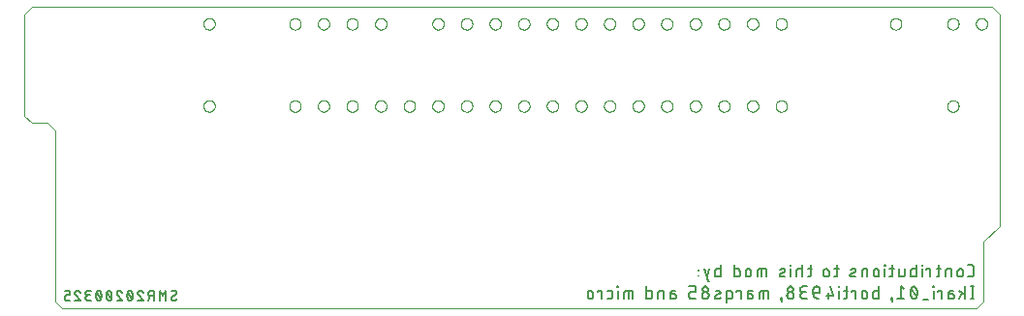
<source format=gbo>
G04 EAGLE Gerber RS-274X export*
G75*
%MOMM*%
%FSLAX34Y34*%
%LPD*%
%INseide unten*%
%IPPOS*%
%AMOC8*
5,1,8,0,0,1.08239X$1,22.5*%
G01*
%ADD10C,0.000000*%
%ADD11C,0.152400*%
%ADD12C,0.203200*%


D10*
X0Y168910D02*
X6350Y162560D01*
X20320Y162560D01*
X26670Y156210D01*
X26670Y6350D01*
X33020Y0D01*
X831850Y0D01*
X838200Y6350D01*
X838200Y58420D01*
X852170Y72390D01*
X852170Y257810D01*
X845820Y264160D01*
X6350Y264160D01*
X0Y257810D01*
X0Y168910D01*
D11*
X128321Y9031D02*
X128323Y8945D01*
X128329Y8859D01*
X128338Y8773D01*
X128352Y8688D01*
X128369Y8604D01*
X128390Y8520D01*
X128415Y8438D01*
X128443Y8357D01*
X128475Y8277D01*
X128511Y8198D01*
X128550Y8122D01*
X128593Y8047D01*
X128638Y7974D01*
X128687Y7903D01*
X128740Y7835D01*
X128795Y7768D01*
X128853Y7705D01*
X128914Y7644D01*
X128977Y7586D01*
X129044Y7531D01*
X129112Y7478D01*
X129183Y7429D01*
X129256Y7384D01*
X129331Y7341D01*
X129407Y7302D01*
X129486Y7266D01*
X129566Y7234D01*
X129647Y7206D01*
X129729Y7181D01*
X129813Y7160D01*
X129897Y7143D01*
X129982Y7129D01*
X130068Y7120D01*
X130154Y7114D01*
X130240Y7112D01*
X130363Y7114D01*
X130486Y7119D01*
X130609Y7129D01*
X130731Y7142D01*
X130853Y7159D01*
X130975Y7179D01*
X131095Y7203D01*
X131215Y7231D01*
X131334Y7262D01*
X131452Y7298D01*
X131569Y7336D01*
X131685Y7378D01*
X131799Y7424D01*
X131912Y7473D01*
X132024Y7525D01*
X132133Y7581D01*
X132241Y7640D01*
X132347Y7703D01*
X132452Y7768D01*
X132554Y7837D01*
X132654Y7909D01*
X132751Y7984D01*
X132847Y8061D01*
X132940Y8142D01*
X133031Y8225D01*
X133119Y8311D01*
X132878Y13829D02*
X132876Y13915D01*
X132870Y14001D01*
X132861Y14087D01*
X132847Y14172D01*
X132830Y14256D01*
X132809Y14340D01*
X132784Y14422D01*
X132756Y14503D01*
X132724Y14583D01*
X132688Y14662D01*
X132649Y14738D01*
X132606Y14813D01*
X132561Y14886D01*
X132512Y14957D01*
X132459Y15025D01*
X132404Y15092D01*
X132346Y15155D01*
X132285Y15216D01*
X132222Y15274D01*
X132155Y15329D01*
X132087Y15382D01*
X132016Y15431D01*
X131943Y15476D01*
X131868Y15519D01*
X131792Y15558D01*
X131713Y15594D01*
X131633Y15626D01*
X131552Y15654D01*
X131470Y15679D01*
X131386Y15700D01*
X131302Y15717D01*
X131217Y15731D01*
X131131Y15740D01*
X131045Y15746D01*
X130959Y15748D01*
X130843Y15746D01*
X130728Y15741D01*
X130612Y15731D01*
X130497Y15718D01*
X130383Y15702D01*
X130269Y15681D01*
X130155Y15657D01*
X130043Y15629D01*
X129932Y15598D01*
X129821Y15563D01*
X129712Y15525D01*
X129604Y15483D01*
X129498Y15438D01*
X129392Y15389D01*
X129289Y15337D01*
X129187Y15282D01*
X129088Y15223D01*
X128990Y15161D01*
X128894Y15096D01*
X128800Y15028D01*
X131919Y12150D02*
X131993Y12196D01*
X132066Y12246D01*
X132136Y12299D01*
X132204Y12355D01*
X132269Y12414D01*
X132332Y12476D01*
X132391Y12541D01*
X132448Y12608D01*
X132502Y12678D01*
X132552Y12750D01*
X132599Y12824D01*
X132643Y12900D01*
X132683Y12979D01*
X132719Y13059D01*
X132752Y13140D01*
X132781Y13223D01*
X132807Y13308D01*
X132829Y13393D01*
X132846Y13479D01*
X132860Y13566D01*
X132870Y13653D01*
X132876Y13741D01*
X132878Y13829D01*
X129281Y10710D02*
X129206Y10664D01*
X129133Y10614D01*
X129063Y10561D01*
X128995Y10505D01*
X128930Y10446D01*
X128867Y10384D01*
X128808Y10319D01*
X128751Y10252D01*
X128697Y10182D01*
X128647Y10110D01*
X128600Y10036D01*
X128556Y9960D01*
X128516Y9881D01*
X128480Y9801D01*
X128447Y9720D01*
X128418Y9637D01*
X128392Y9552D01*
X128370Y9467D01*
X128353Y9381D01*
X128339Y9294D01*
X128329Y9207D01*
X128323Y9119D01*
X128321Y9031D01*
X129280Y10710D02*
X131919Y12150D01*
X123845Y15748D02*
X123845Y7112D01*
X120966Y10950D02*
X123845Y15748D01*
X120966Y10950D02*
X118087Y15748D01*
X118087Y7112D01*
X112917Y7112D02*
X112917Y15748D01*
X110518Y15748D01*
X110421Y15746D01*
X110325Y15740D01*
X110229Y15731D01*
X110133Y15717D01*
X110038Y15700D01*
X109944Y15678D01*
X109851Y15653D01*
X109758Y15625D01*
X109667Y15592D01*
X109578Y15556D01*
X109490Y15516D01*
X109403Y15473D01*
X109319Y15427D01*
X109236Y15377D01*
X109155Y15323D01*
X109077Y15267D01*
X109001Y15207D01*
X108927Y15145D01*
X108856Y15079D01*
X108788Y15011D01*
X108722Y14940D01*
X108660Y14866D01*
X108600Y14790D01*
X108544Y14712D01*
X108490Y14631D01*
X108440Y14549D01*
X108394Y14464D01*
X108351Y14377D01*
X108311Y14289D01*
X108275Y14200D01*
X108242Y14109D01*
X108214Y14016D01*
X108189Y13923D01*
X108167Y13829D01*
X108150Y13734D01*
X108136Y13638D01*
X108127Y13542D01*
X108121Y13446D01*
X108119Y13349D01*
X108121Y13252D01*
X108127Y13156D01*
X108136Y13060D01*
X108150Y12964D01*
X108167Y12869D01*
X108189Y12775D01*
X108214Y12682D01*
X108242Y12589D01*
X108275Y12498D01*
X108311Y12409D01*
X108351Y12321D01*
X108394Y12234D01*
X108440Y12150D01*
X108490Y12067D01*
X108544Y11986D01*
X108600Y11908D01*
X108660Y11832D01*
X108722Y11758D01*
X108788Y11687D01*
X108856Y11619D01*
X108927Y11553D01*
X109001Y11491D01*
X109077Y11431D01*
X109155Y11375D01*
X109236Y11321D01*
X109318Y11271D01*
X109403Y11225D01*
X109490Y11182D01*
X109578Y11142D01*
X109667Y11106D01*
X109758Y11073D01*
X109851Y11045D01*
X109944Y11020D01*
X110038Y10998D01*
X110133Y10981D01*
X110229Y10967D01*
X110325Y10958D01*
X110421Y10952D01*
X110518Y10950D01*
X112917Y10950D01*
X110038Y10950D02*
X108119Y7112D01*
X101219Y15748D02*
X101127Y15746D01*
X101036Y15740D01*
X100945Y15731D01*
X100854Y15717D01*
X100764Y15700D01*
X100675Y15678D01*
X100587Y15653D01*
X100500Y15625D01*
X100414Y15592D01*
X100330Y15556D01*
X100247Y15517D01*
X100166Y15474D01*
X100087Y15427D01*
X100010Y15378D01*
X99935Y15325D01*
X99863Y15269D01*
X99793Y15210D01*
X99725Y15148D01*
X99660Y15083D01*
X99598Y15015D01*
X99539Y14945D01*
X99483Y14873D01*
X99430Y14798D01*
X99381Y14721D01*
X99334Y14642D01*
X99291Y14561D01*
X99252Y14478D01*
X99216Y14394D01*
X99183Y14308D01*
X99155Y14221D01*
X99130Y14133D01*
X99108Y14044D01*
X99091Y13954D01*
X99077Y13863D01*
X99068Y13772D01*
X99062Y13681D01*
X99060Y13589D01*
X101219Y15748D02*
X101322Y15746D01*
X101424Y15740D01*
X101526Y15731D01*
X101628Y15718D01*
X101729Y15701D01*
X101830Y15680D01*
X101929Y15656D01*
X102028Y15627D01*
X102125Y15596D01*
X102222Y15560D01*
X102317Y15522D01*
X102410Y15479D01*
X102502Y15433D01*
X102592Y15384D01*
X102680Y15332D01*
X102767Y15276D01*
X102851Y15217D01*
X102932Y15156D01*
X103012Y15091D01*
X103089Y15023D01*
X103164Y14952D01*
X103235Y14879D01*
X103304Y14803D01*
X103371Y14725D01*
X103434Y14644D01*
X103494Y14561D01*
X103551Y14476D01*
X103605Y14389D01*
X103656Y14299D01*
X103703Y14208D01*
X103747Y14116D01*
X103788Y14021D01*
X103825Y13926D01*
X103858Y13829D01*
X99780Y11910D02*
X99713Y11976D01*
X99649Y12045D01*
X99588Y12116D01*
X99530Y12190D01*
X99475Y12266D01*
X99423Y12344D01*
X99374Y12424D01*
X99328Y12506D01*
X99286Y12590D01*
X99247Y12676D01*
X99212Y12763D01*
X99181Y12851D01*
X99153Y12941D01*
X99128Y13031D01*
X99107Y13123D01*
X99090Y13215D01*
X99077Y13308D01*
X99068Y13401D01*
X99062Y13495D01*
X99060Y13589D01*
X99780Y11910D02*
X103858Y7112D01*
X99060Y7112D01*
X94714Y11430D02*
X94712Y11600D01*
X94706Y11770D01*
X94696Y11939D01*
X94682Y12109D01*
X94663Y12278D01*
X94641Y12446D01*
X94615Y12614D01*
X94585Y12781D01*
X94550Y12947D01*
X94512Y13113D01*
X94470Y13278D01*
X94424Y13441D01*
X94374Y13604D01*
X94320Y13765D01*
X94263Y13925D01*
X94201Y14083D01*
X94136Y14240D01*
X94067Y14395D01*
X93994Y14549D01*
X93966Y14625D01*
X93934Y14700D01*
X93899Y14774D01*
X93861Y14846D01*
X93819Y14916D01*
X93774Y14984D01*
X93726Y15050D01*
X93675Y15114D01*
X93621Y15175D01*
X93565Y15234D01*
X93505Y15290D01*
X93444Y15343D01*
X93380Y15393D01*
X93313Y15441D01*
X93245Y15485D01*
X93174Y15526D01*
X93102Y15564D01*
X93028Y15598D01*
X92953Y15629D01*
X92876Y15657D01*
X92798Y15681D01*
X92719Y15701D01*
X92639Y15718D01*
X92559Y15731D01*
X92478Y15741D01*
X92397Y15746D01*
X92315Y15748D01*
X92233Y15746D01*
X92152Y15741D01*
X92071Y15731D01*
X91991Y15718D01*
X91911Y15701D01*
X91832Y15681D01*
X91754Y15657D01*
X91677Y15629D01*
X91602Y15598D01*
X91528Y15564D01*
X91456Y15526D01*
X91385Y15485D01*
X91317Y15441D01*
X91250Y15393D01*
X91186Y15343D01*
X91125Y15290D01*
X91065Y15234D01*
X91009Y15175D01*
X90955Y15114D01*
X90904Y15050D01*
X90856Y14984D01*
X90811Y14916D01*
X90769Y14846D01*
X90731Y14774D01*
X90696Y14700D01*
X90664Y14625D01*
X90636Y14549D01*
X90563Y14395D01*
X90494Y14240D01*
X90429Y14083D01*
X90367Y13925D01*
X90310Y13765D01*
X90256Y13604D01*
X90206Y13441D01*
X90160Y13278D01*
X90118Y13113D01*
X90080Y12947D01*
X90045Y12781D01*
X90015Y12614D01*
X89989Y12446D01*
X89967Y12278D01*
X89948Y12109D01*
X89934Y11939D01*
X89924Y11770D01*
X89918Y11600D01*
X89916Y11430D01*
X94714Y11430D02*
X94712Y11260D01*
X94706Y11090D01*
X94696Y10921D01*
X94682Y10751D01*
X94663Y10582D01*
X94641Y10414D01*
X94615Y10246D01*
X94585Y10079D01*
X94550Y9913D01*
X94512Y9747D01*
X94470Y9582D01*
X94424Y9419D01*
X94374Y9257D01*
X94320Y9095D01*
X94263Y8936D01*
X94201Y8777D01*
X94136Y8620D01*
X94067Y8465D01*
X93994Y8311D01*
X93966Y8235D01*
X93934Y8160D01*
X93899Y8086D01*
X93861Y8014D01*
X93819Y7944D01*
X93774Y7876D01*
X93726Y7810D01*
X93675Y7746D01*
X93621Y7685D01*
X93565Y7626D01*
X93505Y7570D01*
X93444Y7517D01*
X93380Y7467D01*
X93313Y7419D01*
X93245Y7375D01*
X93174Y7334D01*
X93102Y7296D01*
X93028Y7262D01*
X92953Y7231D01*
X92876Y7203D01*
X92798Y7179D01*
X92719Y7159D01*
X92639Y7142D01*
X92559Y7129D01*
X92478Y7119D01*
X92397Y7114D01*
X92315Y7112D01*
X90636Y8311D02*
X90563Y8465D01*
X90494Y8620D01*
X90429Y8777D01*
X90367Y8936D01*
X90310Y9095D01*
X90256Y9257D01*
X90206Y9419D01*
X90160Y9582D01*
X90118Y9747D01*
X90080Y9913D01*
X90045Y10079D01*
X90015Y10246D01*
X89989Y10414D01*
X89967Y10582D01*
X89948Y10751D01*
X89934Y10921D01*
X89924Y11090D01*
X89918Y11260D01*
X89916Y11430D01*
X90636Y8311D02*
X90664Y8235D01*
X90696Y8160D01*
X90731Y8086D01*
X90769Y8014D01*
X90811Y7944D01*
X90856Y7876D01*
X90904Y7810D01*
X90955Y7746D01*
X91009Y7685D01*
X91065Y7626D01*
X91125Y7570D01*
X91186Y7517D01*
X91250Y7467D01*
X91317Y7419D01*
X91385Y7375D01*
X91456Y7334D01*
X91528Y7296D01*
X91602Y7262D01*
X91677Y7231D01*
X91754Y7203D01*
X91832Y7179D01*
X91911Y7159D01*
X91991Y7142D01*
X92071Y7129D01*
X92152Y7119D01*
X92233Y7114D01*
X92315Y7112D01*
X94234Y9031D02*
X90396Y13829D01*
X82931Y15748D02*
X82839Y15746D01*
X82748Y15740D01*
X82657Y15731D01*
X82566Y15717D01*
X82476Y15700D01*
X82387Y15678D01*
X82299Y15653D01*
X82212Y15625D01*
X82126Y15592D01*
X82042Y15556D01*
X81959Y15517D01*
X81878Y15474D01*
X81799Y15427D01*
X81722Y15378D01*
X81647Y15325D01*
X81575Y15269D01*
X81505Y15210D01*
X81437Y15148D01*
X81372Y15083D01*
X81310Y15015D01*
X81251Y14945D01*
X81195Y14873D01*
X81142Y14798D01*
X81093Y14721D01*
X81046Y14642D01*
X81003Y14561D01*
X80964Y14478D01*
X80928Y14394D01*
X80895Y14308D01*
X80867Y14221D01*
X80842Y14133D01*
X80820Y14044D01*
X80803Y13954D01*
X80789Y13863D01*
X80780Y13772D01*
X80774Y13681D01*
X80772Y13589D01*
X82931Y15748D02*
X83034Y15746D01*
X83136Y15740D01*
X83238Y15731D01*
X83340Y15718D01*
X83441Y15701D01*
X83542Y15680D01*
X83641Y15656D01*
X83740Y15627D01*
X83837Y15596D01*
X83934Y15560D01*
X84029Y15522D01*
X84122Y15479D01*
X84214Y15433D01*
X84304Y15384D01*
X84392Y15332D01*
X84479Y15276D01*
X84563Y15217D01*
X84644Y15156D01*
X84724Y15091D01*
X84801Y15023D01*
X84876Y14952D01*
X84947Y14879D01*
X85016Y14803D01*
X85083Y14725D01*
X85146Y14644D01*
X85206Y14561D01*
X85263Y14476D01*
X85317Y14389D01*
X85368Y14299D01*
X85415Y14208D01*
X85459Y14116D01*
X85500Y14021D01*
X85537Y13926D01*
X85570Y13829D01*
X81492Y11910D02*
X81425Y11976D01*
X81361Y12045D01*
X81300Y12116D01*
X81242Y12190D01*
X81187Y12266D01*
X81135Y12344D01*
X81086Y12424D01*
X81040Y12506D01*
X80998Y12590D01*
X80959Y12676D01*
X80924Y12763D01*
X80893Y12851D01*
X80865Y12941D01*
X80840Y13031D01*
X80819Y13123D01*
X80802Y13215D01*
X80789Y13308D01*
X80780Y13401D01*
X80774Y13495D01*
X80772Y13589D01*
X81492Y11910D02*
X85570Y7112D01*
X80772Y7112D01*
X76426Y11430D02*
X76424Y11600D01*
X76418Y11770D01*
X76408Y11939D01*
X76394Y12109D01*
X76375Y12278D01*
X76353Y12446D01*
X76327Y12614D01*
X76297Y12781D01*
X76262Y12947D01*
X76224Y13113D01*
X76182Y13278D01*
X76136Y13441D01*
X76086Y13604D01*
X76032Y13765D01*
X75975Y13925D01*
X75913Y14083D01*
X75848Y14240D01*
X75779Y14395D01*
X75706Y14549D01*
X75678Y14625D01*
X75646Y14700D01*
X75611Y14774D01*
X75573Y14846D01*
X75531Y14916D01*
X75486Y14984D01*
X75438Y15050D01*
X75387Y15114D01*
X75333Y15175D01*
X75277Y15234D01*
X75217Y15290D01*
X75156Y15343D01*
X75092Y15393D01*
X75025Y15441D01*
X74957Y15485D01*
X74886Y15526D01*
X74814Y15564D01*
X74740Y15598D01*
X74665Y15629D01*
X74588Y15657D01*
X74510Y15681D01*
X74431Y15701D01*
X74351Y15718D01*
X74271Y15731D01*
X74190Y15741D01*
X74109Y15746D01*
X74027Y15748D01*
X73945Y15746D01*
X73864Y15741D01*
X73783Y15731D01*
X73703Y15718D01*
X73623Y15701D01*
X73544Y15681D01*
X73466Y15657D01*
X73389Y15629D01*
X73314Y15598D01*
X73240Y15564D01*
X73168Y15526D01*
X73097Y15485D01*
X73029Y15441D01*
X72962Y15393D01*
X72898Y15343D01*
X72837Y15290D01*
X72777Y15234D01*
X72721Y15175D01*
X72667Y15114D01*
X72616Y15050D01*
X72568Y14984D01*
X72523Y14916D01*
X72481Y14846D01*
X72443Y14774D01*
X72408Y14700D01*
X72376Y14625D01*
X72348Y14549D01*
X72275Y14395D01*
X72206Y14240D01*
X72141Y14083D01*
X72079Y13925D01*
X72022Y13765D01*
X71968Y13604D01*
X71918Y13441D01*
X71872Y13278D01*
X71830Y13113D01*
X71792Y12947D01*
X71757Y12781D01*
X71727Y12614D01*
X71701Y12446D01*
X71679Y12278D01*
X71660Y12109D01*
X71646Y11939D01*
X71636Y11770D01*
X71630Y11600D01*
X71628Y11430D01*
X76426Y11430D02*
X76424Y11260D01*
X76418Y11090D01*
X76408Y10921D01*
X76394Y10751D01*
X76375Y10582D01*
X76353Y10414D01*
X76327Y10246D01*
X76297Y10079D01*
X76262Y9913D01*
X76224Y9747D01*
X76182Y9582D01*
X76136Y9419D01*
X76086Y9257D01*
X76032Y9095D01*
X75975Y8936D01*
X75913Y8777D01*
X75848Y8620D01*
X75779Y8465D01*
X75706Y8311D01*
X75678Y8235D01*
X75646Y8160D01*
X75611Y8086D01*
X75573Y8014D01*
X75531Y7944D01*
X75486Y7876D01*
X75438Y7810D01*
X75387Y7746D01*
X75333Y7685D01*
X75277Y7626D01*
X75217Y7570D01*
X75156Y7517D01*
X75092Y7467D01*
X75025Y7419D01*
X74957Y7375D01*
X74886Y7334D01*
X74814Y7296D01*
X74740Y7262D01*
X74665Y7231D01*
X74588Y7203D01*
X74510Y7179D01*
X74431Y7159D01*
X74351Y7142D01*
X74271Y7129D01*
X74190Y7119D01*
X74109Y7114D01*
X74027Y7112D01*
X72348Y8311D02*
X72275Y8465D01*
X72206Y8620D01*
X72141Y8777D01*
X72079Y8936D01*
X72022Y9095D01*
X71968Y9257D01*
X71918Y9419D01*
X71872Y9582D01*
X71830Y9747D01*
X71792Y9913D01*
X71757Y10079D01*
X71727Y10246D01*
X71701Y10414D01*
X71679Y10582D01*
X71660Y10751D01*
X71646Y10921D01*
X71636Y11090D01*
X71630Y11260D01*
X71628Y11430D01*
X72348Y8311D02*
X72376Y8235D01*
X72408Y8160D01*
X72443Y8086D01*
X72481Y8014D01*
X72523Y7944D01*
X72568Y7876D01*
X72616Y7810D01*
X72667Y7746D01*
X72721Y7685D01*
X72777Y7626D01*
X72837Y7570D01*
X72898Y7517D01*
X72962Y7467D01*
X73029Y7419D01*
X73097Y7375D01*
X73168Y7334D01*
X73240Y7296D01*
X73314Y7262D01*
X73389Y7231D01*
X73466Y7203D01*
X73544Y7179D01*
X73623Y7159D01*
X73703Y7142D01*
X73783Y7129D01*
X73864Y7119D01*
X73945Y7114D01*
X74027Y7112D01*
X75946Y9031D02*
X72108Y13829D01*
X67282Y11430D02*
X67280Y11600D01*
X67274Y11770D01*
X67264Y11939D01*
X67250Y12109D01*
X67231Y12278D01*
X67209Y12446D01*
X67183Y12614D01*
X67153Y12781D01*
X67118Y12947D01*
X67080Y13113D01*
X67038Y13278D01*
X66992Y13441D01*
X66942Y13604D01*
X66888Y13765D01*
X66831Y13925D01*
X66769Y14083D01*
X66704Y14240D01*
X66635Y14395D01*
X66562Y14549D01*
X66534Y14625D01*
X66502Y14700D01*
X66467Y14774D01*
X66429Y14846D01*
X66387Y14916D01*
X66342Y14984D01*
X66294Y15050D01*
X66243Y15114D01*
X66189Y15175D01*
X66133Y15234D01*
X66073Y15290D01*
X66012Y15343D01*
X65948Y15393D01*
X65881Y15441D01*
X65813Y15485D01*
X65742Y15526D01*
X65670Y15564D01*
X65596Y15598D01*
X65521Y15629D01*
X65444Y15657D01*
X65366Y15681D01*
X65287Y15701D01*
X65207Y15718D01*
X65127Y15731D01*
X65046Y15741D01*
X64965Y15746D01*
X64883Y15748D01*
X64801Y15746D01*
X64720Y15741D01*
X64639Y15731D01*
X64559Y15718D01*
X64479Y15701D01*
X64400Y15681D01*
X64322Y15657D01*
X64245Y15629D01*
X64170Y15598D01*
X64096Y15564D01*
X64024Y15526D01*
X63953Y15485D01*
X63885Y15441D01*
X63818Y15393D01*
X63754Y15343D01*
X63693Y15290D01*
X63633Y15234D01*
X63577Y15175D01*
X63523Y15114D01*
X63472Y15050D01*
X63424Y14984D01*
X63379Y14916D01*
X63337Y14846D01*
X63299Y14774D01*
X63264Y14700D01*
X63232Y14625D01*
X63204Y14549D01*
X63131Y14395D01*
X63062Y14240D01*
X62997Y14083D01*
X62935Y13925D01*
X62878Y13765D01*
X62824Y13604D01*
X62774Y13441D01*
X62728Y13278D01*
X62686Y13113D01*
X62648Y12947D01*
X62613Y12781D01*
X62583Y12614D01*
X62557Y12446D01*
X62535Y12278D01*
X62516Y12109D01*
X62502Y11939D01*
X62492Y11770D01*
X62486Y11600D01*
X62484Y11430D01*
X67282Y11430D02*
X67280Y11260D01*
X67274Y11090D01*
X67264Y10921D01*
X67250Y10751D01*
X67231Y10582D01*
X67209Y10414D01*
X67183Y10246D01*
X67153Y10079D01*
X67118Y9913D01*
X67080Y9747D01*
X67038Y9582D01*
X66992Y9419D01*
X66942Y9257D01*
X66888Y9095D01*
X66831Y8936D01*
X66769Y8777D01*
X66704Y8620D01*
X66635Y8465D01*
X66562Y8311D01*
X66534Y8235D01*
X66502Y8160D01*
X66467Y8086D01*
X66429Y8014D01*
X66387Y7944D01*
X66342Y7876D01*
X66294Y7810D01*
X66243Y7746D01*
X66189Y7685D01*
X66133Y7626D01*
X66073Y7570D01*
X66012Y7517D01*
X65948Y7467D01*
X65881Y7419D01*
X65813Y7375D01*
X65742Y7334D01*
X65670Y7296D01*
X65596Y7262D01*
X65521Y7231D01*
X65444Y7203D01*
X65366Y7179D01*
X65287Y7159D01*
X65207Y7142D01*
X65127Y7129D01*
X65046Y7119D01*
X64965Y7114D01*
X64883Y7112D01*
X63204Y8311D02*
X63131Y8465D01*
X63062Y8620D01*
X62997Y8777D01*
X62935Y8936D01*
X62878Y9095D01*
X62824Y9257D01*
X62774Y9419D01*
X62728Y9582D01*
X62686Y9747D01*
X62648Y9913D01*
X62613Y10079D01*
X62583Y10246D01*
X62557Y10414D01*
X62535Y10582D01*
X62516Y10751D01*
X62502Y10921D01*
X62492Y11090D01*
X62486Y11260D01*
X62484Y11430D01*
X63204Y8311D02*
X63232Y8235D01*
X63264Y8160D01*
X63299Y8086D01*
X63337Y8014D01*
X63379Y7944D01*
X63424Y7876D01*
X63472Y7810D01*
X63523Y7746D01*
X63577Y7685D01*
X63633Y7626D01*
X63693Y7570D01*
X63754Y7517D01*
X63818Y7467D01*
X63885Y7419D01*
X63953Y7375D01*
X64024Y7334D01*
X64096Y7296D01*
X64170Y7262D01*
X64245Y7231D01*
X64322Y7203D01*
X64400Y7179D01*
X64479Y7159D01*
X64559Y7142D01*
X64639Y7129D01*
X64720Y7119D01*
X64801Y7114D01*
X64883Y7112D01*
X66802Y9031D02*
X62964Y13829D01*
X58138Y7112D02*
X55739Y7112D01*
X55642Y7114D01*
X55546Y7120D01*
X55450Y7129D01*
X55354Y7143D01*
X55259Y7160D01*
X55165Y7182D01*
X55072Y7207D01*
X54979Y7235D01*
X54888Y7268D01*
X54799Y7304D01*
X54711Y7344D01*
X54624Y7387D01*
X54539Y7433D01*
X54457Y7483D01*
X54376Y7537D01*
X54298Y7593D01*
X54222Y7653D01*
X54148Y7715D01*
X54077Y7781D01*
X54009Y7849D01*
X53943Y7920D01*
X53881Y7994D01*
X53821Y8070D01*
X53765Y8148D01*
X53711Y8229D01*
X53661Y8312D01*
X53615Y8396D01*
X53572Y8483D01*
X53532Y8571D01*
X53496Y8660D01*
X53463Y8751D01*
X53435Y8844D01*
X53410Y8937D01*
X53388Y9031D01*
X53371Y9126D01*
X53357Y9222D01*
X53348Y9318D01*
X53342Y9414D01*
X53340Y9511D01*
X53342Y9608D01*
X53348Y9704D01*
X53357Y9800D01*
X53371Y9896D01*
X53388Y9991D01*
X53410Y10085D01*
X53435Y10178D01*
X53463Y10271D01*
X53496Y10362D01*
X53532Y10451D01*
X53572Y10539D01*
X53615Y10626D01*
X53661Y10711D01*
X53711Y10793D01*
X53765Y10874D01*
X53821Y10952D01*
X53881Y11028D01*
X53943Y11102D01*
X54009Y11173D01*
X54077Y11241D01*
X54148Y11307D01*
X54222Y11369D01*
X54298Y11429D01*
X54376Y11485D01*
X54457Y11539D01*
X54540Y11589D01*
X54624Y11635D01*
X54711Y11678D01*
X54799Y11718D01*
X54888Y11754D01*
X54979Y11787D01*
X55072Y11815D01*
X55165Y11840D01*
X55259Y11862D01*
X55354Y11879D01*
X55450Y11893D01*
X55546Y11902D01*
X55642Y11908D01*
X55739Y11910D01*
X55259Y15748D02*
X58138Y15748D01*
X55259Y15748D02*
X55173Y15746D01*
X55087Y15740D01*
X55001Y15731D01*
X54916Y15717D01*
X54832Y15700D01*
X54748Y15679D01*
X54666Y15654D01*
X54585Y15626D01*
X54505Y15594D01*
X54426Y15558D01*
X54350Y15519D01*
X54275Y15476D01*
X54202Y15431D01*
X54131Y15382D01*
X54063Y15329D01*
X53996Y15274D01*
X53933Y15216D01*
X53872Y15155D01*
X53814Y15092D01*
X53759Y15025D01*
X53706Y14957D01*
X53657Y14886D01*
X53612Y14813D01*
X53569Y14738D01*
X53530Y14662D01*
X53494Y14583D01*
X53462Y14503D01*
X53434Y14422D01*
X53409Y14340D01*
X53388Y14256D01*
X53371Y14172D01*
X53357Y14087D01*
X53348Y14001D01*
X53342Y13915D01*
X53340Y13829D01*
X53342Y13743D01*
X53348Y13657D01*
X53357Y13571D01*
X53371Y13486D01*
X53388Y13402D01*
X53409Y13318D01*
X53434Y13236D01*
X53462Y13155D01*
X53494Y13075D01*
X53530Y12996D01*
X53569Y12920D01*
X53612Y12845D01*
X53657Y12772D01*
X53706Y12701D01*
X53759Y12633D01*
X53814Y12566D01*
X53872Y12503D01*
X53933Y12442D01*
X53996Y12384D01*
X54063Y12329D01*
X54131Y12276D01*
X54202Y12227D01*
X54275Y12182D01*
X54350Y12139D01*
X54426Y12100D01*
X54505Y12064D01*
X54585Y12032D01*
X54666Y12004D01*
X54748Y11979D01*
X54832Y11958D01*
X54916Y11941D01*
X55001Y11927D01*
X55087Y11918D01*
X55173Y11912D01*
X55259Y11910D01*
X57178Y11910D01*
X46355Y15748D02*
X46263Y15746D01*
X46172Y15740D01*
X46081Y15731D01*
X45990Y15717D01*
X45900Y15700D01*
X45811Y15678D01*
X45723Y15653D01*
X45636Y15625D01*
X45550Y15592D01*
X45466Y15556D01*
X45383Y15517D01*
X45302Y15474D01*
X45223Y15427D01*
X45146Y15378D01*
X45071Y15325D01*
X44999Y15269D01*
X44929Y15210D01*
X44861Y15148D01*
X44796Y15083D01*
X44734Y15015D01*
X44675Y14945D01*
X44619Y14873D01*
X44566Y14798D01*
X44517Y14721D01*
X44470Y14642D01*
X44427Y14561D01*
X44388Y14478D01*
X44352Y14394D01*
X44319Y14308D01*
X44291Y14221D01*
X44266Y14133D01*
X44244Y14044D01*
X44227Y13954D01*
X44213Y13863D01*
X44204Y13772D01*
X44198Y13681D01*
X44196Y13589D01*
X46355Y15748D02*
X46458Y15746D01*
X46560Y15740D01*
X46662Y15731D01*
X46764Y15718D01*
X46865Y15701D01*
X46966Y15680D01*
X47065Y15656D01*
X47164Y15627D01*
X47261Y15596D01*
X47358Y15560D01*
X47453Y15522D01*
X47546Y15479D01*
X47638Y15433D01*
X47728Y15384D01*
X47816Y15332D01*
X47903Y15276D01*
X47987Y15217D01*
X48068Y15156D01*
X48148Y15091D01*
X48225Y15023D01*
X48300Y14952D01*
X48371Y14879D01*
X48440Y14803D01*
X48507Y14725D01*
X48570Y14644D01*
X48630Y14561D01*
X48687Y14476D01*
X48741Y14389D01*
X48792Y14299D01*
X48839Y14208D01*
X48883Y14116D01*
X48924Y14021D01*
X48961Y13926D01*
X48994Y13829D01*
X44916Y11910D02*
X44849Y11976D01*
X44785Y12045D01*
X44724Y12116D01*
X44666Y12190D01*
X44611Y12266D01*
X44559Y12344D01*
X44510Y12424D01*
X44464Y12506D01*
X44422Y12590D01*
X44383Y12676D01*
X44348Y12763D01*
X44317Y12851D01*
X44289Y12941D01*
X44264Y13031D01*
X44243Y13123D01*
X44226Y13215D01*
X44213Y13308D01*
X44204Y13401D01*
X44198Y13495D01*
X44196Y13589D01*
X44916Y11910D02*
X48994Y7112D01*
X44196Y7112D01*
X39850Y7112D02*
X36971Y7112D01*
X36885Y7114D01*
X36799Y7120D01*
X36713Y7129D01*
X36628Y7143D01*
X36544Y7160D01*
X36460Y7181D01*
X36378Y7206D01*
X36297Y7234D01*
X36217Y7266D01*
X36138Y7302D01*
X36062Y7341D01*
X35987Y7384D01*
X35914Y7429D01*
X35843Y7478D01*
X35775Y7531D01*
X35708Y7586D01*
X35645Y7644D01*
X35584Y7705D01*
X35526Y7768D01*
X35471Y7835D01*
X35418Y7903D01*
X35369Y7974D01*
X35324Y8047D01*
X35281Y8122D01*
X35242Y8198D01*
X35206Y8277D01*
X35174Y8357D01*
X35146Y8438D01*
X35121Y8520D01*
X35100Y8604D01*
X35083Y8688D01*
X35069Y8773D01*
X35060Y8859D01*
X35054Y8945D01*
X35052Y9031D01*
X35052Y9991D01*
X35054Y10077D01*
X35060Y10163D01*
X35069Y10249D01*
X35083Y10334D01*
X35100Y10418D01*
X35121Y10502D01*
X35146Y10584D01*
X35174Y10665D01*
X35206Y10745D01*
X35242Y10824D01*
X35281Y10900D01*
X35324Y10975D01*
X35369Y11048D01*
X35419Y11119D01*
X35471Y11187D01*
X35526Y11254D01*
X35584Y11317D01*
X35645Y11378D01*
X35708Y11436D01*
X35775Y11491D01*
X35843Y11544D01*
X35914Y11593D01*
X35987Y11638D01*
X36062Y11681D01*
X36138Y11720D01*
X36217Y11756D01*
X36297Y11788D01*
X36378Y11816D01*
X36461Y11841D01*
X36544Y11862D01*
X36628Y11879D01*
X36713Y11893D01*
X36799Y11902D01*
X36885Y11908D01*
X36971Y11910D01*
X39850Y11910D01*
X39850Y15748D01*
X35052Y15748D01*
D12*
X824823Y27686D02*
X827193Y27686D01*
X827288Y27688D01*
X827384Y27694D01*
X827479Y27703D01*
X827573Y27717D01*
X827667Y27734D01*
X827760Y27755D01*
X827853Y27780D01*
X827944Y27808D01*
X828034Y27840D01*
X828122Y27876D01*
X828209Y27915D01*
X828295Y27958D01*
X828379Y28004D01*
X828460Y28053D01*
X828540Y28106D01*
X828617Y28162D01*
X828693Y28220D01*
X828765Y28282D01*
X828835Y28347D01*
X828903Y28415D01*
X828968Y28485D01*
X829030Y28557D01*
X829088Y28633D01*
X829144Y28710D01*
X829197Y28790D01*
X829246Y28872D01*
X829292Y28955D01*
X829335Y29041D01*
X829374Y29128D01*
X829410Y29216D01*
X829442Y29306D01*
X829470Y29397D01*
X829495Y29490D01*
X829516Y29583D01*
X829533Y29677D01*
X829547Y29771D01*
X829556Y29866D01*
X829562Y29962D01*
X829564Y30057D01*
X829564Y35983D01*
X829562Y36078D01*
X829556Y36174D01*
X829547Y36269D01*
X829533Y36363D01*
X829516Y36457D01*
X829495Y36550D01*
X829470Y36643D01*
X829442Y36734D01*
X829410Y36824D01*
X829374Y36912D01*
X829335Y36999D01*
X829292Y37085D01*
X829246Y37168D01*
X829197Y37250D01*
X829144Y37330D01*
X829088Y37407D01*
X829030Y37483D01*
X828968Y37555D01*
X828903Y37625D01*
X828835Y37693D01*
X828765Y37758D01*
X828693Y37820D01*
X828617Y37878D01*
X828540Y37934D01*
X828460Y37987D01*
X828379Y38036D01*
X828295Y38082D01*
X828209Y38125D01*
X828122Y38164D01*
X828034Y38200D01*
X827944Y38232D01*
X827853Y38260D01*
X827760Y38285D01*
X827667Y38306D01*
X827573Y38323D01*
X827479Y38337D01*
X827384Y38346D01*
X827289Y38352D01*
X827193Y38354D01*
X824823Y38354D01*
X820159Y32427D02*
X820159Y30057D01*
X820159Y32427D02*
X820157Y32524D01*
X820151Y32620D01*
X820141Y32716D01*
X820127Y32812D01*
X820110Y32907D01*
X820088Y33002D01*
X820063Y33095D01*
X820034Y33187D01*
X820001Y33278D01*
X819964Y33368D01*
X819924Y33456D01*
X819880Y33542D01*
X819833Y33626D01*
X819783Y33709D01*
X819729Y33789D01*
X819671Y33867D01*
X819611Y33943D01*
X819548Y34016D01*
X819482Y34086D01*
X819412Y34154D01*
X819341Y34219D01*
X819266Y34281D01*
X819189Y34339D01*
X819110Y34395D01*
X819029Y34447D01*
X818945Y34496D01*
X818860Y34542D01*
X818773Y34584D01*
X818684Y34622D01*
X818594Y34657D01*
X818502Y34688D01*
X818409Y34715D01*
X818316Y34739D01*
X818221Y34758D01*
X818125Y34774D01*
X818029Y34786D01*
X817933Y34794D01*
X817836Y34798D01*
X817740Y34798D01*
X817643Y34794D01*
X817547Y34786D01*
X817451Y34774D01*
X817355Y34758D01*
X817260Y34739D01*
X817167Y34715D01*
X817074Y34688D01*
X816982Y34657D01*
X816892Y34622D01*
X816803Y34584D01*
X816716Y34542D01*
X816631Y34496D01*
X816547Y34447D01*
X816466Y34395D01*
X816387Y34339D01*
X816310Y34281D01*
X816235Y34219D01*
X816164Y34154D01*
X816094Y34086D01*
X816028Y34016D01*
X815965Y33943D01*
X815905Y33867D01*
X815847Y33789D01*
X815793Y33709D01*
X815743Y33626D01*
X815696Y33542D01*
X815652Y33456D01*
X815612Y33368D01*
X815575Y33278D01*
X815542Y33187D01*
X815513Y33095D01*
X815488Y33002D01*
X815466Y32907D01*
X815449Y32812D01*
X815435Y32716D01*
X815425Y32620D01*
X815419Y32524D01*
X815417Y32427D01*
X815417Y30057D01*
X815419Y29960D01*
X815425Y29864D01*
X815435Y29768D01*
X815449Y29672D01*
X815466Y29577D01*
X815488Y29482D01*
X815513Y29389D01*
X815542Y29297D01*
X815575Y29206D01*
X815612Y29116D01*
X815652Y29028D01*
X815696Y28942D01*
X815743Y28858D01*
X815793Y28775D01*
X815847Y28695D01*
X815905Y28617D01*
X815965Y28541D01*
X816028Y28468D01*
X816094Y28398D01*
X816164Y28330D01*
X816235Y28265D01*
X816310Y28203D01*
X816387Y28145D01*
X816466Y28089D01*
X816547Y28037D01*
X816631Y27988D01*
X816716Y27942D01*
X816803Y27900D01*
X816892Y27862D01*
X816982Y27827D01*
X817074Y27796D01*
X817167Y27769D01*
X817260Y27745D01*
X817355Y27726D01*
X817451Y27710D01*
X817547Y27698D01*
X817643Y27690D01*
X817740Y27686D01*
X817836Y27686D01*
X817933Y27690D01*
X818029Y27698D01*
X818125Y27710D01*
X818221Y27726D01*
X818316Y27745D01*
X818409Y27769D01*
X818502Y27796D01*
X818594Y27827D01*
X818684Y27862D01*
X818773Y27900D01*
X818860Y27942D01*
X818945Y27988D01*
X819029Y28037D01*
X819110Y28089D01*
X819189Y28145D01*
X819266Y28203D01*
X819341Y28265D01*
X819412Y28330D01*
X819482Y28398D01*
X819548Y28468D01*
X819611Y28541D01*
X819671Y28617D01*
X819729Y28695D01*
X819783Y28775D01*
X819833Y28858D01*
X819880Y28942D01*
X819924Y29028D01*
X819964Y29116D01*
X820001Y29206D01*
X820034Y29297D01*
X820063Y29389D01*
X820088Y29482D01*
X820110Y29577D01*
X820127Y29672D01*
X820141Y29768D01*
X820151Y29864D01*
X820157Y29960D01*
X820159Y30057D01*
X809872Y27686D02*
X809872Y34798D01*
X806908Y34798D01*
X806826Y34796D01*
X806744Y34790D01*
X806662Y34781D01*
X806581Y34768D01*
X806501Y34751D01*
X806421Y34730D01*
X806343Y34706D01*
X806266Y34678D01*
X806190Y34647D01*
X806115Y34612D01*
X806043Y34573D01*
X805972Y34532D01*
X805903Y34487D01*
X805837Y34439D01*
X805772Y34388D01*
X805710Y34334D01*
X805651Y34277D01*
X805594Y34218D01*
X805540Y34156D01*
X805489Y34091D01*
X805441Y34025D01*
X805396Y33956D01*
X805355Y33885D01*
X805316Y33813D01*
X805281Y33738D01*
X805250Y33662D01*
X805222Y33585D01*
X805198Y33507D01*
X805177Y33427D01*
X805160Y33347D01*
X805147Y33266D01*
X805138Y33184D01*
X805132Y33102D01*
X805130Y33020D01*
X805130Y27686D01*
X800654Y34798D02*
X797098Y34798D01*
X799469Y38354D02*
X799469Y29464D01*
X799467Y29382D01*
X799461Y29300D01*
X799452Y29218D01*
X799439Y29137D01*
X799422Y29057D01*
X799401Y28977D01*
X799377Y28899D01*
X799349Y28822D01*
X799318Y28746D01*
X799283Y28671D01*
X799244Y28599D01*
X799203Y28528D01*
X799158Y28459D01*
X799110Y28393D01*
X799059Y28328D01*
X799005Y28266D01*
X798948Y28207D01*
X798889Y28150D01*
X798827Y28096D01*
X798762Y28045D01*
X798696Y27997D01*
X798627Y27952D01*
X798556Y27911D01*
X798484Y27872D01*
X798409Y27837D01*
X798333Y27806D01*
X798256Y27778D01*
X798178Y27754D01*
X798098Y27733D01*
X798018Y27716D01*
X797937Y27703D01*
X797855Y27694D01*
X797773Y27688D01*
X797691Y27686D01*
X797098Y27686D01*
X791865Y27686D02*
X791865Y34798D01*
X788309Y34798D01*
X788309Y33613D01*
X784641Y34798D02*
X784641Y27686D01*
X784937Y37761D02*
X784937Y38354D01*
X784345Y38354D01*
X784345Y37761D01*
X784937Y37761D01*
X779303Y38354D02*
X779303Y27686D01*
X776340Y27686D01*
X776258Y27688D01*
X776176Y27694D01*
X776094Y27703D01*
X776013Y27716D01*
X775933Y27733D01*
X775853Y27754D01*
X775775Y27778D01*
X775698Y27806D01*
X775622Y27837D01*
X775547Y27872D01*
X775475Y27911D01*
X775404Y27952D01*
X775335Y27997D01*
X775269Y28045D01*
X775204Y28096D01*
X775142Y28150D01*
X775083Y28207D01*
X775026Y28266D01*
X774972Y28328D01*
X774921Y28393D01*
X774873Y28459D01*
X774828Y28528D01*
X774787Y28599D01*
X774748Y28671D01*
X774713Y28746D01*
X774682Y28822D01*
X774654Y28899D01*
X774630Y28977D01*
X774609Y29057D01*
X774592Y29137D01*
X774579Y29218D01*
X774570Y29300D01*
X774564Y29382D01*
X774562Y29464D01*
X774562Y33020D01*
X774564Y33102D01*
X774570Y33184D01*
X774579Y33266D01*
X774592Y33347D01*
X774609Y33427D01*
X774630Y33507D01*
X774654Y33585D01*
X774682Y33662D01*
X774713Y33738D01*
X774748Y33813D01*
X774787Y33885D01*
X774828Y33956D01*
X774873Y34025D01*
X774921Y34091D01*
X774972Y34156D01*
X775026Y34218D01*
X775083Y34277D01*
X775142Y34334D01*
X775204Y34388D01*
X775269Y34439D01*
X775335Y34487D01*
X775404Y34532D01*
X775475Y34573D01*
X775547Y34612D01*
X775622Y34647D01*
X775698Y34678D01*
X775775Y34706D01*
X775853Y34730D01*
X775933Y34751D01*
X776013Y34768D01*
X776094Y34781D01*
X776176Y34790D01*
X776258Y34796D01*
X776340Y34798D01*
X779303Y34798D01*
X769105Y34798D02*
X769105Y29464D01*
X769103Y29382D01*
X769097Y29300D01*
X769088Y29218D01*
X769075Y29137D01*
X769058Y29057D01*
X769037Y28977D01*
X769013Y28899D01*
X768985Y28822D01*
X768954Y28746D01*
X768919Y28671D01*
X768880Y28599D01*
X768839Y28528D01*
X768794Y28459D01*
X768746Y28393D01*
X768695Y28328D01*
X768641Y28266D01*
X768584Y28207D01*
X768525Y28150D01*
X768463Y28096D01*
X768398Y28045D01*
X768332Y27997D01*
X768263Y27952D01*
X768192Y27911D01*
X768120Y27872D01*
X768045Y27837D01*
X767969Y27806D01*
X767892Y27778D01*
X767814Y27754D01*
X767734Y27733D01*
X767654Y27716D01*
X767573Y27703D01*
X767491Y27694D01*
X767409Y27688D01*
X767327Y27686D01*
X764363Y27686D01*
X764363Y34798D01*
X759888Y34798D02*
X756332Y34798D01*
X758702Y38354D02*
X758702Y29464D01*
X758700Y29382D01*
X758694Y29300D01*
X758685Y29218D01*
X758672Y29137D01*
X758655Y29057D01*
X758634Y28977D01*
X758610Y28899D01*
X758582Y28822D01*
X758551Y28746D01*
X758516Y28671D01*
X758477Y28599D01*
X758436Y28528D01*
X758391Y28459D01*
X758343Y28393D01*
X758292Y28328D01*
X758238Y28266D01*
X758181Y28207D01*
X758122Y28150D01*
X758060Y28096D01*
X757995Y28045D01*
X757929Y27997D01*
X757860Y27952D01*
X757789Y27911D01*
X757717Y27872D01*
X757642Y27837D01*
X757566Y27806D01*
X757489Y27778D01*
X757411Y27754D01*
X757331Y27733D01*
X757251Y27716D01*
X757170Y27703D01*
X757088Y27694D01*
X757006Y27688D01*
X756924Y27686D01*
X756332Y27686D01*
X751875Y27686D02*
X751875Y34798D01*
X752171Y37761D02*
X752171Y38354D01*
X751579Y38354D01*
X751579Y37761D01*
X752171Y37761D01*
X747007Y32427D02*
X747007Y30057D01*
X747007Y32427D02*
X747005Y32524D01*
X746999Y32620D01*
X746989Y32716D01*
X746975Y32812D01*
X746958Y32907D01*
X746936Y33002D01*
X746911Y33095D01*
X746882Y33187D01*
X746849Y33278D01*
X746812Y33368D01*
X746772Y33456D01*
X746728Y33542D01*
X746681Y33626D01*
X746631Y33709D01*
X746577Y33789D01*
X746519Y33867D01*
X746459Y33943D01*
X746396Y34016D01*
X746330Y34086D01*
X746260Y34154D01*
X746189Y34219D01*
X746114Y34281D01*
X746037Y34339D01*
X745958Y34395D01*
X745877Y34447D01*
X745793Y34496D01*
X745708Y34542D01*
X745621Y34584D01*
X745532Y34622D01*
X745442Y34657D01*
X745350Y34688D01*
X745257Y34715D01*
X745164Y34739D01*
X745069Y34758D01*
X744973Y34774D01*
X744877Y34786D01*
X744781Y34794D01*
X744684Y34798D01*
X744588Y34798D01*
X744491Y34794D01*
X744395Y34786D01*
X744299Y34774D01*
X744203Y34758D01*
X744108Y34739D01*
X744015Y34715D01*
X743922Y34688D01*
X743830Y34657D01*
X743740Y34622D01*
X743651Y34584D01*
X743564Y34542D01*
X743479Y34496D01*
X743395Y34447D01*
X743314Y34395D01*
X743235Y34339D01*
X743158Y34281D01*
X743083Y34219D01*
X743012Y34154D01*
X742942Y34086D01*
X742876Y34016D01*
X742813Y33943D01*
X742753Y33867D01*
X742695Y33789D01*
X742641Y33709D01*
X742591Y33626D01*
X742544Y33542D01*
X742500Y33456D01*
X742460Y33368D01*
X742423Y33278D01*
X742390Y33187D01*
X742361Y33095D01*
X742336Y33002D01*
X742314Y32907D01*
X742297Y32812D01*
X742283Y32716D01*
X742273Y32620D01*
X742267Y32524D01*
X742265Y32427D01*
X742265Y30057D01*
X742267Y29960D01*
X742273Y29864D01*
X742283Y29768D01*
X742297Y29672D01*
X742314Y29577D01*
X742336Y29482D01*
X742361Y29389D01*
X742390Y29297D01*
X742423Y29206D01*
X742460Y29116D01*
X742500Y29028D01*
X742544Y28942D01*
X742591Y28858D01*
X742641Y28775D01*
X742695Y28695D01*
X742753Y28617D01*
X742813Y28541D01*
X742876Y28468D01*
X742942Y28398D01*
X743012Y28330D01*
X743083Y28265D01*
X743158Y28203D01*
X743235Y28145D01*
X743314Y28089D01*
X743395Y28037D01*
X743479Y27988D01*
X743564Y27942D01*
X743651Y27900D01*
X743740Y27862D01*
X743830Y27827D01*
X743922Y27796D01*
X744015Y27769D01*
X744108Y27745D01*
X744203Y27726D01*
X744299Y27710D01*
X744395Y27698D01*
X744491Y27690D01*
X744588Y27686D01*
X744684Y27686D01*
X744781Y27690D01*
X744877Y27698D01*
X744973Y27710D01*
X745069Y27726D01*
X745164Y27745D01*
X745257Y27769D01*
X745350Y27796D01*
X745442Y27827D01*
X745532Y27862D01*
X745621Y27900D01*
X745708Y27942D01*
X745793Y27988D01*
X745877Y28037D01*
X745958Y28089D01*
X746037Y28145D01*
X746114Y28203D01*
X746189Y28265D01*
X746260Y28330D01*
X746330Y28398D01*
X746396Y28468D01*
X746459Y28541D01*
X746519Y28617D01*
X746577Y28695D01*
X746631Y28775D01*
X746681Y28858D01*
X746728Y28942D01*
X746772Y29028D01*
X746812Y29116D01*
X746849Y29206D01*
X746882Y29297D01*
X746911Y29389D01*
X746936Y29482D01*
X746958Y29577D01*
X746975Y29672D01*
X746989Y29768D01*
X746999Y29864D01*
X747005Y29960D01*
X747007Y30057D01*
X736720Y27686D02*
X736720Y34798D01*
X733756Y34798D01*
X733674Y34796D01*
X733592Y34790D01*
X733510Y34781D01*
X733429Y34768D01*
X733349Y34751D01*
X733269Y34730D01*
X733191Y34706D01*
X733114Y34678D01*
X733038Y34647D01*
X732963Y34612D01*
X732891Y34573D01*
X732820Y34532D01*
X732751Y34487D01*
X732685Y34439D01*
X732620Y34388D01*
X732558Y34334D01*
X732499Y34277D01*
X732442Y34218D01*
X732388Y34156D01*
X732337Y34091D01*
X732289Y34025D01*
X732244Y33956D01*
X732203Y33885D01*
X732164Y33813D01*
X732129Y33738D01*
X732098Y33662D01*
X732070Y33585D01*
X732046Y33507D01*
X732025Y33427D01*
X732008Y33347D01*
X731995Y33266D01*
X731986Y33184D01*
X731980Y33102D01*
X731978Y33020D01*
X731978Y27686D01*
X725544Y31835D02*
X722580Y30649D01*
X725544Y31834D02*
X725615Y31865D01*
X725685Y31899D01*
X725753Y31936D01*
X725818Y31977D01*
X725882Y32022D01*
X725943Y32069D01*
X726002Y32120D01*
X726059Y32173D01*
X726112Y32229D01*
X726163Y32288D01*
X726210Y32349D01*
X726255Y32413D01*
X726296Y32478D01*
X726334Y32546D01*
X726368Y32616D01*
X726399Y32687D01*
X726426Y32759D01*
X726449Y32833D01*
X726469Y32908D01*
X726485Y32984D01*
X726497Y33061D01*
X726505Y33138D01*
X726509Y33215D01*
X726510Y33293D01*
X726506Y33370D01*
X726499Y33448D01*
X726487Y33524D01*
X726472Y33600D01*
X726453Y33676D01*
X726430Y33750D01*
X726404Y33823D01*
X726374Y33894D01*
X726340Y33964D01*
X726303Y34032D01*
X726262Y34098D01*
X726218Y34162D01*
X726171Y34224D01*
X726121Y34283D01*
X726068Y34339D01*
X726012Y34393D01*
X725954Y34444D01*
X725893Y34492D01*
X725830Y34537D01*
X725764Y34579D01*
X725697Y34617D01*
X725627Y34652D01*
X725556Y34683D01*
X725484Y34711D01*
X725410Y34734D01*
X725335Y34755D01*
X725260Y34771D01*
X725183Y34784D01*
X725106Y34792D01*
X725029Y34797D01*
X724951Y34798D01*
X724789Y34794D01*
X724627Y34786D01*
X724466Y34774D01*
X724305Y34758D01*
X724144Y34738D01*
X723984Y34715D01*
X723825Y34687D01*
X723666Y34656D01*
X723508Y34621D01*
X723351Y34582D01*
X723195Y34539D01*
X723040Y34493D01*
X722886Y34443D01*
X722733Y34389D01*
X722582Y34331D01*
X722432Y34270D01*
X722284Y34206D01*
X722580Y30650D02*
X722509Y30619D01*
X722439Y30585D01*
X722371Y30548D01*
X722306Y30507D01*
X722242Y30462D01*
X722181Y30415D01*
X722122Y30364D01*
X722065Y30311D01*
X722012Y30255D01*
X721961Y30196D01*
X721914Y30135D01*
X721869Y30071D01*
X721828Y30006D01*
X721790Y29938D01*
X721756Y29868D01*
X721725Y29797D01*
X721698Y29725D01*
X721675Y29651D01*
X721655Y29576D01*
X721639Y29500D01*
X721627Y29423D01*
X721619Y29346D01*
X721615Y29269D01*
X721614Y29191D01*
X721618Y29114D01*
X721625Y29036D01*
X721637Y28960D01*
X721652Y28884D01*
X721671Y28808D01*
X721694Y28734D01*
X721720Y28661D01*
X721750Y28590D01*
X721784Y28520D01*
X721821Y28452D01*
X721862Y28386D01*
X721906Y28322D01*
X721953Y28260D01*
X722003Y28201D01*
X722056Y28145D01*
X722112Y28091D01*
X722170Y28040D01*
X722231Y27992D01*
X722294Y27947D01*
X722360Y27905D01*
X722427Y27867D01*
X722497Y27832D01*
X722567Y27801D01*
X722640Y27773D01*
X722714Y27750D01*
X722789Y27729D01*
X722864Y27713D01*
X722941Y27700D01*
X723018Y27692D01*
X723095Y27687D01*
X723173Y27686D01*
X723174Y27686D02*
X723411Y27692D01*
X723649Y27704D01*
X723886Y27721D01*
X724122Y27745D01*
X724358Y27773D01*
X724594Y27807D01*
X724828Y27847D01*
X725061Y27892D01*
X725294Y27943D01*
X725525Y27999D01*
X725754Y28061D01*
X725982Y28128D01*
X726209Y28201D01*
X726433Y28279D01*
X711501Y34798D02*
X707945Y34798D01*
X710315Y38354D02*
X710315Y29464D01*
X710313Y29382D01*
X710307Y29300D01*
X710298Y29218D01*
X710285Y29137D01*
X710268Y29057D01*
X710247Y28977D01*
X710223Y28899D01*
X710195Y28822D01*
X710164Y28746D01*
X710129Y28671D01*
X710090Y28599D01*
X710049Y28528D01*
X710004Y28459D01*
X709956Y28393D01*
X709905Y28328D01*
X709851Y28266D01*
X709794Y28207D01*
X709735Y28150D01*
X709673Y28096D01*
X709608Y28045D01*
X709542Y27997D01*
X709473Y27952D01*
X709402Y27911D01*
X709330Y27872D01*
X709255Y27837D01*
X709179Y27806D01*
X709102Y27778D01*
X709024Y27754D01*
X708944Y27733D01*
X708864Y27716D01*
X708783Y27703D01*
X708701Y27694D01*
X708619Y27688D01*
X708537Y27686D01*
X707945Y27686D01*
X703192Y30057D02*
X703192Y32427D01*
X703190Y32524D01*
X703184Y32620D01*
X703174Y32716D01*
X703160Y32812D01*
X703143Y32907D01*
X703121Y33002D01*
X703096Y33095D01*
X703067Y33187D01*
X703034Y33278D01*
X702997Y33368D01*
X702957Y33456D01*
X702913Y33542D01*
X702866Y33626D01*
X702816Y33709D01*
X702762Y33789D01*
X702704Y33867D01*
X702644Y33943D01*
X702581Y34016D01*
X702515Y34086D01*
X702445Y34154D01*
X702374Y34219D01*
X702299Y34281D01*
X702222Y34339D01*
X702143Y34395D01*
X702062Y34447D01*
X701978Y34496D01*
X701893Y34542D01*
X701806Y34584D01*
X701717Y34622D01*
X701627Y34657D01*
X701535Y34688D01*
X701442Y34715D01*
X701349Y34739D01*
X701254Y34758D01*
X701158Y34774D01*
X701062Y34786D01*
X700966Y34794D01*
X700869Y34798D01*
X700773Y34798D01*
X700676Y34794D01*
X700580Y34786D01*
X700484Y34774D01*
X700388Y34758D01*
X700293Y34739D01*
X700200Y34715D01*
X700107Y34688D01*
X700015Y34657D01*
X699925Y34622D01*
X699836Y34584D01*
X699749Y34542D01*
X699664Y34496D01*
X699580Y34447D01*
X699499Y34395D01*
X699420Y34339D01*
X699343Y34281D01*
X699268Y34219D01*
X699197Y34154D01*
X699127Y34086D01*
X699061Y34016D01*
X698998Y33943D01*
X698938Y33867D01*
X698880Y33789D01*
X698826Y33709D01*
X698776Y33626D01*
X698729Y33542D01*
X698685Y33456D01*
X698645Y33368D01*
X698608Y33278D01*
X698575Y33187D01*
X698546Y33095D01*
X698521Y33002D01*
X698499Y32907D01*
X698482Y32812D01*
X698468Y32716D01*
X698458Y32620D01*
X698452Y32524D01*
X698450Y32427D01*
X698450Y30057D01*
X698452Y29960D01*
X698458Y29864D01*
X698468Y29768D01*
X698482Y29672D01*
X698499Y29577D01*
X698521Y29482D01*
X698546Y29389D01*
X698575Y29297D01*
X698608Y29206D01*
X698645Y29116D01*
X698685Y29028D01*
X698729Y28942D01*
X698776Y28858D01*
X698826Y28775D01*
X698880Y28695D01*
X698938Y28617D01*
X698998Y28541D01*
X699061Y28468D01*
X699127Y28398D01*
X699197Y28330D01*
X699268Y28265D01*
X699343Y28203D01*
X699420Y28145D01*
X699499Y28089D01*
X699580Y28037D01*
X699664Y27988D01*
X699749Y27942D01*
X699836Y27900D01*
X699925Y27862D01*
X700015Y27827D01*
X700107Y27796D01*
X700200Y27769D01*
X700293Y27745D01*
X700388Y27726D01*
X700484Y27710D01*
X700580Y27698D01*
X700676Y27690D01*
X700773Y27686D01*
X700869Y27686D01*
X700966Y27690D01*
X701062Y27698D01*
X701158Y27710D01*
X701254Y27726D01*
X701349Y27745D01*
X701442Y27769D01*
X701535Y27796D01*
X701627Y27827D01*
X701717Y27862D01*
X701806Y27900D01*
X701893Y27942D01*
X701978Y27988D01*
X702062Y28037D01*
X702143Y28089D01*
X702222Y28145D01*
X702299Y28203D01*
X702374Y28265D01*
X702445Y28330D01*
X702515Y28398D01*
X702581Y28468D01*
X702644Y28541D01*
X702704Y28617D01*
X702762Y28695D01*
X702816Y28775D01*
X702866Y28858D01*
X702913Y28942D01*
X702957Y29028D01*
X702997Y29116D01*
X703034Y29206D01*
X703067Y29297D01*
X703096Y29389D01*
X703121Y29482D01*
X703143Y29577D01*
X703160Y29672D01*
X703174Y29768D01*
X703184Y29864D01*
X703190Y29960D01*
X703192Y30057D01*
X688260Y34798D02*
X684704Y34798D01*
X687074Y38354D02*
X687074Y29464D01*
X687072Y29382D01*
X687066Y29300D01*
X687057Y29218D01*
X687044Y29137D01*
X687027Y29057D01*
X687006Y28977D01*
X686982Y28899D01*
X686954Y28822D01*
X686923Y28746D01*
X686888Y28671D01*
X686849Y28599D01*
X686808Y28528D01*
X686763Y28459D01*
X686715Y28393D01*
X686664Y28328D01*
X686610Y28266D01*
X686553Y28207D01*
X686494Y28150D01*
X686432Y28096D01*
X686367Y28045D01*
X686301Y27997D01*
X686232Y27952D01*
X686161Y27911D01*
X686089Y27872D01*
X686014Y27837D01*
X685938Y27806D01*
X685861Y27778D01*
X685783Y27754D01*
X685703Y27733D01*
X685623Y27716D01*
X685542Y27703D01*
X685460Y27694D01*
X685378Y27688D01*
X685296Y27686D01*
X684704Y27686D01*
X679570Y27686D02*
X679570Y38354D01*
X679570Y34798D02*
X676606Y34798D01*
X676524Y34796D01*
X676442Y34790D01*
X676360Y34781D01*
X676279Y34768D01*
X676199Y34751D01*
X676119Y34730D01*
X676041Y34706D01*
X675964Y34678D01*
X675888Y34647D01*
X675813Y34612D01*
X675741Y34573D01*
X675670Y34532D01*
X675601Y34487D01*
X675535Y34439D01*
X675470Y34388D01*
X675408Y34334D01*
X675349Y34277D01*
X675292Y34218D01*
X675238Y34156D01*
X675187Y34091D01*
X675139Y34025D01*
X675094Y33956D01*
X675053Y33885D01*
X675014Y33813D01*
X674979Y33738D01*
X674948Y33662D01*
X674920Y33585D01*
X674896Y33507D01*
X674875Y33427D01*
X674858Y33347D01*
X674845Y33266D01*
X674836Y33184D01*
X674830Y33102D01*
X674828Y33020D01*
X674828Y27686D01*
X669579Y27686D02*
X669579Y34798D01*
X669875Y37761D02*
X669875Y38354D01*
X669283Y38354D01*
X669283Y37761D01*
X669875Y37761D01*
X663822Y31835D02*
X660859Y30649D01*
X663822Y31834D02*
X663893Y31865D01*
X663963Y31899D01*
X664031Y31936D01*
X664096Y31977D01*
X664160Y32022D01*
X664221Y32069D01*
X664280Y32120D01*
X664337Y32173D01*
X664390Y32229D01*
X664441Y32288D01*
X664488Y32349D01*
X664533Y32413D01*
X664574Y32478D01*
X664612Y32546D01*
X664646Y32616D01*
X664677Y32687D01*
X664704Y32759D01*
X664727Y32833D01*
X664747Y32908D01*
X664763Y32984D01*
X664775Y33061D01*
X664783Y33138D01*
X664787Y33215D01*
X664788Y33293D01*
X664784Y33370D01*
X664777Y33448D01*
X664765Y33524D01*
X664750Y33600D01*
X664731Y33676D01*
X664708Y33750D01*
X664682Y33823D01*
X664652Y33894D01*
X664618Y33964D01*
X664581Y34032D01*
X664540Y34098D01*
X664496Y34162D01*
X664449Y34224D01*
X664399Y34283D01*
X664346Y34339D01*
X664290Y34393D01*
X664232Y34444D01*
X664171Y34492D01*
X664108Y34537D01*
X664042Y34579D01*
X663975Y34617D01*
X663905Y34652D01*
X663834Y34683D01*
X663762Y34711D01*
X663688Y34734D01*
X663613Y34755D01*
X663538Y34771D01*
X663461Y34784D01*
X663384Y34792D01*
X663307Y34797D01*
X663229Y34798D01*
X663067Y34794D01*
X662905Y34786D01*
X662744Y34774D01*
X662583Y34758D01*
X662422Y34738D01*
X662262Y34715D01*
X662103Y34687D01*
X661944Y34656D01*
X661786Y34621D01*
X661629Y34582D01*
X661473Y34539D01*
X661318Y34493D01*
X661164Y34443D01*
X661011Y34389D01*
X660860Y34331D01*
X660710Y34270D01*
X660562Y34206D01*
X660858Y30650D02*
X660787Y30619D01*
X660717Y30585D01*
X660649Y30548D01*
X660584Y30507D01*
X660520Y30462D01*
X660459Y30415D01*
X660400Y30364D01*
X660343Y30311D01*
X660290Y30255D01*
X660239Y30196D01*
X660192Y30135D01*
X660147Y30071D01*
X660106Y30006D01*
X660068Y29938D01*
X660034Y29868D01*
X660003Y29797D01*
X659976Y29725D01*
X659953Y29651D01*
X659933Y29576D01*
X659917Y29500D01*
X659905Y29423D01*
X659897Y29346D01*
X659893Y29269D01*
X659892Y29191D01*
X659896Y29114D01*
X659903Y29036D01*
X659915Y28960D01*
X659930Y28884D01*
X659949Y28808D01*
X659972Y28734D01*
X659998Y28661D01*
X660028Y28590D01*
X660062Y28520D01*
X660099Y28452D01*
X660140Y28386D01*
X660184Y28322D01*
X660231Y28260D01*
X660281Y28201D01*
X660334Y28145D01*
X660390Y28091D01*
X660448Y28040D01*
X660509Y27992D01*
X660572Y27947D01*
X660638Y27905D01*
X660705Y27867D01*
X660775Y27832D01*
X660845Y27801D01*
X660918Y27773D01*
X660992Y27750D01*
X661067Y27729D01*
X661142Y27713D01*
X661219Y27700D01*
X661296Y27692D01*
X661373Y27687D01*
X661451Y27686D01*
X661452Y27686D02*
X661689Y27692D01*
X661927Y27704D01*
X662164Y27721D01*
X662400Y27745D01*
X662636Y27773D01*
X662872Y27807D01*
X663106Y27847D01*
X663339Y27892D01*
X663572Y27943D01*
X663803Y27999D01*
X664032Y28061D01*
X664260Y28128D01*
X664487Y28201D01*
X664711Y28279D01*
X647989Y27686D02*
X647989Y34798D01*
X642655Y34798D01*
X642573Y34796D01*
X642491Y34790D01*
X642409Y34781D01*
X642328Y34768D01*
X642248Y34751D01*
X642168Y34730D01*
X642090Y34706D01*
X642013Y34678D01*
X641937Y34647D01*
X641862Y34612D01*
X641790Y34573D01*
X641719Y34532D01*
X641650Y34487D01*
X641584Y34439D01*
X641519Y34388D01*
X641457Y34334D01*
X641398Y34277D01*
X641341Y34218D01*
X641287Y34156D01*
X641236Y34091D01*
X641188Y34025D01*
X641143Y33956D01*
X641102Y33885D01*
X641063Y33813D01*
X641028Y33738D01*
X640997Y33662D01*
X640969Y33585D01*
X640945Y33507D01*
X640924Y33427D01*
X640907Y33347D01*
X640894Y33266D01*
X640885Y33184D01*
X640879Y33102D01*
X640877Y33020D01*
X640877Y27686D01*
X644433Y27686D02*
X644433Y34798D01*
X634993Y32427D02*
X634993Y30057D01*
X634993Y32427D02*
X634991Y32524D01*
X634985Y32620D01*
X634975Y32716D01*
X634961Y32812D01*
X634944Y32907D01*
X634922Y33002D01*
X634897Y33095D01*
X634868Y33187D01*
X634835Y33278D01*
X634798Y33368D01*
X634758Y33456D01*
X634714Y33542D01*
X634667Y33626D01*
X634617Y33709D01*
X634563Y33789D01*
X634505Y33867D01*
X634445Y33943D01*
X634382Y34016D01*
X634316Y34086D01*
X634246Y34154D01*
X634175Y34219D01*
X634100Y34281D01*
X634023Y34339D01*
X633944Y34395D01*
X633863Y34447D01*
X633779Y34496D01*
X633694Y34542D01*
X633607Y34584D01*
X633518Y34622D01*
X633428Y34657D01*
X633336Y34688D01*
X633243Y34715D01*
X633150Y34739D01*
X633055Y34758D01*
X632959Y34774D01*
X632863Y34786D01*
X632767Y34794D01*
X632670Y34798D01*
X632574Y34798D01*
X632477Y34794D01*
X632381Y34786D01*
X632285Y34774D01*
X632189Y34758D01*
X632094Y34739D01*
X632001Y34715D01*
X631908Y34688D01*
X631816Y34657D01*
X631726Y34622D01*
X631637Y34584D01*
X631550Y34542D01*
X631465Y34496D01*
X631381Y34447D01*
X631300Y34395D01*
X631221Y34339D01*
X631144Y34281D01*
X631069Y34219D01*
X630998Y34154D01*
X630928Y34086D01*
X630862Y34016D01*
X630799Y33943D01*
X630739Y33867D01*
X630681Y33789D01*
X630627Y33709D01*
X630577Y33626D01*
X630530Y33542D01*
X630486Y33456D01*
X630446Y33368D01*
X630409Y33278D01*
X630376Y33187D01*
X630347Y33095D01*
X630322Y33002D01*
X630300Y32907D01*
X630283Y32812D01*
X630269Y32716D01*
X630259Y32620D01*
X630253Y32524D01*
X630251Y32427D01*
X630252Y32427D02*
X630252Y30057D01*
X630251Y30057D02*
X630253Y29960D01*
X630259Y29864D01*
X630269Y29768D01*
X630283Y29672D01*
X630300Y29577D01*
X630322Y29482D01*
X630347Y29389D01*
X630376Y29297D01*
X630409Y29206D01*
X630446Y29116D01*
X630486Y29028D01*
X630530Y28942D01*
X630577Y28858D01*
X630627Y28775D01*
X630681Y28695D01*
X630739Y28617D01*
X630799Y28541D01*
X630862Y28468D01*
X630928Y28398D01*
X630998Y28330D01*
X631069Y28265D01*
X631144Y28203D01*
X631221Y28145D01*
X631300Y28089D01*
X631381Y28037D01*
X631465Y27988D01*
X631550Y27942D01*
X631637Y27900D01*
X631726Y27862D01*
X631816Y27827D01*
X631908Y27796D01*
X632001Y27769D01*
X632094Y27745D01*
X632189Y27726D01*
X632285Y27710D01*
X632381Y27698D01*
X632477Y27690D01*
X632574Y27686D01*
X632670Y27686D01*
X632767Y27690D01*
X632863Y27698D01*
X632959Y27710D01*
X633055Y27726D01*
X633150Y27745D01*
X633243Y27769D01*
X633336Y27796D01*
X633428Y27827D01*
X633518Y27862D01*
X633607Y27900D01*
X633694Y27942D01*
X633779Y27988D01*
X633863Y28037D01*
X633944Y28089D01*
X634023Y28145D01*
X634100Y28203D01*
X634175Y28265D01*
X634246Y28330D01*
X634316Y28398D01*
X634382Y28468D01*
X634445Y28541D01*
X634505Y28617D01*
X634563Y28695D01*
X634617Y28775D01*
X634667Y28858D01*
X634714Y28942D01*
X634758Y29028D01*
X634798Y29116D01*
X634835Y29206D01*
X634868Y29297D01*
X634897Y29389D01*
X634922Y29482D01*
X634944Y29577D01*
X634961Y29672D01*
X634975Y29768D01*
X634985Y29864D01*
X634991Y29960D01*
X634993Y30057D01*
X620434Y27686D02*
X620434Y38354D01*
X620434Y27686D02*
X623397Y27686D01*
X623479Y27688D01*
X623561Y27694D01*
X623643Y27703D01*
X623724Y27716D01*
X623804Y27733D01*
X623884Y27754D01*
X623962Y27778D01*
X624039Y27806D01*
X624115Y27837D01*
X624190Y27872D01*
X624262Y27911D01*
X624333Y27952D01*
X624402Y27997D01*
X624468Y28045D01*
X624533Y28096D01*
X624595Y28150D01*
X624654Y28207D01*
X624711Y28266D01*
X624765Y28328D01*
X624816Y28393D01*
X624864Y28459D01*
X624909Y28528D01*
X624950Y28599D01*
X624989Y28671D01*
X625024Y28746D01*
X625055Y28822D01*
X625083Y28899D01*
X625107Y28977D01*
X625128Y29057D01*
X625145Y29137D01*
X625158Y29218D01*
X625167Y29300D01*
X625173Y29382D01*
X625175Y29464D01*
X625175Y33020D01*
X625173Y33102D01*
X625167Y33184D01*
X625158Y33266D01*
X625145Y33347D01*
X625128Y33427D01*
X625107Y33507D01*
X625083Y33585D01*
X625055Y33662D01*
X625024Y33738D01*
X624989Y33813D01*
X624950Y33885D01*
X624909Y33956D01*
X624864Y34025D01*
X624816Y34091D01*
X624765Y34156D01*
X624711Y34218D01*
X624654Y34277D01*
X624595Y34334D01*
X624533Y34388D01*
X624468Y34439D01*
X624402Y34487D01*
X624333Y34532D01*
X624262Y34573D01*
X624190Y34612D01*
X624115Y34647D01*
X624039Y34678D01*
X623962Y34706D01*
X623884Y34730D01*
X623804Y34751D01*
X623724Y34768D01*
X623643Y34781D01*
X623561Y34790D01*
X623479Y34796D01*
X623397Y34798D01*
X620434Y34798D01*
X608235Y38354D02*
X608235Y27686D01*
X605271Y27686D01*
X605189Y27688D01*
X605107Y27694D01*
X605025Y27703D01*
X604944Y27716D01*
X604864Y27733D01*
X604784Y27754D01*
X604706Y27778D01*
X604629Y27806D01*
X604553Y27837D01*
X604478Y27872D01*
X604406Y27911D01*
X604335Y27952D01*
X604266Y27997D01*
X604200Y28045D01*
X604135Y28096D01*
X604073Y28150D01*
X604014Y28207D01*
X603957Y28266D01*
X603903Y28328D01*
X603852Y28393D01*
X603804Y28459D01*
X603759Y28528D01*
X603718Y28599D01*
X603679Y28671D01*
X603644Y28746D01*
X603613Y28822D01*
X603585Y28899D01*
X603561Y28977D01*
X603540Y29057D01*
X603523Y29137D01*
X603510Y29218D01*
X603501Y29300D01*
X603495Y29382D01*
X603493Y29464D01*
X603493Y33020D01*
X603495Y33102D01*
X603501Y33184D01*
X603510Y33266D01*
X603523Y33347D01*
X603540Y33427D01*
X603561Y33507D01*
X603585Y33585D01*
X603613Y33662D01*
X603644Y33738D01*
X603679Y33813D01*
X603718Y33885D01*
X603759Y33956D01*
X603804Y34025D01*
X603852Y34091D01*
X603903Y34156D01*
X603957Y34218D01*
X604014Y34277D01*
X604073Y34334D01*
X604135Y34388D01*
X604200Y34439D01*
X604266Y34487D01*
X604335Y34532D01*
X604406Y34573D01*
X604478Y34612D01*
X604553Y34647D01*
X604629Y34678D01*
X604706Y34706D01*
X604784Y34730D01*
X604864Y34751D01*
X604944Y34768D01*
X605025Y34781D01*
X605107Y34790D01*
X605189Y34796D01*
X605271Y34798D01*
X608235Y34798D01*
X598798Y24130D02*
X597613Y24130D01*
X594057Y34798D01*
X598798Y34798D02*
X596427Y27686D01*
X589485Y28575D02*
X589485Y29168D01*
X588892Y29168D01*
X588892Y28575D01*
X589485Y28575D01*
X589485Y33316D02*
X589485Y33909D01*
X588892Y33909D01*
X588892Y33316D01*
X589485Y33316D01*
X828379Y19304D02*
X828379Y8636D01*
X829564Y8636D02*
X827193Y8636D01*
X827193Y19304D02*
X829564Y19304D01*
X821783Y19304D02*
X821783Y8636D01*
X821783Y12192D02*
X817042Y15748D01*
X819709Y13674D02*
X817042Y8636D01*
X810475Y12785D02*
X807808Y12785D01*
X810475Y12784D02*
X810564Y12782D01*
X810653Y12776D01*
X810742Y12767D01*
X810830Y12753D01*
X810918Y12736D01*
X811005Y12715D01*
X811090Y12691D01*
X811175Y12662D01*
X811258Y12630D01*
X811340Y12595D01*
X811421Y12556D01*
X811499Y12514D01*
X811576Y12468D01*
X811650Y12419D01*
X811723Y12367D01*
X811793Y12311D01*
X811861Y12253D01*
X811926Y12192D01*
X811988Y12128D01*
X812048Y12062D01*
X812104Y11993D01*
X812158Y11922D01*
X812209Y11848D01*
X812256Y11773D01*
X812300Y11695D01*
X812341Y11616D01*
X812378Y11535D01*
X812412Y11452D01*
X812442Y11368D01*
X812468Y11283D01*
X812491Y11196D01*
X812510Y11109D01*
X812526Y11021D01*
X812537Y10933D01*
X812545Y10844D01*
X812549Y10755D01*
X812549Y10665D01*
X812545Y10576D01*
X812537Y10487D01*
X812526Y10399D01*
X812510Y10311D01*
X812491Y10224D01*
X812468Y10137D01*
X812442Y10052D01*
X812412Y9968D01*
X812378Y9885D01*
X812341Y9804D01*
X812300Y9725D01*
X812256Y9647D01*
X812209Y9572D01*
X812158Y9498D01*
X812104Y9427D01*
X812048Y9358D01*
X811988Y9292D01*
X811926Y9228D01*
X811861Y9167D01*
X811793Y9109D01*
X811723Y9053D01*
X811650Y9001D01*
X811576Y8952D01*
X811499Y8906D01*
X811421Y8864D01*
X811340Y8825D01*
X811258Y8790D01*
X811175Y8758D01*
X811090Y8729D01*
X811005Y8705D01*
X810918Y8684D01*
X810830Y8667D01*
X810742Y8653D01*
X810653Y8644D01*
X810564Y8638D01*
X810475Y8636D01*
X807808Y8636D01*
X807808Y13970D01*
X807810Y14052D01*
X807816Y14134D01*
X807825Y14216D01*
X807838Y14297D01*
X807855Y14377D01*
X807876Y14457D01*
X807900Y14535D01*
X807928Y14612D01*
X807959Y14688D01*
X807994Y14763D01*
X808033Y14835D01*
X808074Y14906D01*
X808119Y14975D01*
X808167Y15041D01*
X808218Y15106D01*
X808272Y15168D01*
X808329Y15227D01*
X808388Y15284D01*
X808450Y15338D01*
X808515Y15389D01*
X808581Y15437D01*
X808650Y15482D01*
X808721Y15523D01*
X808793Y15562D01*
X808868Y15597D01*
X808944Y15628D01*
X809021Y15656D01*
X809099Y15680D01*
X809179Y15701D01*
X809259Y15718D01*
X809340Y15731D01*
X809422Y15740D01*
X809504Y15746D01*
X809586Y15748D01*
X811957Y15748D01*
X801694Y15748D02*
X801694Y8636D01*
X801694Y15748D02*
X798138Y15748D01*
X798138Y14563D01*
X794470Y15748D02*
X794470Y8636D01*
X794766Y18711D02*
X794766Y19304D01*
X794173Y19304D01*
X794173Y18711D01*
X794766Y18711D01*
X789982Y7451D02*
X785241Y7451D01*
X780288Y13970D02*
X780285Y14180D01*
X780278Y14390D01*
X780265Y14599D01*
X780248Y14808D01*
X780225Y15017D01*
X780198Y15225D01*
X780166Y15432D01*
X780128Y15639D01*
X780086Y15844D01*
X780039Y16049D01*
X779987Y16252D01*
X779930Y16454D01*
X779868Y16655D01*
X779802Y16854D01*
X779730Y17051D01*
X779654Y17247D01*
X779574Y17441D01*
X779489Y17633D01*
X779399Y17822D01*
X779368Y17907D01*
X779334Y17991D01*
X779296Y18073D01*
X779254Y18154D01*
X779209Y18233D01*
X779161Y18310D01*
X779110Y18385D01*
X779056Y18457D01*
X778999Y18528D01*
X778939Y18596D01*
X778876Y18661D01*
X778811Y18724D01*
X778743Y18784D01*
X778672Y18841D01*
X778600Y18895D01*
X778525Y18947D01*
X778448Y18995D01*
X778369Y19040D01*
X778288Y19081D01*
X778206Y19119D01*
X778122Y19154D01*
X778037Y19185D01*
X777951Y19213D01*
X777864Y19237D01*
X777775Y19257D01*
X777686Y19274D01*
X777596Y19287D01*
X777506Y19297D01*
X777416Y19302D01*
X777325Y19304D01*
X777234Y19302D01*
X777144Y19297D01*
X777054Y19287D01*
X776964Y19274D01*
X776875Y19257D01*
X776786Y19237D01*
X776699Y19213D01*
X776613Y19185D01*
X776528Y19154D01*
X776444Y19119D01*
X776362Y19081D01*
X776281Y19040D01*
X776202Y18995D01*
X776125Y18947D01*
X776050Y18896D01*
X775978Y18841D01*
X775907Y18784D01*
X775839Y18724D01*
X775774Y18661D01*
X775711Y18596D01*
X775651Y18528D01*
X775594Y18457D01*
X775540Y18385D01*
X775489Y18310D01*
X775441Y18233D01*
X775396Y18154D01*
X775354Y18073D01*
X775316Y17991D01*
X775282Y17907D01*
X775251Y17822D01*
X775161Y17633D01*
X775076Y17441D01*
X774996Y17247D01*
X774920Y17051D01*
X774848Y16854D01*
X774782Y16655D01*
X774720Y16454D01*
X774663Y16252D01*
X774611Y16049D01*
X774564Y15844D01*
X774522Y15639D01*
X774484Y15432D01*
X774452Y15225D01*
X774425Y15017D01*
X774402Y14808D01*
X774385Y14599D01*
X774372Y14390D01*
X774365Y14180D01*
X774362Y13970D01*
X780288Y13970D02*
X780285Y13760D01*
X780278Y13550D01*
X780265Y13341D01*
X780248Y13132D01*
X780225Y12923D01*
X780198Y12715D01*
X780166Y12508D01*
X780128Y12301D01*
X780086Y12096D01*
X780039Y11891D01*
X779987Y11688D01*
X779930Y11486D01*
X779868Y11285D01*
X779802Y11086D01*
X779730Y10889D01*
X779654Y10693D01*
X779574Y10499D01*
X779489Y10308D01*
X779399Y10118D01*
X779368Y10033D01*
X779334Y9949D01*
X779296Y9867D01*
X779254Y9786D01*
X779209Y9707D01*
X779161Y9630D01*
X779110Y9555D01*
X779056Y9483D01*
X778999Y9412D01*
X778939Y9344D01*
X778876Y9279D01*
X778811Y9216D01*
X778743Y9156D01*
X778672Y9099D01*
X778600Y9044D01*
X778525Y8993D01*
X778448Y8945D01*
X778369Y8900D01*
X778288Y8859D01*
X778206Y8821D01*
X778122Y8786D01*
X778037Y8755D01*
X777951Y8727D01*
X777864Y8703D01*
X777775Y8683D01*
X777686Y8666D01*
X777596Y8653D01*
X777506Y8643D01*
X777416Y8638D01*
X777325Y8636D01*
X775251Y10118D02*
X775161Y10308D01*
X775076Y10499D01*
X774996Y10693D01*
X774920Y10889D01*
X774848Y11086D01*
X774782Y11285D01*
X774720Y11486D01*
X774663Y11688D01*
X774611Y11891D01*
X774564Y12096D01*
X774522Y12301D01*
X774484Y12508D01*
X774452Y12715D01*
X774425Y12923D01*
X774402Y13132D01*
X774385Y13341D01*
X774372Y13550D01*
X774365Y13760D01*
X774362Y13970D01*
X775251Y10118D02*
X775282Y10033D01*
X775316Y9949D01*
X775355Y9867D01*
X775396Y9786D01*
X775441Y9707D01*
X775489Y9630D01*
X775540Y9555D01*
X775594Y9483D01*
X775651Y9412D01*
X775711Y9344D01*
X775774Y9279D01*
X775839Y9216D01*
X775907Y9156D01*
X775978Y9099D01*
X776050Y9044D01*
X776125Y8993D01*
X776202Y8945D01*
X776281Y8900D01*
X776362Y8859D01*
X776444Y8821D01*
X776528Y8786D01*
X776613Y8755D01*
X776699Y8727D01*
X776786Y8703D01*
X776875Y8683D01*
X776964Y8666D01*
X777054Y8653D01*
X777144Y8643D01*
X777234Y8638D01*
X777325Y8636D01*
X779696Y11007D02*
X774954Y16933D01*
X768858Y16933D02*
X765895Y19304D01*
X765895Y8636D01*
X768858Y8636D02*
X762932Y8636D01*
X758255Y8636D02*
X757662Y8636D01*
X758255Y8636D02*
X758255Y9229D01*
X757662Y9229D01*
X757662Y8636D01*
X758551Y6265D01*
X746460Y8636D02*
X746460Y19304D01*
X746460Y8636D02*
X743497Y8636D01*
X743415Y8638D01*
X743333Y8644D01*
X743251Y8653D01*
X743170Y8666D01*
X743090Y8683D01*
X743010Y8704D01*
X742932Y8728D01*
X742855Y8756D01*
X742779Y8787D01*
X742704Y8822D01*
X742632Y8861D01*
X742561Y8902D01*
X742492Y8947D01*
X742426Y8995D01*
X742361Y9046D01*
X742299Y9100D01*
X742240Y9157D01*
X742183Y9216D01*
X742129Y9278D01*
X742078Y9343D01*
X742030Y9409D01*
X741985Y9478D01*
X741944Y9549D01*
X741905Y9621D01*
X741870Y9696D01*
X741839Y9772D01*
X741811Y9849D01*
X741787Y9927D01*
X741766Y10007D01*
X741749Y10087D01*
X741736Y10168D01*
X741727Y10250D01*
X741721Y10332D01*
X741719Y10414D01*
X741719Y13970D01*
X741721Y14052D01*
X741727Y14134D01*
X741736Y14216D01*
X741749Y14297D01*
X741766Y14377D01*
X741787Y14457D01*
X741811Y14535D01*
X741839Y14612D01*
X741870Y14688D01*
X741905Y14763D01*
X741944Y14835D01*
X741985Y14906D01*
X742030Y14975D01*
X742078Y15041D01*
X742129Y15106D01*
X742183Y15168D01*
X742240Y15227D01*
X742299Y15284D01*
X742361Y15338D01*
X742426Y15389D01*
X742492Y15437D01*
X742561Y15482D01*
X742632Y15523D01*
X742704Y15562D01*
X742779Y15597D01*
X742855Y15628D01*
X742932Y15656D01*
X743010Y15680D01*
X743090Y15701D01*
X743170Y15718D01*
X743251Y15731D01*
X743333Y15740D01*
X743415Y15746D01*
X743497Y15748D01*
X746460Y15748D01*
X736643Y13377D02*
X736643Y11007D01*
X736643Y13377D02*
X736641Y13474D01*
X736635Y13570D01*
X736625Y13666D01*
X736611Y13762D01*
X736594Y13857D01*
X736572Y13952D01*
X736547Y14045D01*
X736518Y14137D01*
X736485Y14228D01*
X736448Y14318D01*
X736408Y14406D01*
X736364Y14492D01*
X736317Y14576D01*
X736267Y14659D01*
X736213Y14739D01*
X736155Y14817D01*
X736095Y14893D01*
X736032Y14966D01*
X735966Y15036D01*
X735896Y15104D01*
X735825Y15169D01*
X735750Y15231D01*
X735673Y15289D01*
X735594Y15345D01*
X735513Y15397D01*
X735429Y15446D01*
X735344Y15492D01*
X735257Y15534D01*
X735168Y15572D01*
X735078Y15607D01*
X734986Y15638D01*
X734893Y15665D01*
X734800Y15689D01*
X734705Y15708D01*
X734609Y15724D01*
X734513Y15736D01*
X734417Y15744D01*
X734320Y15748D01*
X734224Y15748D01*
X734127Y15744D01*
X734031Y15736D01*
X733935Y15724D01*
X733839Y15708D01*
X733744Y15689D01*
X733651Y15665D01*
X733558Y15638D01*
X733466Y15607D01*
X733376Y15572D01*
X733287Y15534D01*
X733200Y15492D01*
X733115Y15446D01*
X733031Y15397D01*
X732950Y15345D01*
X732871Y15289D01*
X732794Y15231D01*
X732719Y15169D01*
X732648Y15104D01*
X732578Y15036D01*
X732512Y14966D01*
X732449Y14893D01*
X732389Y14817D01*
X732331Y14739D01*
X732277Y14659D01*
X732227Y14576D01*
X732180Y14492D01*
X732136Y14406D01*
X732096Y14318D01*
X732059Y14228D01*
X732026Y14137D01*
X731997Y14045D01*
X731972Y13952D01*
X731950Y13857D01*
X731933Y13762D01*
X731919Y13666D01*
X731909Y13570D01*
X731903Y13474D01*
X731901Y13377D01*
X731901Y11007D01*
X731903Y10910D01*
X731909Y10814D01*
X731919Y10718D01*
X731933Y10622D01*
X731950Y10527D01*
X731972Y10432D01*
X731997Y10339D01*
X732026Y10247D01*
X732059Y10156D01*
X732096Y10066D01*
X732136Y9978D01*
X732180Y9892D01*
X732227Y9808D01*
X732277Y9725D01*
X732331Y9645D01*
X732389Y9567D01*
X732449Y9491D01*
X732512Y9418D01*
X732578Y9348D01*
X732648Y9280D01*
X732719Y9215D01*
X732794Y9153D01*
X732871Y9095D01*
X732950Y9039D01*
X733031Y8987D01*
X733115Y8938D01*
X733200Y8892D01*
X733287Y8850D01*
X733376Y8812D01*
X733466Y8777D01*
X733558Y8746D01*
X733651Y8719D01*
X733744Y8695D01*
X733839Y8676D01*
X733935Y8660D01*
X734031Y8648D01*
X734127Y8640D01*
X734224Y8636D01*
X734320Y8636D01*
X734417Y8640D01*
X734513Y8648D01*
X734609Y8660D01*
X734705Y8676D01*
X734800Y8695D01*
X734893Y8719D01*
X734986Y8746D01*
X735078Y8777D01*
X735168Y8812D01*
X735257Y8850D01*
X735344Y8892D01*
X735429Y8938D01*
X735513Y8987D01*
X735594Y9039D01*
X735673Y9095D01*
X735750Y9153D01*
X735825Y9215D01*
X735896Y9280D01*
X735966Y9348D01*
X736032Y9418D01*
X736095Y9491D01*
X736155Y9567D01*
X736213Y9645D01*
X736267Y9725D01*
X736317Y9808D01*
X736364Y9892D01*
X736408Y9978D01*
X736448Y10066D01*
X736485Y10156D01*
X736518Y10247D01*
X736547Y10339D01*
X736572Y10432D01*
X736594Y10527D01*
X736611Y10622D01*
X736625Y10718D01*
X736635Y10814D01*
X736641Y10910D01*
X736643Y11007D01*
X726256Y8636D02*
X726256Y15748D01*
X722700Y15748D01*
X722700Y14563D01*
X719806Y15748D02*
X716250Y15748D01*
X718620Y19304D02*
X718620Y10414D01*
X718618Y10332D01*
X718612Y10250D01*
X718603Y10168D01*
X718590Y10087D01*
X718573Y10007D01*
X718552Y9927D01*
X718528Y9849D01*
X718500Y9772D01*
X718469Y9696D01*
X718434Y9621D01*
X718395Y9549D01*
X718354Y9478D01*
X718309Y9409D01*
X718261Y9343D01*
X718210Y9278D01*
X718156Y9216D01*
X718099Y9157D01*
X718040Y9100D01*
X717978Y9046D01*
X717913Y8995D01*
X717847Y8947D01*
X717778Y8902D01*
X717707Y8861D01*
X717635Y8822D01*
X717560Y8787D01*
X717484Y8756D01*
X717407Y8728D01*
X717329Y8704D01*
X717249Y8683D01*
X717169Y8666D01*
X717088Y8653D01*
X717006Y8644D01*
X716924Y8638D01*
X716842Y8636D01*
X716250Y8636D01*
X711793Y8636D02*
X711793Y15748D01*
X712089Y18711D02*
X712089Y19304D01*
X711497Y19304D01*
X711497Y18711D01*
X712089Y18711D01*
X704385Y19304D02*
X706755Y11007D01*
X700829Y11007D01*
X702607Y13377D02*
X702607Y8636D01*
X692955Y13377D02*
X689399Y13377D01*
X692955Y13377D02*
X693050Y13379D01*
X693146Y13385D01*
X693241Y13394D01*
X693335Y13408D01*
X693429Y13425D01*
X693522Y13446D01*
X693615Y13471D01*
X693706Y13499D01*
X693796Y13531D01*
X693884Y13567D01*
X693971Y13606D01*
X694057Y13649D01*
X694141Y13695D01*
X694222Y13744D01*
X694302Y13797D01*
X694379Y13853D01*
X694455Y13911D01*
X694527Y13973D01*
X694597Y14038D01*
X694665Y14106D01*
X694730Y14176D01*
X694792Y14248D01*
X694850Y14324D01*
X694906Y14401D01*
X694959Y14481D01*
X695008Y14563D01*
X695054Y14646D01*
X695097Y14732D01*
X695136Y14819D01*
X695172Y14907D01*
X695204Y14997D01*
X695232Y15088D01*
X695257Y15181D01*
X695278Y15274D01*
X695295Y15368D01*
X695309Y15462D01*
X695318Y15557D01*
X695324Y15653D01*
X695326Y15748D01*
X695325Y15748D02*
X695325Y16341D01*
X695323Y16448D01*
X695317Y16555D01*
X695308Y16661D01*
X695294Y16767D01*
X695277Y16873D01*
X695256Y16978D01*
X695231Y17082D01*
X695202Y17185D01*
X695170Y17287D01*
X695134Y17388D01*
X695094Y17487D01*
X695051Y17585D01*
X695004Y17681D01*
X694954Y17776D01*
X694901Y17869D01*
X694844Y17959D01*
X694784Y18048D01*
X694721Y18134D01*
X694655Y18218D01*
X694585Y18300D01*
X694513Y18379D01*
X694438Y18455D01*
X694360Y18529D01*
X694280Y18599D01*
X694197Y18667D01*
X694112Y18732D01*
X694025Y18793D01*
X693935Y18852D01*
X693844Y18907D01*
X693750Y18959D01*
X693654Y19007D01*
X693557Y19052D01*
X693459Y19094D01*
X693359Y19131D01*
X693257Y19166D01*
X693155Y19196D01*
X693051Y19223D01*
X692947Y19246D01*
X692841Y19265D01*
X692735Y19280D01*
X692629Y19292D01*
X692522Y19300D01*
X692415Y19304D01*
X692309Y19304D01*
X692202Y19300D01*
X692095Y19292D01*
X691989Y19280D01*
X691883Y19265D01*
X691777Y19246D01*
X691673Y19223D01*
X691569Y19196D01*
X691467Y19166D01*
X691365Y19131D01*
X691265Y19094D01*
X691167Y19052D01*
X691070Y19007D01*
X690974Y18959D01*
X690881Y18907D01*
X690789Y18852D01*
X690699Y18793D01*
X690612Y18732D01*
X690527Y18667D01*
X690444Y18599D01*
X690364Y18529D01*
X690286Y18455D01*
X690211Y18379D01*
X690139Y18300D01*
X690069Y18218D01*
X690003Y18134D01*
X689940Y18048D01*
X689880Y17959D01*
X689823Y17869D01*
X689770Y17776D01*
X689720Y17681D01*
X689673Y17585D01*
X689630Y17487D01*
X689590Y17388D01*
X689554Y17287D01*
X689522Y17185D01*
X689493Y17082D01*
X689468Y16978D01*
X689447Y16873D01*
X689430Y16767D01*
X689416Y16661D01*
X689407Y16555D01*
X689401Y16448D01*
X689399Y16341D01*
X689399Y13377D01*
X689401Y13242D01*
X689407Y13106D01*
X689416Y12971D01*
X689430Y12837D01*
X689447Y12702D01*
X689468Y12569D01*
X689493Y12435D01*
X689522Y12303D01*
X689555Y12172D01*
X689591Y12041D01*
X689631Y11912D01*
X689675Y11784D01*
X689722Y11657D01*
X689773Y11531D01*
X689827Y11408D01*
X689885Y11285D01*
X689947Y11165D01*
X690012Y11046D01*
X690080Y10929D01*
X690152Y10814D01*
X690226Y10701D01*
X690304Y10590D01*
X690386Y10482D01*
X690470Y10376D01*
X690557Y10272D01*
X690647Y10171D01*
X690740Y10073D01*
X690836Y9977D01*
X690934Y9884D01*
X691035Y9794D01*
X691139Y9707D01*
X691245Y9623D01*
X691353Y9541D01*
X691464Y9463D01*
X691577Y9389D01*
X691692Y9317D01*
X691809Y9249D01*
X691928Y9184D01*
X692048Y9122D01*
X692171Y9064D01*
X692294Y9010D01*
X692420Y8959D01*
X692547Y8912D01*
X692675Y8868D01*
X692804Y8828D01*
X692935Y8792D01*
X693066Y8759D01*
X693199Y8730D01*
X693332Y8705D01*
X693465Y8684D01*
X693600Y8667D01*
X693734Y8653D01*
X693869Y8644D01*
X694005Y8638D01*
X694140Y8636D01*
X683895Y8636D02*
X680932Y8636D01*
X680825Y8638D01*
X680718Y8644D01*
X680612Y8653D01*
X680506Y8667D01*
X680400Y8684D01*
X680295Y8705D01*
X680191Y8730D01*
X680088Y8759D01*
X679986Y8791D01*
X679885Y8827D01*
X679786Y8867D01*
X679688Y8910D01*
X679592Y8957D01*
X679497Y9007D01*
X679404Y9060D01*
X679314Y9117D01*
X679225Y9177D01*
X679139Y9240D01*
X679055Y9306D01*
X678973Y9376D01*
X678894Y9448D01*
X678818Y9523D01*
X678744Y9601D01*
X678674Y9681D01*
X678606Y9764D01*
X678541Y9849D01*
X678480Y9936D01*
X678421Y10026D01*
X678366Y10118D01*
X678314Y10211D01*
X678266Y10307D01*
X678221Y10404D01*
X678179Y10502D01*
X678142Y10602D01*
X678107Y10704D01*
X678077Y10806D01*
X678050Y10910D01*
X678027Y11014D01*
X678008Y11120D01*
X677993Y11226D01*
X677981Y11332D01*
X677973Y11439D01*
X677969Y11546D01*
X677969Y11652D01*
X677973Y11759D01*
X677981Y11866D01*
X677993Y11972D01*
X678008Y12078D01*
X678027Y12184D01*
X678050Y12288D01*
X678077Y12392D01*
X678107Y12494D01*
X678142Y12596D01*
X678179Y12696D01*
X678221Y12794D01*
X678266Y12891D01*
X678314Y12987D01*
X678366Y13081D01*
X678421Y13172D01*
X678480Y13262D01*
X678541Y13349D01*
X678606Y13434D01*
X678674Y13517D01*
X678744Y13597D01*
X678818Y13675D01*
X678894Y13750D01*
X678973Y13822D01*
X679055Y13892D01*
X679139Y13958D01*
X679225Y14021D01*
X679314Y14081D01*
X679404Y14138D01*
X679497Y14191D01*
X679592Y14241D01*
X679688Y14288D01*
X679786Y14331D01*
X679885Y14371D01*
X679986Y14407D01*
X680088Y14439D01*
X680191Y14468D01*
X680295Y14493D01*
X680400Y14514D01*
X680506Y14531D01*
X680612Y14545D01*
X680718Y14554D01*
X680825Y14560D01*
X680932Y14562D01*
X680339Y19304D02*
X683895Y19304D01*
X680339Y19304D02*
X680242Y19302D01*
X680146Y19296D01*
X680050Y19286D01*
X679954Y19272D01*
X679859Y19255D01*
X679764Y19233D01*
X679671Y19208D01*
X679579Y19179D01*
X679488Y19146D01*
X679398Y19109D01*
X679310Y19069D01*
X679224Y19025D01*
X679140Y18978D01*
X679057Y18928D01*
X678977Y18874D01*
X678899Y18816D01*
X678823Y18756D01*
X678750Y18693D01*
X678680Y18627D01*
X678612Y18557D01*
X678547Y18486D01*
X678485Y18411D01*
X678427Y18334D01*
X678371Y18255D01*
X678319Y18174D01*
X678270Y18090D01*
X678224Y18005D01*
X678182Y17918D01*
X678144Y17829D01*
X678109Y17739D01*
X678078Y17647D01*
X678051Y17554D01*
X678027Y17461D01*
X678008Y17366D01*
X677992Y17270D01*
X677980Y17174D01*
X677972Y17078D01*
X677968Y16981D01*
X677968Y16885D01*
X677972Y16788D01*
X677980Y16692D01*
X677992Y16596D01*
X678008Y16500D01*
X678027Y16405D01*
X678051Y16312D01*
X678078Y16219D01*
X678109Y16127D01*
X678144Y16037D01*
X678182Y15948D01*
X678224Y15861D01*
X678270Y15776D01*
X678319Y15692D01*
X678371Y15611D01*
X678427Y15532D01*
X678485Y15455D01*
X678547Y15380D01*
X678612Y15309D01*
X678680Y15239D01*
X678750Y15173D01*
X678823Y15110D01*
X678899Y15050D01*
X678977Y14992D01*
X679057Y14938D01*
X679140Y14888D01*
X679224Y14841D01*
X679310Y14797D01*
X679398Y14757D01*
X679488Y14720D01*
X679579Y14687D01*
X679671Y14658D01*
X679764Y14633D01*
X679859Y14611D01*
X679954Y14594D01*
X680050Y14580D01*
X680146Y14570D01*
X680242Y14564D01*
X680339Y14562D01*
X680339Y14563D02*
X682710Y14563D01*
X672465Y11599D02*
X672463Y11706D01*
X672457Y11813D01*
X672448Y11919D01*
X672434Y12025D01*
X672417Y12131D01*
X672396Y12236D01*
X672371Y12340D01*
X672342Y12443D01*
X672310Y12545D01*
X672274Y12646D01*
X672234Y12745D01*
X672191Y12843D01*
X672144Y12939D01*
X672094Y13034D01*
X672041Y13127D01*
X671984Y13217D01*
X671924Y13306D01*
X671861Y13392D01*
X671795Y13476D01*
X671725Y13558D01*
X671653Y13637D01*
X671578Y13713D01*
X671500Y13787D01*
X671420Y13857D01*
X671337Y13925D01*
X671252Y13990D01*
X671165Y14051D01*
X671075Y14110D01*
X670984Y14165D01*
X670890Y14217D01*
X670794Y14265D01*
X670697Y14310D01*
X670599Y14352D01*
X670499Y14389D01*
X670397Y14424D01*
X670295Y14454D01*
X670191Y14481D01*
X670087Y14504D01*
X669981Y14523D01*
X669875Y14538D01*
X669769Y14550D01*
X669662Y14558D01*
X669555Y14562D01*
X669449Y14562D01*
X669342Y14558D01*
X669235Y14550D01*
X669129Y14538D01*
X669023Y14523D01*
X668917Y14504D01*
X668813Y14481D01*
X668709Y14454D01*
X668607Y14424D01*
X668505Y14389D01*
X668405Y14352D01*
X668307Y14310D01*
X668210Y14265D01*
X668114Y14217D01*
X668021Y14165D01*
X667929Y14110D01*
X667839Y14051D01*
X667752Y13990D01*
X667667Y13925D01*
X667584Y13857D01*
X667504Y13787D01*
X667426Y13713D01*
X667351Y13637D01*
X667279Y13558D01*
X667209Y13476D01*
X667143Y13392D01*
X667080Y13306D01*
X667020Y13217D01*
X666963Y13127D01*
X666910Y13034D01*
X666860Y12939D01*
X666813Y12843D01*
X666770Y12745D01*
X666730Y12646D01*
X666694Y12545D01*
X666662Y12443D01*
X666633Y12340D01*
X666608Y12236D01*
X666587Y12131D01*
X666570Y12025D01*
X666556Y11919D01*
X666547Y11813D01*
X666541Y11706D01*
X666539Y11599D01*
X666541Y11492D01*
X666547Y11385D01*
X666556Y11279D01*
X666570Y11173D01*
X666587Y11067D01*
X666608Y10962D01*
X666633Y10858D01*
X666662Y10755D01*
X666694Y10653D01*
X666730Y10552D01*
X666770Y10453D01*
X666813Y10355D01*
X666860Y10259D01*
X666910Y10164D01*
X666963Y10071D01*
X667020Y9981D01*
X667080Y9892D01*
X667143Y9806D01*
X667209Y9722D01*
X667279Y9640D01*
X667351Y9561D01*
X667426Y9485D01*
X667504Y9411D01*
X667584Y9341D01*
X667667Y9273D01*
X667752Y9208D01*
X667839Y9147D01*
X667929Y9088D01*
X668021Y9033D01*
X668114Y8981D01*
X668210Y8933D01*
X668307Y8888D01*
X668405Y8846D01*
X668505Y8809D01*
X668607Y8774D01*
X668709Y8744D01*
X668813Y8717D01*
X668917Y8694D01*
X669023Y8675D01*
X669129Y8660D01*
X669235Y8648D01*
X669342Y8640D01*
X669449Y8636D01*
X669555Y8636D01*
X669662Y8640D01*
X669769Y8648D01*
X669875Y8660D01*
X669981Y8675D01*
X670087Y8694D01*
X670191Y8717D01*
X670295Y8744D01*
X670397Y8774D01*
X670499Y8809D01*
X670599Y8846D01*
X670697Y8888D01*
X670794Y8933D01*
X670890Y8981D01*
X670984Y9033D01*
X671075Y9088D01*
X671165Y9147D01*
X671252Y9208D01*
X671337Y9273D01*
X671420Y9341D01*
X671500Y9411D01*
X671578Y9485D01*
X671653Y9561D01*
X671725Y9640D01*
X671795Y9722D01*
X671861Y9806D01*
X671924Y9892D01*
X671984Y9981D01*
X672041Y10071D01*
X672094Y10164D01*
X672144Y10259D01*
X672191Y10355D01*
X672234Y10453D01*
X672274Y10552D01*
X672310Y10653D01*
X672342Y10755D01*
X672371Y10858D01*
X672396Y10962D01*
X672417Y11067D01*
X672434Y11173D01*
X672448Y11279D01*
X672457Y11385D01*
X672463Y11492D01*
X672465Y11599D01*
X671873Y16933D02*
X671871Y17030D01*
X671865Y17126D01*
X671855Y17222D01*
X671841Y17318D01*
X671824Y17413D01*
X671802Y17508D01*
X671777Y17601D01*
X671748Y17693D01*
X671715Y17784D01*
X671678Y17874D01*
X671638Y17962D01*
X671594Y18048D01*
X671547Y18132D01*
X671497Y18215D01*
X671443Y18295D01*
X671385Y18373D01*
X671325Y18449D01*
X671262Y18522D01*
X671196Y18592D01*
X671126Y18660D01*
X671055Y18725D01*
X670980Y18787D01*
X670903Y18845D01*
X670824Y18901D01*
X670743Y18953D01*
X670659Y19002D01*
X670574Y19048D01*
X670487Y19090D01*
X670398Y19128D01*
X670308Y19163D01*
X670216Y19194D01*
X670123Y19221D01*
X670030Y19245D01*
X669935Y19264D01*
X669839Y19280D01*
X669743Y19292D01*
X669647Y19300D01*
X669550Y19304D01*
X669454Y19304D01*
X669357Y19300D01*
X669261Y19292D01*
X669165Y19280D01*
X669069Y19264D01*
X668974Y19245D01*
X668881Y19221D01*
X668788Y19194D01*
X668696Y19163D01*
X668606Y19128D01*
X668517Y19090D01*
X668430Y19048D01*
X668345Y19002D01*
X668261Y18953D01*
X668180Y18901D01*
X668101Y18845D01*
X668024Y18787D01*
X667949Y18725D01*
X667878Y18660D01*
X667808Y18592D01*
X667742Y18522D01*
X667679Y18449D01*
X667619Y18373D01*
X667561Y18295D01*
X667507Y18215D01*
X667457Y18132D01*
X667410Y18048D01*
X667366Y17962D01*
X667326Y17874D01*
X667289Y17784D01*
X667256Y17693D01*
X667227Y17601D01*
X667202Y17508D01*
X667180Y17413D01*
X667163Y17318D01*
X667149Y17222D01*
X667139Y17126D01*
X667133Y17030D01*
X667131Y16933D01*
X667133Y16836D01*
X667139Y16740D01*
X667149Y16644D01*
X667163Y16548D01*
X667180Y16453D01*
X667202Y16358D01*
X667227Y16265D01*
X667256Y16173D01*
X667289Y16082D01*
X667326Y15992D01*
X667366Y15904D01*
X667410Y15818D01*
X667457Y15734D01*
X667507Y15651D01*
X667561Y15571D01*
X667619Y15493D01*
X667679Y15417D01*
X667742Y15344D01*
X667808Y15274D01*
X667878Y15206D01*
X667949Y15141D01*
X668024Y15079D01*
X668101Y15021D01*
X668180Y14965D01*
X668261Y14913D01*
X668345Y14864D01*
X668430Y14818D01*
X668517Y14776D01*
X668606Y14738D01*
X668696Y14703D01*
X668788Y14672D01*
X668881Y14645D01*
X668974Y14621D01*
X669069Y14602D01*
X669165Y14586D01*
X669261Y14574D01*
X669357Y14566D01*
X669454Y14562D01*
X669550Y14562D01*
X669647Y14566D01*
X669743Y14574D01*
X669839Y14586D01*
X669935Y14602D01*
X670030Y14621D01*
X670123Y14645D01*
X670216Y14672D01*
X670308Y14703D01*
X670398Y14738D01*
X670487Y14776D01*
X670574Y14818D01*
X670659Y14864D01*
X670743Y14913D01*
X670824Y14965D01*
X670903Y15021D01*
X670980Y15079D01*
X671055Y15141D01*
X671126Y15206D01*
X671196Y15274D01*
X671262Y15344D01*
X671325Y15417D01*
X671385Y15493D01*
X671443Y15571D01*
X671497Y15651D01*
X671547Y15734D01*
X671594Y15818D01*
X671638Y15904D01*
X671678Y15992D01*
X671715Y16082D01*
X671748Y16173D01*
X671777Y16265D01*
X671802Y16358D01*
X671824Y16453D01*
X671841Y16548D01*
X671855Y16644D01*
X671865Y16740D01*
X671871Y16836D01*
X671873Y16933D01*
X661862Y8636D02*
X661270Y8636D01*
X661862Y8636D02*
X661862Y9229D01*
X661270Y9229D01*
X661270Y8636D01*
X662159Y6265D01*
X649817Y8636D02*
X649817Y15748D01*
X644483Y15748D01*
X644401Y15746D01*
X644319Y15740D01*
X644237Y15731D01*
X644156Y15718D01*
X644076Y15701D01*
X643996Y15680D01*
X643918Y15656D01*
X643841Y15628D01*
X643765Y15597D01*
X643690Y15562D01*
X643618Y15523D01*
X643547Y15482D01*
X643478Y15437D01*
X643412Y15389D01*
X643347Y15338D01*
X643285Y15284D01*
X643226Y15227D01*
X643169Y15168D01*
X643115Y15106D01*
X643064Y15041D01*
X643016Y14975D01*
X642971Y14906D01*
X642930Y14835D01*
X642891Y14763D01*
X642856Y14688D01*
X642825Y14612D01*
X642797Y14535D01*
X642773Y14457D01*
X642752Y14377D01*
X642735Y14297D01*
X642722Y14216D01*
X642713Y14134D01*
X642707Y14052D01*
X642705Y13970D01*
X642705Y8636D01*
X646261Y8636D02*
X646261Y15748D01*
X634835Y12785D02*
X632168Y12785D01*
X634835Y12784D02*
X634924Y12782D01*
X635013Y12776D01*
X635102Y12767D01*
X635190Y12753D01*
X635278Y12736D01*
X635365Y12715D01*
X635450Y12691D01*
X635535Y12662D01*
X635618Y12630D01*
X635700Y12595D01*
X635781Y12556D01*
X635859Y12514D01*
X635936Y12468D01*
X636010Y12419D01*
X636083Y12367D01*
X636153Y12311D01*
X636221Y12253D01*
X636286Y12192D01*
X636348Y12128D01*
X636408Y12062D01*
X636464Y11993D01*
X636518Y11922D01*
X636569Y11848D01*
X636616Y11773D01*
X636660Y11695D01*
X636701Y11616D01*
X636738Y11535D01*
X636772Y11452D01*
X636802Y11368D01*
X636828Y11283D01*
X636851Y11196D01*
X636870Y11109D01*
X636886Y11021D01*
X636897Y10933D01*
X636905Y10844D01*
X636909Y10755D01*
X636909Y10665D01*
X636905Y10576D01*
X636897Y10487D01*
X636886Y10399D01*
X636870Y10311D01*
X636851Y10224D01*
X636828Y10137D01*
X636802Y10052D01*
X636772Y9968D01*
X636738Y9885D01*
X636701Y9804D01*
X636660Y9725D01*
X636616Y9647D01*
X636569Y9572D01*
X636518Y9498D01*
X636464Y9427D01*
X636408Y9358D01*
X636348Y9292D01*
X636286Y9228D01*
X636221Y9167D01*
X636153Y9109D01*
X636083Y9053D01*
X636010Y9001D01*
X635936Y8952D01*
X635859Y8906D01*
X635781Y8864D01*
X635700Y8825D01*
X635618Y8790D01*
X635535Y8758D01*
X635450Y8729D01*
X635365Y8705D01*
X635278Y8684D01*
X635190Y8667D01*
X635102Y8653D01*
X635013Y8644D01*
X634924Y8638D01*
X634835Y8636D01*
X632168Y8636D01*
X632168Y13970D01*
X632170Y14052D01*
X632176Y14134D01*
X632185Y14216D01*
X632198Y14297D01*
X632215Y14377D01*
X632236Y14457D01*
X632260Y14535D01*
X632288Y14612D01*
X632319Y14688D01*
X632354Y14763D01*
X632393Y14835D01*
X632434Y14906D01*
X632479Y14975D01*
X632527Y15041D01*
X632578Y15106D01*
X632632Y15168D01*
X632689Y15227D01*
X632748Y15284D01*
X632810Y15338D01*
X632875Y15389D01*
X632941Y15437D01*
X633010Y15482D01*
X633081Y15523D01*
X633153Y15562D01*
X633228Y15597D01*
X633304Y15628D01*
X633381Y15656D01*
X633459Y15680D01*
X633539Y15701D01*
X633619Y15718D01*
X633700Y15731D01*
X633782Y15740D01*
X633864Y15746D01*
X633946Y15748D01*
X636317Y15748D01*
X626053Y15748D02*
X626053Y8636D01*
X626053Y15748D02*
X622497Y15748D01*
X622497Y14563D01*
X613880Y15748D02*
X613880Y5080D01*
X613880Y15748D02*
X616843Y15748D01*
X616925Y15746D01*
X617007Y15740D01*
X617089Y15731D01*
X617170Y15718D01*
X617250Y15701D01*
X617330Y15680D01*
X617408Y15656D01*
X617485Y15628D01*
X617561Y15597D01*
X617636Y15562D01*
X617708Y15523D01*
X617779Y15482D01*
X617848Y15437D01*
X617914Y15389D01*
X617979Y15338D01*
X618041Y15284D01*
X618100Y15227D01*
X618157Y15168D01*
X618211Y15106D01*
X618262Y15041D01*
X618310Y14975D01*
X618355Y14906D01*
X618396Y14835D01*
X618435Y14763D01*
X618470Y14688D01*
X618501Y14612D01*
X618529Y14535D01*
X618553Y14457D01*
X618574Y14377D01*
X618591Y14297D01*
X618604Y14216D01*
X618613Y14134D01*
X618619Y14052D01*
X618621Y13970D01*
X618621Y10414D01*
X618619Y10332D01*
X618613Y10250D01*
X618604Y10168D01*
X618591Y10087D01*
X618574Y10007D01*
X618553Y9927D01*
X618529Y9849D01*
X618501Y9772D01*
X618470Y9696D01*
X618435Y9621D01*
X618396Y9549D01*
X618355Y9478D01*
X618310Y9409D01*
X618262Y9343D01*
X618211Y9278D01*
X618157Y9216D01*
X618100Y9157D01*
X618041Y9100D01*
X617979Y9046D01*
X617914Y8995D01*
X617848Y8947D01*
X617779Y8902D01*
X617708Y8861D01*
X617636Y8822D01*
X617561Y8787D01*
X617485Y8756D01*
X617408Y8728D01*
X617330Y8704D01*
X617250Y8683D01*
X617170Y8666D01*
X617089Y8653D01*
X617007Y8644D01*
X616925Y8638D01*
X616843Y8636D01*
X613880Y8636D01*
X607357Y12785D02*
X604394Y11599D01*
X607357Y12784D02*
X607428Y12815D01*
X607498Y12849D01*
X607566Y12886D01*
X607631Y12927D01*
X607695Y12972D01*
X607756Y13019D01*
X607815Y13070D01*
X607872Y13123D01*
X607925Y13179D01*
X607976Y13238D01*
X608023Y13299D01*
X608068Y13363D01*
X608109Y13428D01*
X608147Y13496D01*
X608181Y13566D01*
X608212Y13637D01*
X608239Y13709D01*
X608262Y13783D01*
X608282Y13858D01*
X608298Y13934D01*
X608310Y14011D01*
X608318Y14088D01*
X608322Y14165D01*
X608323Y14243D01*
X608319Y14320D01*
X608312Y14398D01*
X608300Y14474D01*
X608285Y14550D01*
X608266Y14626D01*
X608243Y14700D01*
X608217Y14773D01*
X608187Y14844D01*
X608153Y14914D01*
X608116Y14982D01*
X608075Y15048D01*
X608031Y15112D01*
X607984Y15174D01*
X607934Y15233D01*
X607881Y15289D01*
X607825Y15343D01*
X607767Y15394D01*
X607706Y15442D01*
X607643Y15487D01*
X607577Y15529D01*
X607510Y15567D01*
X607440Y15602D01*
X607369Y15633D01*
X607297Y15661D01*
X607223Y15684D01*
X607148Y15705D01*
X607073Y15721D01*
X606996Y15734D01*
X606919Y15742D01*
X606842Y15747D01*
X606764Y15748D01*
X606765Y15748D02*
X606603Y15744D01*
X606441Y15736D01*
X606280Y15724D01*
X606119Y15708D01*
X605958Y15688D01*
X605798Y15665D01*
X605639Y15637D01*
X605480Y15606D01*
X605322Y15571D01*
X605165Y15532D01*
X605009Y15489D01*
X604854Y15443D01*
X604700Y15393D01*
X604547Y15339D01*
X604396Y15281D01*
X604246Y15220D01*
X604098Y15156D01*
X604393Y11600D02*
X604322Y11569D01*
X604252Y11535D01*
X604184Y11498D01*
X604119Y11457D01*
X604055Y11412D01*
X603994Y11365D01*
X603935Y11314D01*
X603878Y11261D01*
X603825Y11205D01*
X603774Y11146D01*
X603727Y11085D01*
X603682Y11021D01*
X603641Y10956D01*
X603603Y10888D01*
X603569Y10818D01*
X603538Y10747D01*
X603511Y10675D01*
X603488Y10601D01*
X603468Y10526D01*
X603452Y10450D01*
X603440Y10373D01*
X603432Y10296D01*
X603428Y10219D01*
X603427Y10141D01*
X603431Y10064D01*
X603438Y9986D01*
X603450Y9910D01*
X603465Y9834D01*
X603484Y9758D01*
X603507Y9684D01*
X603533Y9611D01*
X603563Y9540D01*
X603597Y9470D01*
X603634Y9402D01*
X603675Y9336D01*
X603719Y9272D01*
X603766Y9210D01*
X603816Y9151D01*
X603869Y9095D01*
X603925Y9041D01*
X603983Y8990D01*
X604044Y8942D01*
X604107Y8897D01*
X604173Y8855D01*
X604240Y8817D01*
X604310Y8782D01*
X604380Y8751D01*
X604453Y8723D01*
X604527Y8700D01*
X604602Y8679D01*
X604677Y8663D01*
X604754Y8650D01*
X604831Y8642D01*
X604908Y8637D01*
X604986Y8636D01*
X604987Y8636D02*
X605224Y8642D01*
X605462Y8654D01*
X605699Y8671D01*
X605935Y8695D01*
X606171Y8723D01*
X606407Y8757D01*
X606641Y8797D01*
X606874Y8842D01*
X607107Y8893D01*
X607338Y8949D01*
X607567Y9011D01*
X607795Y9078D01*
X608022Y9151D01*
X608246Y9229D01*
X598170Y11599D02*
X598168Y11706D01*
X598162Y11813D01*
X598153Y11919D01*
X598139Y12025D01*
X598122Y12131D01*
X598101Y12236D01*
X598076Y12340D01*
X598047Y12443D01*
X598015Y12545D01*
X597979Y12646D01*
X597939Y12745D01*
X597896Y12843D01*
X597849Y12939D01*
X597799Y13034D01*
X597746Y13127D01*
X597689Y13217D01*
X597629Y13306D01*
X597566Y13392D01*
X597500Y13476D01*
X597430Y13558D01*
X597358Y13637D01*
X597283Y13713D01*
X597205Y13787D01*
X597125Y13857D01*
X597042Y13925D01*
X596957Y13990D01*
X596870Y14051D01*
X596780Y14110D01*
X596689Y14165D01*
X596595Y14217D01*
X596499Y14265D01*
X596402Y14310D01*
X596304Y14352D01*
X596204Y14389D01*
X596102Y14424D01*
X596000Y14454D01*
X595896Y14481D01*
X595792Y14504D01*
X595686Y14523D01*
X595580Y14538D01*
X595474Y14550D01*
X595367Y14558D01*
X595260Y14562D01*
X595154Y14562D01*
X595047Y14558D01*
X594940Y14550D01*
X594834Y14538D01*
X594728Y14523D01*
X594622Y14504D01*
X594518Y14481D01*
X594414Y14454D01*
X594312Y14424D01*
X594210Y14389D01*
X594110Y14352D01*
X594012Y14310D01*
X593915Y14265D01*
X593819Y14217D01*
X593726Y14165D01*
X593634Y14110D01*
X593544Y14051D01*
X593457Y13990D01*
X593372Y13925D01*
X593289Y13857D01*
X593209Y13787D01*
X593131Y13713D01*
X593056Y13637D01*
X592984Y13558D01*
X592914Y13476D01*
X592848Y13392D01*
X592785Y13306D01*
X592725Y13217D01*
X592668Y13127D01*
X592615Y13034D01*
X592565Y12939D01*
X592518Y12843D01*
X592475Y12745D01*
X592435Y12646D01*
X592399Y12545D01*
X592367Y12443D01*
X592338Y12340D01*
X592313Y12236D01*
X592292Y12131D01*
X592275Y12025D01*
X592261Y11919D01*
X592252Y11813D01*
X592246Y11706D01*
X592244Y11599D01*
X592246Y11492D01*
X592252Y11385D01*
X592261Y11279D01*
X592275Y11173D01*
X592292Y11067D01*
X592313Y10962D01*
X592338Y10858D01*
X592367Y10755D01*
X592399Y10653D01*
X592435Y10552D01*
X592475Y10453D01*
X592518Y10355D01*
X592565Y10259D01*
X592615Y10164D01*
X592668Y10071D01*
X592725Y9981D01*
X592785Y9892D01*
X592848Y9806D01*
X592914Y9722D01*
X592984Y9640D01*
X593056Y9561D01*
X593131Y9485D01*
X593209Y9411D01*
X593289Y9341D01*
X593372Y9273D01*
X593457Y9208D01*
X593544Y9147D01*
X593634Y9088D01*
X593726Y9033D01*
X593819Y8981D01*
X593915Y8933D01*
X594012Y8888D01*
X594110Y8846D01*
X594210Y8809D01*
X594312Y8774D01*
X594414Y8744D01*
X594518Y8717D01*
X594622Y8694D01*
X594728Y8675D01*
X594834Y8660D01*
X594940Y8648D01*
X595047Y8640D01*
X595154Y8636D01*
X595260Y8636D01*
X595367Y8640D01*
X595474Y8648D01*
X595580Y8660D01*
X595686Y8675D01*
X595792Y8694D01*
X595896Y8717D01*
X596000Y8744D01*
X596102Y8774D01*
X596204Y8809D01*
X596304Y8846D01*
X596402Y8888D01*
X596499Y8933D01*
X596595Y8981D01*
X596689Y9033D01*
X596780Y9088D01*
X596870Y9147D01*
X596957Y9208D01*
X597042Y9273D01*
X597125Y9341D01*
X597205Y9411D01*
X597283Y9485D01*
X597358Y9561D01*
X597430Y9640D01*
X597500Y9722D01*
X597566Y9806D01*
X597629Y9892D01*
X597689Y9981D01*
X597746Y10071D01*
X597799Y10164D01*
X597849Y10259D01*
X597896Y10355D01*
X597939Y10453D01*
X597979Y10552D01*
X598015Y10653D01*
X598047Y10755D01*
X598076Y10858D01*
X598101Y10962D01*
X598122Y11067D01*
X598139Y11173D01*
X598153Y11279D01*
X598162Y11385D01*
X598168Y11492D01*
X598170Y11599D01*
X597578Y16933D02*
X597576Y17030D01*
X597570Y17126D01*
X597560Y17222D01*
X597546Y17318D01*
X597529Y17413D01*
X597507Y17508D01*
X597482Y17601D01*
X597453Y17693D01*
X597420Y17784D01*
X597383Y17874D01*
X597343Y17962D01*
X597299Y18048D01*
X597252Y18132D01*
X597202Y18215D01*
X597148Y18295D01*
X597090Y18373D01*
X597030Y18449D01*
X596967Y18522D01*
X596901Y18592D01*
X596831Y18660D01*
X596760Y18725D01*
X596685Y18787D01*
X596608Y18845D01*
X596529Y18901D01*
X596448Y18953D01*
X596364Y19002D01*
X596279Y19048D01*
X596192Y19090D01*
X596103Y19128D01*
X596013Y19163D01*
X595921Y19194D01*
X595828Y19221D01*
X595735Y19245D01*
X595640Y19264D01*
X595544Y19280D01*
X595448Y19292D01*
X595352Y19300D01*
X595255Y19304D01*
X595159Y19304D01*
X595062Y19300D01*
X594966Y19292D01*
X594870Y19280D01*
X594774Y19264D01*
X594679Y19245D01*
X594586Y19221D01*
X594493Y19194D01*
X594401Y19163D01*
X594311Y19128D01*
X594222Y19090D01*
X594135Y19048D01*
X594050Y19002D01*
X593966Y18953D01*
X593885Y18901D01*
X593806Y18845D01*
X593729Y18787D01*
X593654Y18725D01*
X593583Y18660D01*
X593513Y18592D01*
X593447Y18522D01*
X593384Y18449D01*
X593324Y18373D01*
X593266Y18295D01*
X593212Y18215D01*
X593162Y18132D01*
X593115Y18048D01*
X593071Y17962D01*
X593031Y17874D01*
X592994Y17784D01*
X592961Y17693D01*
X592932Y17601D01*
X592907Y17508D01*
X592885Y17413D01*
X592868Y17318D01*
X592854Y17222D01*
X592844Y17126D01*
X592838Y17030D01*
X592836Y16933D01*
X592838Y16836D01*
X592844Y16740D01*
X592854Y16644D01*
X592868Y16548D01*
X592885Y16453D01*
X592907Y16358D01*
X592932Y16265D01*
X592961Y16173D01*
X592994Y16082D01*
X593031Y15992D01*
X593071Y15904D01*
X593115Y15818D01*
X593162Y15734D01*
X593212Y15651D01*
X593266Y15571D01*
X593324Y15493D01*
X593384Y15417D01*
X593447Y15344D01*
X593513Y15274D01*
X593583Y15206D01*
X593654Y15141D01*
X593729Y15079D01*
X593806Y15021D01*
X593885Y14965D01*
X593966Y14913D01*
X594050Y14864D01*
X594135Y14818D01*
X594222Y14776D01*
X594311Y14738D01*
X594401Y14703D01*
X594493Y14672D01*
X594586Y14645D01*
X594679Y14621D01*
X594774Y14602D01*
X594870Y14586D01*
X594966Y14574D01*
X595062Y14566D01*
X595159Y14562D01*
X595255Y14562D01*
X595352Y14566D01*
X595448Y14574D01*
X595544Y14586D01*
X595640Y14602D01*
X595735Y14621D01*
X595828Y14645D01*
X595921Y14672D01*
X596013Y14703D01*
X596103Y14738D01*
X596192Y14776D01*
X596279Y14818D01*
X596364Y14864D01*
X596448Y14913D01*
X596529Y14965D01*
X596608Y15021D01*
X596685Y15079D01*
X596760Y15141D01*
X596831Y15206D01*
X596901Y15274D01*
X596967Y15344D01*
X597030Y15417D01*
X597090Y15493D01*
X597148Y15571D01*
X597202Y15651D01*
X597252Y15734D01*
X597299Y15818D01*
X597343Y15904D01*
X597383Y15992D01*
X597420Y16082D01*
X597453Y16173D01*
X597482Y16265D01*
X597507Y16358D01*
X597529Y16453D01*
X597546Y16548D01*
X597560Y16644D01*
X597570Y16740D01*
X597576Y16836D01*
X597578Y16933D01*
X586741Y8636D02*
X583185Y8636D01*
X583090Y8638D01*
X582994Y8644D01*
X582899Y8653D01*
X582805Y8667D01*
X582711Y8684D01*
X582618Y8705D01*
X582525Y8730D01*
X582434Y8758D01*
X582344Y8790D01*
X582256Y8826D01*
X582169Y8865D01*
X582083Y8908D01*
X582000Y8954D01*
X581918Y9003D01*
X581838Y9056D01*
X581761Y9112D01*
X581685Y9170D01*
X581613Y9232D01*
X581543Y9297D01*
X581475Y9365D01*
X581410Y9435D01*
X581348Y9507D01*
X581290Y9583D01*
X581234Y9660D01*
X581181Y9740D01*
X581132Y9822D01*
X581086Y9905D01*
X581043Y9991D01*
X581004Y10078D01*
X580968Y10166D01*
X580936Y10256D01*
X580908Y10347D01*
X580883Y10440D01*
X580862Y10533D01*
X580845Y10627D01*
X580831Y10721D01*
X580822Y10816D01*
X580816Y10912D01*
X580814Y11007D01*
X580814Y12192D01*
X580816Y12287D01*
X580822Y12383D01*
X580831Y12478D01*
X580845Y12572D01*
X580862Y12666D01*
X580883Y12759D01*
X580908Y12852D01*
X580936Y12943D01*
X580968Y13033D01*
X581004Y13121D01*
X581043Y13208D01*
X581086Y13294D01*
X581132Y13378D01*
X581181Y13459D01*
X581234Y13539D01*
X581290Y13616D01*
X581348Y13692D01*
X581410Y13764D01*
X581475Y13834D01*
X581543Y13902D01*
X581613Y13967D01*
X581685Y14029D01*
X581761Y14087D01*
X581838Y14143D01*
X581918Y14196D01*
X582000Y14245D01*
X582083Y14291D01*
X582169Y14334D01*
X582256Y14373D01*
X582344Y14409D01*
X582434Y14441D01*
X582525Y14469D01*
X582618Y14494D01*
X582711Y14515D01*
X582805Y14532D01*
X582899Y14546D01*
X582994Y14555D01*
X583090Y14561D01*
X583185Y14563D01*
X586741Y14563D01*
X586741Y19304D01*
X580814Y19304D01*
X567398Y12785D02*
X564731Y12785D01*
X567398Y12784D02*
X567487Y12782D01*
X567576Y12776D01*
X567665Y12767D01*
X567753Y12753D01*
X567841Y12736D01*
X567928Y12715D01*
X568013Y12691D01*
X568098Y12662D01*
X568181Y12630D01*
X568263Y12595D01*
X568344Y12556D01*
X568422Y12514D01*
X568499Y12468D01*
X568573Y12419D01*
X568646Y12367D01*
X568716Y12311D01*
X568784Y12253D01*
X568849Y12192D01*
X568911Y12128D01*
X568971Y12062D01*
X569027Y11993D01*
X569081Y11922D01*
X569132Y11848D01*
X569179Y11773D01*
X569223Y11695D01*
X569264Y11616D01*
X569301Y11535D01*
X569335Y11452D01*
X569365Y11368D01*
X569391Y11283D01*
X569414Y11196D01*
X569433Y11109D01*
X569449Y11021D01*
X569460Y10933D01*
X569468Y10844D01*
X569472Y10755D01*
X569472Y10665D01*
X569468Y10576D01*
X569460Y10487D01*
X569449Y10399D01*
X569433Y10311D01*
X569414Y10224D01*
X569391Y10137D01*
X569365Y10052D01*
X569335Y9968D01*
X569301Y9885D01*
X569264Y9804D01*
X569223Y9725D01*
X569179Y9647D01*
X569132Y9572D01*
X569081Y9498D01*
X569027Y9427D01*
X568971Y9358D01*
X568911Y9292D01*
X568849Y9228D01*
X568784Y9167D01*
X568716Y9109D01*
X568646Y9053D01*
X568573Y9001D01*
X568499Y8952D01*
X568422Y8906D01*
X568344Y8864D01*
X568263Y8825D01*
X568181Y8790D01*
X568098Y8758D01*
X568013Y8729D01*
X567928Y8705D01*
X567841Y8684D01*
X567753Y8667D01*
X567665Y8653D01*
X567576Y8644D01*
X567487Y8638D01*
X567398Y8636D01*
X564731Y8636D01*
X564731Y13970D01*
X564733Y14052D01*
X564739Y14134D01*
X564748Y14216D01*
X564761Y14297D01*
X564778Y14377D01*
X564799Y14457D01*
X564823Y14535D01*
X564851Y14612D01*
X564882Y14688D01*
X564917Y14763D01*
X564956Y14835D01*
X564997Y14906D01*
X565042Y14975D01*
X565090Y15041D01*
X565141Y15106D01*
X565195Y15168D01*
X565252Y15227D01*
X565311Y15284D01*
X565373Y15338D01*
X565438Y15389D01*
X565504Y15437D01*
X565573Y15482D01*
X565644Y15523D01*
X565716Y15562D01*
X565791Y15597D01*
X565867Y15628D01*
X565944Y15656D01*
X566022Y15680D01*
X566102Y15701D01*
X566182Y15718D01*
X566263Y15731D01*
X566345Y15740D01*
X566427Y15746D01*
X566509Y15748D01*
X568880Y15748D01*
X558716Y15748D02*
X558716Y8636D01*
X558716Y15748D02*
X555753Y15748D01*
X555671Y15746D01*
X555589Y15740D01*
X555507Y15731D01*
X555426Y15718D01*
X555346Y15701D01*
X555266Y15680D01*
X555188Y15656D01*
X555111Y15628D01*
X555035Y15597D01*
X554960Y15562D01*
X554888Y15523D01*
X554817Y15482D01*
X554748Y15437D01*
X554682Y15389D01*
X554617Y15338D01*
X554555Y15284D01*
X554496Y15227D01*
X554439Y15168D01*
X554385Y15106D01*
X554334Y15041D01*
X554286Y14975D01*
X554241Y14906D01*
X554200Y14835D01*
X554161Y14763D01*
X554126Y14688D01*
X554095Y14612D01*
X554067Y14535D01*
X554043Y14457D01*
X554022Y14377D01*
X554005Y14297D01*
X553992Y14216D01*
X553983Y14134D01*
X553977Y14052D01*
X553975Y13970D01*
X553975Y8636D01*
X543776Y8636D02*
X543776Y19304D01*
X543776Y8636D02*
X546739Y8636D01*
X546821Y8638D01*
X546903Y8644D01*
X546985Y8653D01*
X547066Y8666D01*
X547146Y8683D01*
X547226Y8704D01*
X547304Y8728D01*
X547381Y8756D01*
X547457Y8787D01*
X547532Y8822D01*
X547604Y8861D01*
X547675Y8902D01*
X547744Y8947D01*
X547810Y8995D01*
X547875Y9046D01*
X547937Y9100D01*
X547996Y9157D01*
X548053Y9216D01*
X548107Y9278D01*
X548158Y9343D01*
X548206Y9409D01*
X548251Y9478D01*
X548292Y9549D01*
X548331Y9621D01*
X548366Y9696D01*
X548397Y9772D01*
X548425Y9849D01*
X548449Y9927D01*
X548470Y10007D01*
X548487Y10087D01*
X548500Y10168D01*
X548509Y10250D01*
X548515Y10332D01*
X548517Y10414D01*
X548517Y13970D01*
X548515Y14052D01*
X548509Y14134D01*
X548500Y14216D01*
X548487Y14297D01*
X548470Y14377D01*
X548449Y14457D01*
X548425Y14535D01*
X548397Y14612D01*
X548366Y14688D01*
X548331Y14763D01*
X548292Y14835D01*
X548251Y14906D01*
X548206Y14975D01*
X548158Y15041D01*
X548107Y15106D01*
X548053Y15168D01*
X547996Y15227D01*
X547937Y15284D01*
X547875Y15338D01*
X547810Y15389D01*
X547744Y15437D01*
X547675Y15482D01*
X547604Y15523D01*
X547532Y15562D01*
X547457Y15597D01*
X547381Y15628D01*
X547304Y15656D01*
X547226Y15680D01*
X547146Y15701D01*
X547066Y15718D01*
X546985Y15731D01*
X546903Y15740D01*
X546821Y15746D01*
X546739Y15748D01*
X543776Y15748D01*
X531326Y15748D02*
X531326Y8636D01*
X531326Y15748D02*
X525992Y15748D01*
X525910Y15746D01*
X525828Y15740D01*
X525746Y15731D01*
X525665Y15718D01*
X525585Y15701D01*
X525505Y15680D01*
X525427Y15656D01*
X525350Y15628D01*
X525274Y15597D01*
X525199Y15562D01*
X525127Y15523D01*
X525056Y15482D01*
X524987Y15437D01*
X524921Y15389D01*
X524856Y15338D01*
X524794Y15284D01*
X524735Y15227D01*
X524678Y15168D01*
X524624Y15106D01*
X524573Y15041D01*
X524525Y14975D01*
X524480Y14906D01*
X524439Y14835D01*
X524400Y14763D01*
X524365Y14688D01*
X524334Y14612D01*
X524306Y14535D01*
X524282Y14457D01*
X524261Y14377D01*
X524244Y14297D01*
X524231Y14216D01*
X524222Y14134D01*
X524216Y14052D01*
X524214Y13970D01*
X524214Y8636D01*
X527770Y8636D02*
X527770Y15748D01*
X518626Y15748D02*
X518626Y8636D01*
X518923Y18711D02*
X518923Y19304D01*
X518330Y19304D01*
X518330Y18711D01*
X518923Y18711D01*
X511960Y8636D02*
X509590Y8636D01*
X511960Y8636D02*
X512042Y8638D01*
X512124Y8644D01*
X512206Y8653D01*
X512287Y8666D01*
X512367Y8683D01*
X512447Y8704D01*
X512525Y8728D01*
X512602Y8756D01*
X512678Y8787D01*
X512753Y8822D01*
X512825Y8861D01*
X512896Y8902D01*
X512965Y8947D01*
X513031Y8995D01*
X513096Y9046D01*
X513158Y9100D01*
X513217Y9157D01*
X513274Y9216D01*
X513328Y9278D01*
X513379Y9343D01*
X513427Y9409D01*
X513472Y9478D01*
X513513Y9549D01*
X513552Y9621D01*
X513587Y9696D01*
X513618Y9772D01*
X513646Y9849D01*
X513670Y9927D01*
X513691Y10007D01*
X513708Y10087D01*
X513721Y10168D01*
X513730Y10250D01*
X513736Y10332D01*
X513738Y10414D01*
X513738Y13970D01*
X513736Y14052D01*
X513730Y14134D01*
X513721Y14216D01*
X513708Y14297D01*
X513691Y14377D01*
X513670Y14457D01*
X513646Y14535D01*
X513618Y14612D01*
X513587Y14688D01*
X513552Y14763D01*
X513513Y14835D01*
X513472Y14906D01*
X513427Y14975D01*
X513379Y15041D01*
X513328Y15106D01*
X513274Y15168D01*
X513217Y15227D01*
X513158Y15284D01*
X513096Y15338D01*
X513031Y15389D01*
X512965Y15437D01*
X512896Y15482D01*
X512825Y15523D01*
X512753Y15562D01*
X512678Y15597D01*
X512602Y15628D01*
X512525Y15656D01*
X512447Y15680D01*
X512367Y15701D01*
X512287Y15718D01*
X512206Y15731D01*
X512124Y15740D01*
X512042Y15746D01*
X511960Y15748D01*
X509590Y15748D01*
X504515Y15748D02*
X504515Y8636D01*
X504515Y15748D02*
X500959Y15748D01*
X500959Y14563D01*
X496994Y13377D02*
X496994Y11007D01*
X496995Y13377D02*
X496993Y13474D01*
X496987Y13570D01*
X496977Y13666D01*
X496963Y13762D01*
X496946Y13857D01*
X496924Y13952D01*
X496899Y14045D01*
X496870Y14137D01*
X496837Y14228D01*
X496800Y14318D01*
X496760Y14406D01*
X496716Y14492D01*
X496669Y14576D01*
X496619Y14659D01*
X496565Y14739D01*
X496507Y14817D01*
X496447Y14893D01*
X496384Y14966D01*
X496318Y15036D01*
X496248Y15104D01*
X496177Y15169D01*
X496102Y15231D01*
X496025Y15289D01*
X495946Y15345D01*
X495865Y15397D01*
X495781Y15446D01*
X495696Y15492D01*
X495609Y15534D01*
X495520Y15572D01*
X495430Y15607D01*
X495338Y15638D01*
X495245Y15665D01*
X495152Y15689D01*
X495057Y15708D01*
X494961Y15724D01*
X494865Y15736D01*
X494769Y15744D01*
X494672Y15748D01*
X494576Y15748D01*
X494479Y15744D01*
X494383Y15736D01*
X494287Y15724D01*
X494191Y15708D01*
X494096Y15689D01*
X494003Y15665D01*
X493910Y15638D01*
X493818Y15607D01*
X493728Y15572D01*
X493639Y15534D01*
X493552Y15492D01*
X493467Y15446D01*
X493383Y15397D01*
X493302Y15345D01*
X493223Y15289D01*
X493146Y15231D01*
X493071Y15169D01*
X493000Y15104D01*
X492930Y15036D01*
X492864Y14966D01*
X492801Y14893D01*
X492741Y14817D01*
X492683Y14739D01*
X492629Y14659D01*
X492579Y14576D01*
X492532Y14492D01*
X492488Y14406D01*
X492448Y14318D01*
X492411Y14228D01*
X492378Y14137D01*
X492349Y14045D01*
X492324Y13952D01*
X492302Y13857D01*
X492285Y13762D01*
X492271Y13666D01*
X492261Y13570D01*
X492255Y13474D01*
X492253Y13377D01*
X492253Y11007D01*
X492255Y10910D01*
X492261Y10814D01*
X492271Y10718D01*
X492285Y10622D01*
X492302Y10527D01*
X492324Y10432D01*
X492349Y10339D01*
X492378Y10247D01*
X492411Y10156D01*
X492448Y10066D01*
X492488Y9978D01*
X492532Y9892D01*
X492579Y9808D01*
X492629Y9725D01*
X492683Y9645D01*
X492741Y9567D01*
X492801Y9491D01*
X492864Y9418D01*
X492930Y9348D01*
X493000Y9280D01*
X493071Y9215D01*
X493146Y9153D01*
X493223Y9095D01*
X493302Y9039D01*
X493383Y8987D01*
X493467Y8938D01*
X493552Y8892D01*
X493639Y8850D01*
X493728Y8812D01*
X493818Y8777D01*
X493910Y8746D01*
X494003Y8719D01*
X494096Y8695D01*
X494191Y8676D01*
X494287Y8660D01*
X494383Y8648D01*
X494479Y8640D01*
X494576Y8636D01*
X494672Y8636D01*
X494769Y8640D01*
X494865Y8648D01*
X494961Y8660D01*
X495057Y8676D01*
X495152Y8695D01*
X495245Y8719D01*
X495338Y8746D01*
X495430Y8777D01*
X495520Y8812D01*
X495609Y8850D01*
X495696Y8892D01*
X495781Y8938D01*
X495865Y8987D01*
X495946Y9039D01*
X496025Y9095D01*
X496102Y9153D01*
X496177Y9215D01*
X496248Y9280D01*
X496318Y9348D01*
X496384Y9418D01*
X496447Y9491D01*
X496507Y9567D01*
X496565Y9645D01*
X496619Y9725D01*
X496669Y9808D01*
X496716Y9892D01*
X496760Y9978D01*
X496800Y10066D01*
X496837Y10156D01*
X496870Y10247D01*
X496899Y10339D01*
X496924Y10432D01*
X496946Y10527D01*
X496963Y10622D01*
X496977Y10718D01*
X496987Y10814D01*
X496993Y10910D01*
X496995Y11007D01*
D10*
X806480Y177360D02*
X806482Y177501D01*
X806488Y177642D01*
X806498Y177782D01*
X806512Y177922D01*
X806530Y178062D01*
X806551Y178201D01*
X806577Y178340D01*
X806606Y178478D01*
X806640Y178614D01*
X806677Y178750D01*
X806718Y178885D01*
X806763Y179019D01*
X806812Y179151D01*
X806864Y179282D01*
X806920Y179411D01*
X806980Y179538D01*
X807043Y179664D01*
X807109Y179788D01*
X807180Y179911D01*
X807253Y180031D01*
X807330Y180149D01*
X807410Y180265D01*
X807494Y180378D01*
X807580Y180489D01*
X807670Y180598D01*
X807763Y180704D01*
X807858Y180807D01*
X807957Y180908D01*
X808058Y181006D01*
X808162Y181101D01*
X808269Y181193D01*
X808378Y181282D01*
X808490Y181367D01*
X808604Y181450D01*
X808720Y181530D01*
X808839Y181606D01*
X808960Y181678D01*
X809082Y181748D01*
X809207Y181813D01*
X809333Y181876D01*
X809461Y181934D01*
X809591Y181989D01*
X809722Y182041D01*
X809855Y182088D01*
X809989Y182132D01*
X810124Y182173D01*
X810260Y182209D01*
X810397Y182241D01*
X810535Y182270D01*
X810673Y182295D01*
X810813Y182315D01*
X810953Y182332D01*
X811093Y182345D01*
X811234Y182354D01*
X811374Y182359D01*
X811515Y182360D01*
X811656Y182357D01*
X811797Y182350D01*
X811937Y182339D01*
X812077Y182324D01*
X812217Y182305D01*
X812356Y182283D01*
X812494Y182256D01*
X812632Y182226D01*
X812768Y182191D01*
X812904Y182153D01*
X813038Y182111D01*
X813172Y182065D01*
X813304Y182016D01*
X813434Y181962D01*
X813563Y181905D01*
X813690Y181845D01*
X813816Y181781D01*
X813939Y181713D01*
X814061Y181642D01*
X814181Y181568D01*
X814298Y181490D01*
X814413Y181409D01*
X814526Y181325D01*
X814637Y181238D01*
X814745Y181147D01*
X814850Y181054D01*
X814953Y180957D01*
X815053Y180858D01*
X815150Y180756D01*
X815244Y180651D01*
X815335Y180544D01*
X815423Y180434D01*
X815508Y180322D01*
X815590Y180207D01*
X815669Y180090D01*
X815744Y179971D01*
X815816Y179850D01*
X815884Y179727D01*
X815949Y179602D01*
X816011Y179475D01*
X816068Y179346D01*
X816123Y179216D01*
X816173Y179085D01*
X816220Y178952D01*
X816263Y178818D01*
X816302Y178682D01*
X816337Y178546D01*
X816369Y178409D01*
X816396Y178271D01*
X816420Y178132D01*
X816440Y177992D01*
X816456Y177852D01*
X816468Y177712D01*
X816476Y177571D01*
X816480Y177430D01*
X816480Y177290D01*
X816476Y177149D01*
X816468Y177008D01*
X816456Y176868D01*
X816440Y176728D01*
X816420Y176588D01*
X816396Y176449D01*
X816369Y176311D01*
X816337Y176174D01*
X816302Y176038D01*
X816263Y175902D01*
X816220Y175768D01*
X816173Y175635D01*
X816123Y175504D01*
X816068Y175374D01*
X816011Y175245D01*
X815949Y175118D01*
X815884Y174993D01*
X815816Y174870D01*
X815744Y174749D01*
X815669Y174630D01*
X815590Y174513D01*
X815508Y174398D01*
X815423Y174286D01*
X815335Y174176D01*
X815244Y174069D01*
X815150Y173964D01*
X815053Y173862D01*
X814953Y173763D01*
X814850Y173666D01*
X814745Y173573D01*
X814637Y173482D01*
X814526Y173395D01*
X814413Y173311D01*
X814298Y173230D01*
X814181Y173152D01*
X814061Y173078D01*
X813939Y173007D01*
X813816Y172939D01*
X813690Y172875D01*
X813563Y172815D01*
X813434Y172758D01*
X813304Y172704D01*
X813172Y172655D01*
X813038Y172609D01*
X812904Y172567D01*
X812768Y172529D01*
X812632Y172494D01*
X812494Y172464D01*
X812356Y172437D01*
X812217Y172415D01*
X812077Y172396D01*
X811937Y172381D01*
X811797Y172370D01*
X811656Y172363D01*
X811515Y172360D01*
X811374Y172361D01*
X811234Y172366D01*
X811093Y172375D01*
X810953Y172388D01*
X810813Y172405D01*
X810673Y172425D01*
X810535Y172450D01*
X810397Y172479D01*
X810260Y172511D01*
X810124Y172547D01*
X809989Y172588D01*
X809855Y172632D01*
X809722Y172679D01*
X809591Y172731D01*
X809461Y172786D01*
X809333Y172844D01*
X809207Y172907D01*
X809082Y172972D01*
X808960Y173042D01*
X808839Y173114D01*
X808720Y173190D01*
X808604Y173270D01*
X808490Y173353D01*
X808378Y173438D01*
X808269Y173527D01*
X808162Y173619D01*
X808058Y173714D01*
X807957Y173812D01*
X807858Y173913D01*
X807763Y174016D01*
X807670Y174122D01*
X807580Y174231D01*
X807494Y174342D01*
X807410Y174455D01*
X807330Y174571D01*
X807253Y174689D01*
X807180Y174809D01*
X807109Y174932D01*
X807043Y175056D01*
X806980Y175182D01*
X806920Y175309D01*
X806864Y175438D01*
X806812Y175569D01*
X806763Y175701D01*
X806718Y175835D01*
X806677Y175970D01*
X806640Y176106D01*
X806606Y176242D01*
X806577Y176380D01*
X806551Y176519D01*
X806530Y176658D01*
X806512Y176798D01*
X806498Y176938D01*
X806488Y177078D01*
X806482Y177219D01*
X806480Y177360D01*
X656480Y177360D02*
X656482Y177501D01*
X656488Y177642D01*
X656498Y177782D01*
X656512Y177922D01*
X656530Y178062D01*
X656551Y178201D01*
X656577Y178340D01*
X656606Y178478D01*
X656640Y178614D01*
X656677Y178750D01*
X656718Y178885D01*
X656763Y179019D01*
X656812Y179151D01*
X656864Y179282D01*
X656920Y179411D01*
X656980Y179538D01*
X657043Y179664D01*
X657109Y179788D01*
X657180Y179911D01*
X657253Y180031D01*
X657330Y180149D01*
X657410Y180265D01*
X657494Y180378D01*
X657580Y180489D01*
X657670Y180598D01*
X657763Y180704D01*
X657858Y180807D01*
X657957Y180908D01*
X658058Y181006D01*
X658162Y181101D01*
X658269Y181193D01*
X658378Y181282D01*
X658490Y181367D01*
X658604Y181450D01*
X658720Y181530D01*
X658839Y181606D01*
X658960Y181678D01*
X659082Y181748D01*
X659207Y181813D01*
X659333Y181876D01*
X659461Y181934D01*
X659591Y181989D01*
X659722Y182041D01*
X659855Y182088D01*
X659989Y182132D01*
X660124Y182173D01*
X660260Y182209D01*
X660397Y182241D01*
X660535Y182270D01*
X660673Y182295D01*
X660813Y182315D01*
X660953Y182332D01*
X661093Y182345D01*
X661234Y182354D01*
X661374Y182359D01*
X661515Y182360D01*
X661656Y182357D01*
X661797Y182350D01*
X661937Y182339D01*
X662077Y182324D01*
X662217Y182305D01*
X662356Y182283D01*
X662494Y182256D01*
X662632Y182226D01*
X662768Y182191D01*
X662904Y182153D01*
X663038Y182111D01*
X663172Y182065D01*
X663304Y182016D01*
X663434Y181962D01*
X663563Y181905D01*
X663690Y181845D01*
X663816Y181781D01*
X663939Y181713D01*
X664061Y181642D01*
X664181Y181568D01*
X664298Y181490D01*
X664413Y181409D01*
X664526Y181325D01*
X664637Y181238D01*
X664745Y181147D01*
X664850Y181054D01*
X664953Y180957D01*
X665053Y180858D01*
X665150Y180756D01*
X665244Y180651D01*
X665335Y180544D01*
X665423Y180434D01*
X665508Y180322D01*
X665590Y180207D01*
X665669Y180090D01*
X665744Y179971D01*
X665816Y179850D01*
X665884Y179727D01*
X665949Y179602D01*
X666011Y179475D01*
X666068Y179346D01*
X666123Y179216D01*
X666173Y179085D01*
X666220Y178952D01*
X666263Y178818D01*
X666302Y178682D01*
X666337Y178546D01*
X666369Y178409D01*
X666396Y178271D01*
X666420Y178132D01*
X666440Y177992D01*
X666456Y177852D01*
X666468Y177712D01*
X666476Y177571D01*
X666480Y177430D01*
X666480Y177290D01*
X666476Y177149D01*
X666468Y177008D01*
X666456Y176868D01*
X666440Y176728D01*
X666420Y176588D01*
X666396Y176449D01*
X666369Y176311D01*
X666337Y176174D01*
X666302Y176038D01*
X666263Y175902D01*
X666220Y175768D01*
X666173Y175635D01*
X666123Y175504D01*
X666068Y175374D01*
X666011Y175245D01*
X665949Y175118D01*
X665884Y174993D01*
X665816Y174870D01*
X665744Y174749D01*
X665669Y174630D01*
X665590Y174513D01*
X665508Y174398D01*
X665423Y174286D01*
X665335Y174176D01*
X665244Y174069D01*
X665150Y173964D01*
X665053Y173862D01*
X664953Y173763D01*
X664850Y173666D01*
X664745Y173573D01*
X664637Y173482D01*
X664526Y173395D01*
X664413Y173311D01*
X664298Y173230D01*
X664181Y173152D01*
X664061Y173078D01*
X663939Y173007D01*
X663816Y172939D01*
X663690Y172875D01*
X663563Y172815D01*
X663434Y172758D01*
X663304Y172704D01*
X663172Y172655D01*
X663038Y172609D01*
X662904Y172567D01*
X662768Y172529D01*
X662632Y172494D01*
X662494Y172464D01*
X662356Y172437D01*
X662217Y172415D01*
X662077Y172396D01*
X661937Y172381D01*
X661797Y172370D01*
X661656Y172363D01*
X661515Y172360D01*
X661374Y172361D01*
X661234Y172366D01*
X661093Y172375D01*
X660953Y172388D01*
X660813Y172405D01*
X660673Y172425D01*
X660535Y172450D01*
X660397Y172479D01*
X660260Y172511D01*
X660124Y172547D01*
X659989Y172588D01*
X659855Y172632D01*
X659722Y172679D01*
X659591Y172731D01*
X659461Y172786D01*
X659333Y172844D01*
X659207Y172907D01*
X659082Y172972D01*
X658960Y173042D01*
X658839Y173114D01*
X658720Y173190D01*
X658604Y173270D01*
X658490Y173353D01*
X658378Y173438D01*
X658269Y173527D01*
X658162Y173619D01*
X658058Y173714D01*
X657957Y173812D01*
X657858Y173913D01*
X657763Y174016D01*
X657670Y174122D01*
X657580Y174231D01*
X657494Y174342D01*
X657410Y174455D01*
X657330Y174571D01*
X657253Y174689D01*
X657180Y174809D01*
X657109Y174932D01*
X657043Y175056D01*
X656980Y175182D01*
X656920Y175309D01*
X656864Y175438D01*
X656812Y175569D01*
X656763Y175701D01*
X656718Y175835D01*
X656677Y175970D01*
X656640Y176106D01*
X656606Y176242D01*
X656577Y176380D01*
X656551Y176519D01*
X656530Y176658D01*
X656512Y176798D01*
X656498Y176938D01*
X656488Y177078D01*
X656482Y177219D01*
X656480Y177360D01*
X631480Y177360D02*
X631482Y177501D01*
X631488Y177642D01*
X631498Y177782D01*
X631512Y177922D01*
X631530Y178062D01*
X631551Y178201D01*
X631577Y178340D01*
X631606Y178478D01*
X631640Y178614D01*
X631677Y178750D01*
X631718Y178885D01*
X631763Y179019D01*
X631812Y179151D01*
X631864Y179282D01*
X631920Y179411D01*
X631980Y179538D01*
X632043Y179664D01*
X632109Y179788D01*
X632180Y179911D01*
X632253Y180031D01*
X632330Y180149D01*
X632410Y180265D01*
X632494Y180378D01*
X632580Y180489D01*
X632670Y180598D01*
X632763Y180704D01*
X632858Y180807D01*
X632957Y180908D01*
X633058Y181006D01*
X633162Y181101D01*
X633269Y181193D01*
X633378Y181282D01*
X633490Y181367D01*
X633604Y181450D01*
X633720Y181530D01*
X633839Y181606D01*
X633960Y181678D01*
X634082Y181748D01*
X634207Y181813D01*
X634333Y181876D01*
X634461Y181934D01*
X634591Y181989D01*
X634722Y182041D01*
X634855Y182088D01*
X634989Y182132D01*
X635124Y182173D01*
X635260Y182209D01*
X635397Y182241D01*
X635535Y182270D01*
X635673Y182295D01*
X635813Y182315D01*
X635953Y182332D01*
X636093Y182345D01*
X636234Y182354D01*
X636374Y182359D01*
X636515Y182360D01*
X636656Y182357D01*
X636797Y182350D01*
X636937Y182339D01*
X637077Y182324D01*
X637217Y182305D01*
X637356Y182283D01*
X637494Y182256D01*
X637632Y182226D01*
X637768Y182191D01*
X637904Y182153D01*
X638038Y182111D01*
X638172Y182065D01*
X638304Y182016D01*
X638434Y181962D01*
X638563Y181905D01*
X638690Y181845D01*
X638816Y181781D01*
X638939Y181713D01*
X639061Y181642D01*
X639181Y181568D01*
X639298Y181490D01*
X639413Y181409D01*
X639526Y181325D01*
X639637Y181238D01*
X639745Y181147D01*
X639850Y181054D01*
X639953Y180957D01*
X640053Y180858D01*
X640150Y180756D01*
X640244Y180651D01*
X640335Y180544D01*
X640423Y180434D01*
X640508Y180322D01*
X640590Y180207D01*
X640669Y180090D01*
X640744Y179971D01*
X640816Y179850D01*
X640884Y179727D01*
X640949Y179602D01*
X641011Y179475D01*
X641068Y179346D01*
X641123Y179216D01*
X641173Y179085D01*
X641220Y178952D01*
X641263Y178818D01*
X641302Y178682D01*
X641337Y178546D01*
X641369Y178409D01*
X641396Y178271D01*
X641420Y178132D01*
X641440Y177992D01*
X641456Y177852D01*
X641468Y177712D01*
X641476Y177571D01*
X641480Y177430D01*
X641480Y177290D01*
X641476Y177149D01*
X641468Y177008D01*
X641456Y176868D01*
X641440Y176728D01*
X641420Y176588D01*
X641396Y176449D01*
X641369Y176311D01*
X641337Y176174D01*
X641302Y176038D01*
X641263Y175902D01*
X641220Y175768D01*
X641173Y175635D01*
X641123Y175504D01*
X641068Y175374D01*
X641011Y175245D01*
X640949Y175118D01*
X640884Y174993D01*
X640816Y174870D01*
X640744Y174749D01*
X640669Y174630D01*
X640590Y174513D01*
X640508Y174398D01*
X640423Y174286D01*
X640335Y174176D01*
X640244Y174069D01*
X640150Y173964D01*
X640053Y173862D01*
X639953Y173763D01*
X639850Y173666D01*
X639745Y173573D01*
X639637Y173482D01*
X639526Y173395D01*
X639413Y173311D01*
X639298Y173230D01*
X639181Y173152D01*
X639061Y173078D01*
X638939Y173007D01*
X638816Y172939D01*
X638690Y172875D01*
X638563Y172815D01*
X638434Y172758D01*
X638304Y172704D01*
X638172Y172655D01*
X638038Y172609D01*
X637904Y172567D01*
X637768Y172529D01*
X637632Y172494D01*
X637494Y172464D01*
X637356Y172437D01*
X637217Y172415D01*
X637077Y172396D01*
X636937Y172381D01*
X636797Y172370D01*
X636656Y172363D01*
X636515Y172360D01*
X636374Y172361D01*
X636234Y172366D01*
X636093Y172375D01*
X635953Y172388D01*
X635813Y172405D01*
X635673Y172425D01*
X635535Y172450D01*
X635397Y172479D01*
X635260Y172511D01*
X635124Y172547D01*
X634989Y172588D01*
X634855Y172632D01*
X634722Y172679D01*
X634591Y172731D01*
X634461Y172786D01*
X634333Y172844D01*
X634207Y172907D01*
X634082Y172972D01*
X633960Y173042D01*
X633839Y173114D01*
X633720Y173190D01*
X633604Y173270D01*
X633490Y173353D01*
X633378Y173438D01*
X633269Y173527D01*
X633162Y173619D01*
X633058Y173714D01*
X632957Y173812D01*
X632858Y173913D01*
X632763Y174016D01*
X632670Y174122D01*
X632580Y174231D01*
X632494Y174342D01*
X632410Y174455D01*
X632330Y174571D01*
X632253Y174689D01*
X632180Y174809D01*
X632109Y174932D01*
X632043Y175056D01*
X631980Y175182D01*
X631920Y175309D01*
X631864Y175438D01*
X631812Y175569D01*
X631763Y175701D01*
X631718Y175835D01*
X631677Y175970D01*
X631640Y176106D01*
X631606Y176242D01*
X631577Y176380D01*
X631551Y176519D01*
X631530Y176658D01*
X631512Y176798D01*
X631498Y176938D01*
X631488Y177078D01*
X631482Y177219D01*
X631480Y177360D01*
X606480Y177360D02*
X606482Y177501D01*
X606488Y177642D01*
X606498Y177782D01*
X606512Y177922D01*
X606530Y178062D01*
X606551Y178201D01*
X606577Y178340D01*
X606606Y178478D01*
X606640Y178614D01*
X606677Y178750D01*
X606718Y178885D01*
X606763Y179019D01*
X606812Y179151D01*
X606864Y179282D01*
X606920Y179411D01*
X606980Y179538D01*
X607043Y179664D01*
X607109Y179788D01*
X607180Y179911D01*
X607253Y180031D01*
X607330Y180149D01*
X607410Y180265D01*
X607494Y180378D01*
X607580Y180489D01*
X607670Y180598D01*
X607763Y180704D01*
X607858Y180807D01*
X607957Y180908D01*
X608058Y181006D01*
X608162Y181101D01*
X608269Y181193D01*
X608378Y181282D01*
X608490Y181367D01*
X608604Y181450D01*
X608720Y181530D01*
X608839Y181606D01*
X608960Y181678D01*
X609082Y181748D01*
X609207Y181813D01*
X609333Y181876D01*
X609461Y181934D01*
X609591Y181989D01*
X609722Y182041D01*
X609855Y182088D01*
X609989Y182132D01*
X610124Y182173D01*
X610260Y182209D01*
X610397Y182241D01*
X610535Y182270D01*
X610673Y182295D01*
X610813Y182315D01*
X610953Y182332D01*
X611093Y182345D01*
X611234Y182354D01*
X611374Y182359D01*
X611515Y182360D01*
X611656Y182357D01*
X611797Y182350D01*
X611937Y182339D01*
X612077Y182324D01*
X612217Y182305D01*
X612356Y182283D01*
X612494Y182256D01*
X612632Y182226D01*
X612768Y182191D01*
X612904Y182153D01*
X613038Y182111D01*
X613172Y182065D01*
X613304Y182016D01*
X613434Y181962D01*
X613563Y181905D01*
X613690Y181845D01*
X613816Y181781D01*
X613939Y181713D01*
X614061Y181642D01*
X614181Y181568D01*
X614298Y181490D01*
X614413Y181409D01*
X614526Y181325D01*
X614637Y181238D01*
X614745Y181147D01*
X614850Y181054D01*
X614953Y180957D01*
X615053Y180858D01*
X615150Y180756D01*
X615244Y180651D01*
X615335Y180544D01*
X615423Y180434D01*
X615508Y180322D01*
X615590Y180207D01*
X615669Y180090D01*
X615744Y179971D01*
X615816Y179850D01*
X615884Y179727D01*
X615949Y179602D01*
X616011Y179475D01*
X616068Y179346D01*
X616123Y179216D01*
X616173Y179085D01*
X616220Y178952D01*
X616263Y178818D01*
X616302Y178682D01*
X616337Y178546D01*
X616369Y178409D01*
X616396Y178271D01*
X616420Y178132D01*
X616440Y177992D01*
X616456Y177852D01*
X616468Y177712D01*
X616476Y177571D01*
X616480Y177430D01*
X616480Y177290D01*
X616476Y177149D01*
X616468Y177008D01*
X616456Y176868D01*
X616440Y176728D01*
X616420Y176588D01*
X616396Y176449D01*
X616369Y176311D01*
X616337Y176174D01*
X616302Y176038D01*
X616263Y175902D01*
X616220Y175768D01*
X616173Y175635D01*
X616123Y175504D01*
X616068Y175374D01*
X616011Y175245D01*
X615949Y175118D01*
X615884Y174993D01*
X615816Y174870D01*
X615744Y174749D01*
X615669Y174630D01*
X615590Y174513D01*
X615508Y174398D01*
X615423Y174286D01*
X615335Y174176D01*
X615244Y174069D01*
X615150Y173964D01*
X615053Y173862D01*
X614953Y173763D01*
X614850Y173666D01*
X614745Y173573D01*
X614637Y173482D01*
X614526Y173395D01*
X614413Y173311D01*
X614298Y173230D01*
X614181Y173152D01*
X614061Y173078D01*
X613939Y173007D01*
X613816Y172939D01*
X613690Y172875D01*
X613563Y172815D01*
X613434Y172758D01*
X613304Y172704D01*
X613172Y172655D01*
X613038Y172609D01*
X612904Y172567D01*
X612768Y172529D01*
X612632Y172494D01*
X612494Y172464D01*
X612356Y172437D01*
X612217Y172415D01*
X612077Y172396D01*
X611937Y172381D01*
X611797Y172370D01*
X611656Y172363D01*
X611515Y172360D01*
X611374Y172361D01*
X611234Y172366D01*
X611093Y172375D01*
X610953Y172388D01*
X610813Y172405D01*
X610673Y172425D01*
X610535Y172450D01*
X610397Y172479D01*
X610260Y172511D01*
X610124Y172547D01*
X609989Y172588D01*
X609855Y172632D01*
X609722Y172679D01*
X609591Y172731D01*
X609461Y172786D01*
X609333Y172844D01*
X609207Y172907D01*
X609082Y172972D01*
X608960Y173042D01*
X608839Y173114D01*
X608720Y173190D01*
X608604Y173270D01*
X608490Y173353D01*
X608378Y173438D01*
X608269Y173527D01*
X608162Y173619D01*
X608058Y173714D01*
X607957Y173812D01*
X607858Y173913D01*
X607763Y174016D01*
X607670Y174122D01*
X607580Y174231D01*
X607494Y174342D01*
X607410Y174455D01*
X607330Y174571D01*
X607253Y174689D01*
X607180Y174809D01*
X607109Y174932D01*
X607043Y175056D01*
X606980Y175182D01*
X606920Y175309D01*
X606864Y175438D01*
X606812Y175569D01*
X606763Y175701D01*
X606718Y175835D01*
X606677Y175970D01*
X606640Y176106D01*
X606606Y176242D01*
X606577Y176380D01*
X606551Y176519D01*
X606530Y176658D01*
X606512Y176798D01*
X606498Y176938D01*
X606488Y177078D01*
X606482Y177219D01*
X606480Y177360D01*
X581480Y177360D02*
X581482Y177501D01*
X581488Y177642D01*
X581498Y177782D01*
X581512Y177922D01*
X581530Y178062D01*
X581551Y178201D01*
X581577Y178340D01*
X581606Y178478D01*
X581640Y178614D01*
X581677Y178750D01*
X581718Y178885D01*
X581763Y179019D01*
X581812Y179151D01*
X581864Y179282D01*
X581920Y179411D01*
X581980Y179538D01*
X582043Y179664D01*
X582109Y179788D01*
X582180Y179911D01*
X582253Y180031D01*
X582330Y180149D01*
X582410Y180265D01*
X582494Y180378D01*
X582580Y180489D01*
X582670Y180598D01*
X582763Y180704D01*
X582858Y180807D01*
X582957Y180908D01*
X583058Y181006D01*
X583162Y181101D01*
X583269Y181193D01*
X583378Y181282D01*
X583490Y181367D01*
X583604Y181450D01*
X583720Y181530D01*
X583839Y181606D01*
X583960Y181678D01*
X584082Y181748D01*
X584207Y181813D01*
X584333Y181876D01*
X584461Y181934D01*
X584591Y181989D01*
X584722Y182041D01*
X584855Y182088D01*
X584989Y182132D01*
X585124Y182173D01*
X585260Y182209D01*
X585397Y182241D01*
X585535Y182270D01*
X585673Y182295D01*
X585813Y182315D01*
X585953Y182332D01*
X586093Y182345D01*
X586234Y182354D01*
X586374Y182359D01*
X586515Y182360D01*
X586656Y182357D01*
X586797Y182350D01*
X586937Y182339D01*
X587077Y182324D01*
X587217Y182305D01*
X587356Y182283D01*
X587494Y182256D01*
X587632Y182226D01*
X587768Y182191D01*
X587904Y182153D01*
X588038Y182111D01*
X588172Y182065D01*
X588304Y182016D01*
X588434Y181962D01*
X588563Y181905D01*
X588690Y181845D01*
X588816Y181781D01*
X588939Y181713D01*
X589061Y181642D01*
X589181Y181568D01*
X589298Y181490D01*
X589413Y181409D01*
X589526Y181325D01*
X589637Y181238D01*
X589745Y181147D01*
X589850Y181054D01*
X589953Y180957D01*
X590053Y180858D01*
X590150Y180756D01*
X590244Y180651D01*
X590335Y180544D01*
X590423Y180434D01*
X590508Y180322D01*
X590590Y180207D01*
X590669Y180090D01*
X590744Y179971D01*
X590816Y179850D01*
X590884Y179727D01*
X590949Y179602D01*
X591011Y179475D01*
X591068Y179346D01*
X591123Y179216D01*
X591173Y179085D01*
X591220Y178952D01*
X591263Y178818D01*
X591302Y178682D01*
X591337Y178546D01*
X591369Y178409D01*
X591396Y178271D01*
X591420Y178132D01*
X591440Y177992D01*
X591456Y177852D01*
X591468Y177712D01*
X591476Y177571D01*
X591480Y177430D01*
X591480Y177290D01*
X591476Y177149D01*
X591468Y177008D01*
X591456Y176868D01*
X591440Y176728D01*
X591420Y176588D01*
X591396Y176449D01*
X591369Y176311D01*
X591337Y176174D01*
X591302Y176038D01*
X591263Y175902D01*
X591220Y175768D01*
X591173Y175635D01*
X591123Y175504D01*
X591068Y175374D01*
X591011Y175245D01*
X590949Y175118D01*
X590884Y174993D01*
X590816Y174870D01*
X590744Y174749D01*
X590669Y174630D01*
X590590Y174513D01*
X590508Y174398D01*
X590423Y174286D01*
X590335Y174176D01*
X590244Y174069D01*
X590150Y173964D01*
X590053Y173862D01*
X589953Y173763D01*
X589850Y173666D01*
X589745Y173573D01*
X589637Y173482D01*
X589526Y173395D01*
X589413Y173311D01*
X589298Y173230D01*
X589181Y173152D01*
X589061Y173078D01*
X588939Y173007D01*
X588816Y172939D01*
X588690Y172875D01*
X588563Y172815D01*
X588434Y172758D01*
X588304Y172704D01*
X588172Y172655D01*
X588038Y172609D01*
X587904Y172567D01*
X587768Y172529D01*
X587632Y172494D01*
X587494Y172464D01*
X587356Y172437D01*
X587217Y172415D01*
X587077Y172396D01*
X586937Y172381D01*
X586797Y172370D01*
X586656Y172363D01*
X586515Y172360D01*
X586374Y172361D01*
X586234Y172366D01*
X586093Y172375D01*
X585953Y172388D01*
X585813Y172405D01*
X585673Y172425D01*
X585535Y172450D01*
X585397Y172479D01*
X585260Y172511D01*
X585124Y172547D01*
X584989Y172588D01*
X584855Y172632D01*
X584722Y172679D01*
X584591Y172731D01*
X584461Y172786D01*
X584333Y172844D01*
X584207Y172907D01*
X584082Y172972D01*
X583960Y173042D01*
X583839Y173114D01*
X583720Y173190D01*
X583604Y173270D01*
X583490Y173353D01*
X583378Y173438D01*
X583269Y173527D01*
X583162Y173619D01*
X583058Y173714D01*
X582957Y173812D01*
X582858Y173913D01*
X582763Y174016D01*
X582670Y174122D01*
X582580Y174231D01*
X582494Y174342D01*
X582410Y174455D01*
X582330Y174571D01*
X582253Y174689D01*
X582180Y174809D01*
X582109Y174932D01*
X582043Y175056D01*
X581980Y175182D01*
X581920Y175309D01*
X581864Y175438D01*
X581812Y175569D01*
X581763Y175701D01*
X581718Y175835D01*
X581677Y175970D01*
X581640Y176106D01*
X581606Y176242D01*
X581577Y176380D01*
X581551Y176519D01*
X581530Y176658D01*
X581512Y176798D01*
X581498Y176938D01*
X581488Y177078D01*
X581482Y177219D01*
X581480Y177360D01*
X556480Y177360D02*
X556482Y177501D01*
X556488Y177642D01*
X556498Y177782D01*
X556512Y177922D01*
X556530Y178062D01*
X556551Y178201D01*
X556577Y178340D01*
X556606Y178478D01*
X556640Y178614D01*
X556677Y178750D01*
X556718Y178885D01*
X556763Y179019D01*
X556812Y179151D01*
X556864Y179282D01*
X556920Y179411D01*
X556980Y179538D01*
X557043Y179664D01*
X557109Y179788D01*
X557180Y179911D01*
X557253Y180031D01*
X557330Y180149D01*
X557410Y180265D01*
X557494Y180378D01*
X557580Y180489D01*
X557670Y180598D01*
X557763Y180704D01*
X557858Y180807D01*
X557957Y180908D01*
X558058Y181006D01*
X558162Y181101D01*
X558269Y181193D01*
X558378Y181282D01*
X558490Y181367D01*
X558604Y181450D01*
X558720Y181530D01*
X558839Y181606D01*
X558960Y181678D01*
X559082Y181748D01*
X559207Y181813D01*
X559333Y181876D01*
X559461Y181934D01*
X559591Y181989D01*
X559722Y182041D01*
X559855Y182088D01*
X559989Y182132D01*
X560124Y182173D01*
X560260Y182209D01*
X560397Y182241D01*
X560535Y182270D01*
X560673Y182295D01*
X560813Y182315D01*
X560953Y182332D01*
X561093Y182345D01*
X561234Y182354D01*
X561374Y182359D01*
X561515Y182360D01*
X561656Y182357D01*
X561797Y182350D01*
X561937Y182339D01*
X562077Y182324D01*
X562217Y182305D01*
X562356Y182283D01*
X562494Y182256D01*
X562632Y182226D01*
X562768Y182191D01*
X562904Y182153D01*
X563038Y182111D01*
X563172Y182065D01*
X563304Y182016D01*
X563434Y181962D01*
X563563Y181905D01*
X563690Y181845D01*
X563816Y181781D01*
X563939Y181713D01*
X564061Y181642D01*
X564181Y181568D01*
X564298Y181490D01*
X564413Y181409D01*
X564526Y181325D01*
X564637Y181238D01*
X564745Y181147D01*
X564850Y181054D01*
X564953Y180957D01*
X565053Y180858D01*
X565150Y180756D01*
X565244Y180651D01*
X565335Y180544D01*
X565423Y180434D01*
X565508Y180322D01*
X565590Y180207D01*
X565669Y180090D01*
X565744Y179971D01*
X565816Y179850D01*
X565884Y179727D01*
X565949Y179602D01*
X566011Y179475D01*
X566068Y179346D01*
X566123Y179216D01*
X566173Y179085D01*
X566220Y178952D01*
X566263Y178818D01*
X566302Y178682D01*
X566337Y178546D01*
X566369Y178409D01*
X566396Y178271D01*
X566420Y178132D01*
X566440Y177992D01*
X566456Y177852D01*
X566468Y177712D01*
X566476Y177571D01*
X566480Y177430D01*
X566480Y177290D01*
X566476Y177149D01*
X566468Y177008D01*
X566456Y176868D01*
X566440Y176728D01*
X566420Y176588D01*
X566396Y176449D01*
X566369Y176311D01*
X566337Y176174D01*
X566302Y176038D01*
X566263Y175902D01*
X566220Y175768D01*
X566173Y175635D01*
X566123Y175504D01*
X566068Y175374D01*
X566011Y175245D01*
X565949Y175118D01*
X565884Y174993D01*
X565816Y174870D01*
X565744Y174749D01*
X565669Y174630D01*
X565590Y174513D01*
X565508Y174398D01*
X565423Y174286D01*
X565335Y174176D01*
X565244Y174069D01*
X565150Y173964D01*
X565053Y173862D01*
X564953Y173763D01*
X564850Y173666D01*
X564745Y173573D01*
X564637Y173482D01*
X564526Y173395D01*
X564413Y173311D01*
X564298Y173230D01*
X564181Y173152D01*
X564061Y173078D01*
X563939Y173007D01*
X563816Y172939D01*
X563690Y172875D01*
X563563Y172815D01*
X563434Y172758D01*
X563304Y172704D01*
X563172Y172655D01*
X563038Y172609D01*
X562904Y172567D01*
X562768Y172529D01*
X562632Y172494D01*
X562494Y172464D01*
X562356Y172437D01*
X562217Y172415D01*
X562077Y172396D01*
X561937Y172381D01*
X561797Y172370D01*
X561656Y172363D01*
X561515Y172360D01*
X561374Y172361D01*
X561234Y172366D01*
X561093Y172375D01*
X560953Y172388D01*
X560813Y172405D01*
X560673Y172425D01*
X560535Y172450D01*
X560397Y172479D01*
X560260Y172511D01*
X560124Y172547D01*
X559989Y172588D01*
X559855Y172632D01*
X559722Y172679D01*
X559591Y172731D01*
X559461Y172786D01*
X559333Y172844D01*
X559207Y172907D01*
X559082Y172972D01*
X558960Y173042D01*
X558839Y173114D01*
X558720Y173190D01*
X558604Y173270D01*
X558490Y173353D01*
X558378Y173438D01*
X558269Y173527D01*
X558162Y173619D01*
X558058Y173714D01*
X557957Y173812D01*
X557858Y173913D01*
X557763Y174016D01*
X557670Y174122D01*
X557580Y174231D01*
X557494Y174342D01*
X557410Y174455D01*
X557330Y174571D01*
X557253Y174689D01*
X557180Y174809D01*
X557109Y174932D01*
X557043Y175056D01*
X556980Y175182D01*
X556920Y175309D01*
X556864Y175438D01*
X556812Y175569D01*
X556763Y175701D01*
X556718Y175835D01*
X556677Y175970D01*
X556640Y176106D01*
X556606Y176242D01*
X556577Y176380D01*
X556551Y176519D01*
X556530Y176658D01*
X556512Y176798D01*
X556498Y176938D01*
X556488Y177078D01*
X556482Y177219D01*
X556480Y177360D01*
X531480Y177360D02*
X531482Y177501D01*
X531488Y177642D01*
X531498Y177782D01*
X531512Y177922D01*
X531530Y178062D01*
X531551Y178201D01*
X531577Y178340D01*
X531606Y178478D01*
X531640Y178614D01*
X531677Y178750D01*
X531718Y178885D01*
X531763Y179019D01*
X531812Y179151D01*
X531864Y179282D01*
X531920Y179411D01*
X531980Y179538D01*
X532043Y179664D01*
X532109Y179788D01*
X532180Y179911D01*
X532253Y180031D01*
X532330Y180149D01*
X532410Y180265D01*
X532494Y180378D01*
X532580Y180489D01*
X532670Y180598D01*
X532763Y180704D01*
X532858Y180807D01*
X532957Y180908D01*
X533058Y181006D01*
X533162Y181101D01*
X533269Y181193D01*
X533378Y181282D01*
X533490Y181367D01*
X533604Y181450D01*
X533720Y181530D01*
X533839Y181606D01*
X533960Y181678D01*
X534082Y181748D01*
X534207Y181813D01*
X534333Y181876D01*
X534461Y181934D01*
X534591Y181989D01*
X534722Y182041D01*
X534855Y182088D01*
X534989Y182132D01*
X535124Y182173D01*
X535260Y182209D01*
X535397Y182241D01*
X535535Y182270D01*
X535673Y182295D01*
X535813Y182315D01*
X535953Y182332D01*
X536093Y182345D01*
X536234Y182354D01*
X536374Y182359D01*
X536515Y182360D01*
X536656Y182357D01*
X536797Y182350D01*
X536937Y182339D01*
X537077Y182324D01*
X537217Y182305D01*
X537356Y182283D01*
X537494Y182256D01*
X537632Y182226D01*
X537768Y182191D01*
X537904Y182153D01*
X538038Y182111D01*
X538172Y182065D01*
X538304Y182016D01*
X538434Y181962D01*
X538563Y181905D01*
X538690Y181845D01*
X538816Y181781D01*
X538939Y181713D01*
X539061Y181642D01*
X539181Y181568D01*
X539298Y181490D01*
X539413Y181409D01*
X539526Y181325D01*
X539637Y181238D01*
X539745Y181147D01*
X539850Y181054D01*
X539953Y180957D01*
X540053Y180858D01*
X540150Y180756D01*
X540244Y180651D01*
X540335Y180544D01*
X540423Y180434D01*
X540508Y180322D01*
X540590Y180207D01*
X540669Y180090D01*
X540744Y179971D01*
X540816Y179850D01*
X540884Y179727D01*
X540949Y179602D01*
X541011Y179475D01*
X541068Y179346D01*
X541123Y179216D01*
X541173Y179085D01*
X541220Y178952D01*
X541263Y178818D01*
X541302Y178682D01*
X541337Y178546D01*
X541369Y178409D01*
X541396Y178271D01*
X541420Y178132D01*
X541440Y177992D01*
X541456Y177852D01*
X541468Y177712D01*
X541476Y177571D01*
X541480Y177430D01*
X541480Y177290D01*
X541476Y177149D01*
X541468Y177008D01*
X541456Y176868D01*
X541440Y176728D01*
X541420Y176588D01*
X541396Y176449D01*
X541369Y176311D01*
X541337Y176174D01*
X541302Y176038D01*
X541263Y175902D01*
X541220Y175768D01*
X541173Y175635D01*
X541123Y175504D01*
X541068Y175374D01*
X541011Y175245D01*
X540949Y175118D01*
X540884Y174993D01*
X540816Y174870D01*
X540744Y174749D01*
X540669Y174630D01*
X540590Y174513D01*
X540508Y174398D01*
X540423Y174286D01*
X540335Y174176D01*
X540244Y174069D01*
X540150Y173964D01*
X540053Y173862D01*
X539953Y173763D01*
X539850Y173666D01*
X539745Y173573D01*
X539637Y173482D01*
X539526Y173395D01*
X539413Y173311D01*
X539298Y173230D01*
X539181Y173152D01*
X539061Y173078D01*
X538939Y173007D01*
X538816Y172939D01*
X538690Y172875D01*
X538563Y172815D01*
X538434Y172758D01*
X538304Y172704D01*
X538172Y172655D01*
X538038Y172609D01*
X537904Y172567D01*
X537768Y172529D01*
X537632Y172494D01*
X537494Y172464D01*
X537356Y172437D01*
X537217Y172415D01*
X537077Y172396D01*
X536937Y172381D01*
X536797Y172370D01*
X536656Y172363D01*
X536515Y172360D01*
X536374Y172361D01*
X536234Y172366D01*
X536093Y172375D01*
X535953Y172388D01*
X535813Y172405D01*
X535673Y172425D01*
X535535Y172450D01*
X535397Y172479D01*
X535260Y172511D01*
X535124Y172547D01*
X534989Y172588D01*
X534855Y172632D01*
X534722Y172679D01*
X534591Y172731D01*
X534461Y172786D01*
X534333Y172844D01*
X534207Y172907D01*
X534082Y172972D01*
X533960Y173042D01*
X533839Y173114D01*
X533720Y173190D01*
X533604Y173270D01*
X533490Y173353D01*
X533378Y173438D01*
X533269Y173527D01*
X533162Y173619D01*
X533058Y173714D01*
X532957Y173812D01*
X532858Y173913D01*
X532763Y174016D01*
X532670Y174122D01*
X532580Y174231D01*
X532494Y174342D01*
X532410Y174455D01*
X532330Y174571D01*
X532253Y174689D01*
X532180Y174809D01*
X532109Y174932D01*
X532043Y175056D01*
X531980Y175182D01*
X531920Y175309D01*
X531864Y175438D01*
X531812Y175569D01*
X531763Y175701D01*
X531718Y175835D01*
X531677Y175970D01*
X531640Y176106D01*
X531606Y176242D01*
X531577Y176380D01*
X531551Y176519D01*
X531530Y176658D01*
X531512Y176798D01*
X531498Y176938D01*
X531488Y177078D01*
X531482Y177219D01*
X531480Y177360D01*
X506480Y177360D02*
X506482Y177501D01*
X506488Y177642D01*
X506498Y177782D01*
X506512Y177922D01*
X506530Y178062D01*
X506551Y178201D01*
X506577Y178340D01*
X506606Y178478D01*
X506640Y178614D01*
X506677Y178750D01*
X506718Y178885D01*
X506763Y179019D01*
X506812Y179151D01*
X506864Y179282D01*
X506920Y179411D01*
X506980Y179538D01*
X507043Y179664D01*
X507109Y179788D01*
X507180Y179911D01*
X507253Y180031D01*
X507330Y180149D01*
X507410Y180265D01*
X507494Y180378D01*
X507580Y180489D01*
X507670Y180598D01*
X507763Y180704D01*
X507858Y180807D01*
X507957Y180908D01*
X508058Y181006D01*
X508162Y181101D01*
X508269Y181193D01*
X508378Y181282D01*
X508490Y181367D01*
X508604Y181450D01*
X508720Y181530D01*
X508839Y181606D01*
X508960Y181678D01*
X509082Y181748D01*
X509207Y181813D01*
X509333Y181876D01*
X509461Y181934D01*
X509591Y181989D01*
X509722Y182041D01*
X509855Y182088D01*
X509989Y182132D01*
X510124Y182173D01*
X510260Y182209D01*
X510397Y182241D01*
X510535Y182270D01*
X510673Y182295D01*
X510813Y182315D01*
X510953Y182332D01*
X511093Y182345D01*
X511234Y182354D01*
X511374Y182359D01*
X511515Y182360D01*
X511656Y182357D01*
X511797Y182350D01*
X511937Y182339D01*
X512077Y182324D01*
X512217Y182305D01*
X512356Y182283D01*
X512494Y182256D01*
X512632Y182226D01*
X512768Y182191D01*
X512904Y182153D01*
X513038Y182111D01*
X513172Y182065D01*
X513304Y182016D01*
X513434Y181962D01*
X513563Y181905D01*
X513690Y181845D01*
X513816Y181781D01*
X513939Y181713D01*
X514061Y181642D01*
X514181Y181568D01*
X514298Y181490D01*
X514413Y181409D01*
X514526Y181325D01*
X514637Y181238D01*
X514745Y181147D01*
X514850Y181054D01*
X514953Y180957D01*
X515053Y180858D01*
X515150Y180756D01*
X515244Y180651D01*
X515335Y180544D01*
X515423Y180434D01*
X515508Y180322D01*
X515590Y180207D01*
X515669Y180090D01*
X515744Y179971D01*
X515816Y179850D01*
X515884Y179727D01*
X515949Y179602D01*
X516011Y179475D01*
X516068Y179346D01*
X516123Y179216D01*
X516173Y179085D01*
X516220Y178952D01*
X516263Y178818D01*
X516302Y178682D01*
X516337Y178546D01*
X516369Y178409D01*
X516396Y178271D01*
X516420Y178132D01*
X516440Y177992D01*
X516456Y177852D01*
X516468Y177712D01*
X516476Y177571D01*
X516480Y177430D01*
X516480Y177290D01*
X516476Y177149D01*
X516468Y177008D01*
X516456Y176868D01*
X516440Y176728D01*
X516420Y176588D01*
X516396Y176449D01*
X516369Y176311D01*
X516337Y176174D01*
X516302Y176038D01*
X516263Y175902D01*
X516220Y175768D01*
X516173Y175635D01*
X516123Y175504D01*
X516068Y175374D01*
X516011Y175245D01*
X515949Y175118D01*
X515884Y174993D01*
X515816Y174870D01*
X515744Y174749D01*
X515669Y174630D01*
X515590Y174513D01*
X515508Y174398D01*
X515423Y174286D01*
X515335Y174176D01*
X515244Y174069D01*
X515150Y173964D01*
X515053Y173862D01*
X514953Y173763D01*
X514850Y173666D01*
X514745Y173573D01*
X514637Y173482D01*
X514526Y173395D01*
X514413Y173311D01*
X514298Y173230D01*
X514181Y173152D01*
X514061Y173078D01*
X513939Y173007D01*
X513816Y172939D01*
X513690Y172875D01*
X513563Y172815D01*
X513434Y172758D01*
X513304Y172704D01*
X513172Y172655D01*
X513038Y172609D01*
X512904Y172567D01*
X512768Y172529D01*
X512632Y172494D01*
X512494Y172464D01*
X512356Y172437D01*
X512217Y172415D01*
X512077Y172396D01*
X511937Y172381D01*
X511797Y172370D01*
X511656Y172363D01*
X511515Y172360D01*
X511374Y172361D01*
X511234Y172366D01*
X511093Y172375D01*
X510953Y172388D01*
X510813Y172405D01*
X510673Y172425D01*
X510535Y172450D01*
X510397Y172479D01*
X510260Y172511D01*
X510124Y172547D01*
X509989Y172588D01*
X509855Y172632D01*
X509722Y172679D01*
X509591Y172731D01*
X509461Y172786D01*
X509333Y172844D01*
X509207Y172907D01*
X509082Y172972D01*
X508960Y173042D01*
X508839Y173114D01*
X508720Y173190D01*
X508604Y173270D01*
X508490Y173353D01*
X508378Y173438D01*
X508269Y173527D01*
X508162Y173619D01*
X508058Y173714D01*
X507957Y173812D01*
X507858Y173913D01*
X507763Y174016D01*
X507670Y174122D01*
X507580Y174231D01*
X507494Y174342D01*
X507410Y174455D01*
X507330Y174571D01*
X507253Y174689D01*
X507180Y174809D01*
X507109Y174932D01*
X507043Y175056D01*
X506980Y175182D01*
X506920Y175309D01*
X506864Y175438D01*
X506812Y175569D01*
X506763Y175701D01*
X506718Y175835D01*
X506677Y175970D01*
X506640Y176106D01*
X506606Y176242D01*
X506577Y176380D01*
X506551Y176519D01*
X506530Y176658D01*
X506512Y176798D01*
X506498Y176938D01*
X506488Y177078D01*
X506482Y177219D01*
X506480Y177360D01*
X481480Y177360D02*
X481482Y177501D01*
X481488Y177642D01*
X481498Y177782D01*
X481512Y177922D01*
X481530Y178062D01*
X481551Y178201D01*
X481577Y178340D01*
X481606Y178478D01*
X481640Y178614D01*
X481677Y178750D01*
X481718Y178885D01*
X481763Y179019D01*
X481812Y179151D01*
X481864Y179282D01*
X481920Y179411D01*
X481980Y179538D01*
X482043Y179664D01*
X482109Y179788D01*
X482180Y179911D01*
X482253Y180031D01*
X482330Y180149D01*
X482410Y180265D01*
X482494Y180378D01*
X482580Y180489D01*
X482670Y180598D01*
X482763Y180704D01*
X482858Y180807D01*
X482957Y180908D01*
X483058Y181006D01*
X483162Y181101D01*
X483269Y181193D01*
X483378Y181282D01*
X483490Y181367D01*
X483604Y181450D01*
X483720Y181530D01*
X483839Y181606D01*
X483960Y181678D01*
X484082Y181748D01*
X484207Y181813D01*
X484333Y181876D01*
X484461Y181934D01*
X484591Y181989D01*
X484722Y182041D01*
X484855Y182088D01*
X484989Y182132D01*
X485124Y182173D01*
X485260Y182209D01*
X485397Y182241D01*
X485535Y182270D01*
X485673Y182295D01*
X485813Y182315D01*
X485953Y182332D01*
X486093Y182345D01*
X486234Y182354D01*
X486374Y182359D01*
X486515Y182360D01*
X486656Y182357D01*
X486797Y182350D01*
X486937Y182339D01*
X487077Y182324D01*
X487217Y182305D01*
X487356Y182283D01*
X487494Y182256D01*
X487632Y182226D01*
X487768Y182191D01*
X487904Y182153D01*
X488038Y182111D01*
X488172Y182065D01*
X488304Y182016D01*
X488434Y181962D01*
X488563Y181905D01*
X488690Y181845D01*
X488816Y181781D01*
X488939Y181713D01*
X489061Y181642D01*
X489181Y181568D01*
X489298Y181490D01*
X489413Y181409D01*
X489526Y181325D01*
X489637Y181238D01*
X489745Y181147D01*
X489850Y181054D01*
X489953Y180957D01*
X490053Y180858D01*
X490150Y180756D01*
X490244Y180651D01*
X490335Y180544D01*
X490423Y180434D01*
X490508Y180322D01*
X490590Y180207D01*
X490669Y180090D01*
X490744Y179971D01*
X490816Y179850D01*
X490884Y179727D01*
X490949Y179602D01*
X491011Y179475D01*
X491068Y179346D01*
X491123Y179216D01*
X491173Y179085D01*
X491220Y178952D01*
X491263Y178818D01*
X491302Y178682D01*
X491337Y178546D01*
X491369Y178409D01*
X491396Y178271D01*
X491420Y178132D01*
X491440Y177992D01*
X491456Y177852D01*
X491468Y177712D01*
X491476Y177571D01*
X491480Y177430D01*
X491480Y177290D01*
X491476Y177149D01*
X491468Y177008D01*
X491456Y176868D01*
X491440Y176728D01*
X491420Y176588D01*
X491396Y176449D01*
X491369Y176311D01*
X491337Y176174D01*
X491302Y176038D01*
X491263Y175902D01*
X491220Y175768D01*
X491173Y175635D01*
X491123Y175504D01*
X491068Y175374D01*
X491011Y175245D01*
X490949Y175118D01*
X490884Y174993D01*
X490816Y174870D01*
X490744Y174749D01*
X490669Y174630D01*
X490590Y174513D01*
X490508Y174398D01*
X490423Y174286D01*
X490335Y174176D01*
X490244Y174069D01*
X490150Y173964D01*
X490053Y173862D01*
X489953Y173763D01*
X489850Y173666D01*
X489745Y173573D01*
X489637Y173482D01*
X489526Y173395D01*
X489413Y173311D01*
X489298Y173230D01*
X489181Y173152D01*
X489061Y173078D01*
X488939Y173007D01*
X488816Y172939D01*
X488690Y172875D01*
X488563Y172815D01*
X488434Y172758D01*
X488304Y172704D01*
X488172Y172655D01*
X488038Y172609D01*
X487904Y172567D01*
X487768Y172529D01*
X487632Y172494D01*
X487494Y172464D01*
X487356Y172437D01*
X487217Y172415D01*
X487077Y172396D01*
X486937Y172381D01*
X486797Y172370D01*
X486656Y172363D01*
X486515Y172360D01*
X486374Y172361D01*
X486234Y172366D01*
X486093Y172375D01*
X485953Y172388D01*
X485813Y172405D01*
X485673Y172425D01*
X485535Y172450D01*
X485397Y172479D01*
X485260Y172511D01*
X485124Y172547D01*
X484989Y172588D01*
X484855Y172632D01*
X484722Y172679D01*
X484591Y172731D01*
X484461Y172786D01*
X484333Y172844D01*
X484207Y172907D01*
X484082Y172972D01*
X483960Y173042D01*
X483839Y173114D01*
X483720Y173190D01*
X483604Y173270D01*
X483490Y173353D01*
X483378Y173438D01*
X483269Y173527D01*
X483162Y173619D01*
X483058Y173714D01*
X482957Y173812D01*
X482858Y173913D01*
X482763Y174016D01*
X482670Y174122D01*
X482580Y174231D01*
X482494Y174342D01*
X482410Y174455D01*
X482330Y174571D01*
X482253Y174689D01*
X482180Y174809D01*
X482109Y174932D01*
X482043Y175056D01*
X481980Y175182D01*
X481920Y175309D01*
X481864Y175438D01*
X481812Y175569D01*
X481763Y175701D01*
X481718Y175835D01*
X481677Y175970D01*
X481640Y176106D01*
X481606Y176242D01*
X481577Y176380D01*
X481551Y176519D01*
X481530Y176658D01*
X481512Y176798D01*
X481498Y176938D01*
X481488Y177078D01*
X481482Y177219D01*
X481480Y177360D01*
X456480Y177360D02*
X456482Y177501D01*
X456488Y177642D01*
X456498Y177782D01*
X456512Y177922D01*
X456530Y178062D01*
X456551Y178201D01*
X456577Y178340D01*
X456606Y178478D01*
X456640Y178614D01*
X456677Y178750D01*
X456718Y178885D01*
X456763Y179019D01*
X456812Y179151D01*
X456864Y179282D01*
X456920Y179411D01*
X456980Y179538D01*
X457043Y179664D01*
X457109Y179788D01*
X457180Y179911D01*
X457253Y180031D01*
X457330Y180149D01*
X457410Y180265D01*
X457494Y180378D01*
X457580Y180489D01*
X457670Y180598D01*
X457763Y180704D01*
X457858Y180807D01*
X457957Y180908D01*
X458058Y181006D01*
X458162Y181101D01*
X458269Y181193D01*
X458378Y181282D01*
X458490Y181367D01*
X458604Y181450D01*
X458720Y181530D01*
X458839Y181606D01*
X458960Y181678D01*
X459082Y181748D01*
X459207Y181813D01*
X459333Y181876D01*
X459461Y181934D01*
X459591Y181989D01*
X459722Y182041D01*
X459855Y182088D01*
X459989Y182132D01*
X460124Y182173D01*
X460260Y182209D01*
X460397Y182241D01*
X460535Y182270D01*
X460673Y182295D01*
X460813Y182315D01*
X460953Y182332D01*
X461093Y182345D01*
X461234Y182354D01*
X461374Y182359D01*
X461515Y182360D01*
X461656Y182357D01*
X461797Y182350D01*
X461937Y182339D01*
X462077Y182324D01*
X462217Y182305D01*
X462356Y182283D01*
X462494Y182256D01*
X462632Y182226D01*
X462768Y182191D01*
X462904Y182153D01*
X463038Y182111D01*
X463172Y182065D01*
X463304Y182016D01*
X463434Y181962D01*
X463563Y181905D01*
X463690Y181845D01*
X463816Y181781D01*
X463939Y181713D01*
X464061Y181642D01*
X464181Y181568D01*
X464298Y181490D01*
X464413Y181409D01*
X464526Y181325D01*
X464637Y181238D01*
X464745Y181147D01*
X464850Y181054D01*
X464953Y180957D01*
X465053Y180858D01*
X465150Y180756D01*
X465244Y180651D01*
X465335Y180544D01*
X465423Y180434D01*
X465508Y180322D01*
X465590Y180207D01*
X465669Y180090D01*
X465744Y179971D01*
X465816Y179850D01*
X465884Y179727D01*
X465949Y179602D01*
X466011Y179475D01*
X466068Y179346D01*
X466123Y179216D01*
X466173Y179085D01*
X466220Y178952D01*
X466263Y178818D01*
X466302Y178682D01*
X466337Y178546D01*
X466369Y178409D01*
X466396Y178271D01*
X466420Y178132D01*
X466440Y177992D01*
X466456Y177852D01*
X466468Y177712D01*
X466476Y177571D01*
X466480Y177430D01*
X466480Y177290D01*
X466476Y177149D01*
X466468Y177008D01*
X466456Y176868D01*
X466440Y176728D01*
X466420Y176588D01*
X466396Y176449D01*
X466369Y176311D01*
X466337Y176174D01*
X466302Y176038D01*
X466263Y175902D01*
X466220Y175768D01*
X466173Y175635D01*
X466123Y175504D01*
X466068Y175374D01*
X466011Y175245D01*
X465949Y175118D01*
X465884Y174993D01*
X465816Y174870D01*
X465744Y174749D01*
X465669Y174630D01*
X465590Y174513D01*
X465508Y174398D01*
X465423Y174286D01*
X465335Y174176D01*
X465244Y174069D01*
X465150Y173964D01*
X465053Y173862D01*
X464953Y173763D01*
X464850Y173666D01*
X464745Y173573D01*
X464637Y173482D01*
X464526Y173395D01*
X464413Y173311D01*
X464298Y173230D01*
X464181Y173152D01*
X464061Y173078D01*
X463939Y173007D01*
X463816Y172939D01*
X463690Y172875D01*
X463563Y172815D01*
X463434Y172758D01*
X463304Y172704D01*
X463172Y172655D01*
X463038Y172609D01*
X462904Y172567D01*
X462768Y172529D01*
X462632Y172494D01*
X462494Y172464D01*
X462356Y172437D01*
X462217Y172415D01*
X462077Y172396D01*
X461937Y172381D01*
X461797Y172370D01*
X461656Y172363D01*
X461515Y172360D01*
X461374Y172361D01*
X461234Y172366D01*
X461093Y172375D01*
X460953Y172388D01*
X460813Y172405D01*
X460673Y172425D01*
X460535Y172450D01*
X460397Y172479D01*
X460260Y172511D01*
X460124Y172547D01*
X459989Y172588D01*
X459855Y172632D01*
X459722Y172679D01*
X459591Y172731D01*
X459461Y172786D01*
X459333Y172844D01*
X459207Y172907D01*
X459082Y172972D01*
X458960Y173042D01*
X458839Y173114D01*
X458720Y173190D01*
X458604Y173270D01*
X458490Y173353D01*
X458378Y173438D01*
X458269Y173527D01*
X458162Y173619D01*
X458058Y173714D01*
X457957Y173812D01*
X457858Y173913D01*
X457763Y174016D01*
X457670Y174122D01*
X457580Y174231D01*
X457494Y174342D01*
X457410Y174455D01*
X457330Y174571D01*
X457253Y174689D01*
X457180Y174809D01*
X457109Y174932D01*
X457043Y175056D01*
X456980Y175182D01*
X456920Y175309D01*
X456864Y175438D01*
X456812Y175569D01*
X456763Y175701D01*
X456718Y175835D01*
X456677Y175970D01*
X456640Y176106D01*
X456606Y176242D01*
X456577Y176380D01*
X456551Y176519D01*
X456530Y176658D01*
X456512Y176798D01*
X456498Y176938D01*
X456488Y177078D01*
X456482Y177219D01*
X456480Y177360D01*
X431480Y177360D02*
X431482Y177501D01*
X431488Y177642D01*
X431498Y177782D01*
X431512Y177922D01*
X431530Y178062D01*
X431551Y178201D01*
X431577Y178340D01*
X431606Y178478D01*
X431640Y178614D01*
X431677Y178750D01*
X431718Y178885D01*
X431763Y179019D01*
X431812Y179151D01*
X431864Y179282D01*
X431920Y179411D01*
X431980Y179538D01*
X432043Y179664D01*
X432109Y179788D01*
X432180Y179911D01*
X432253Y180031D01*
X432330Y180149D01*
X432410Y180265D01*
X432494Y180378D01*
X432580Y180489D01*
X432670Y180598D01*
X432763Y180704D01*
X432858Y180807D01*
X432957Y180908D01*
X433058Y181006D01*
X433162Y181101D01*
X433269Y181193D01*
X433378Y181282D01*
X433490Y181367D01*
X433604Y181450D01*
X433720Y181530D01*
X433839Y181606D01*
X433960Y181678D01*
X434082Y181748D01*
X434207Y181813D01*
X434333Y181876D01*
X434461Y181934D01*
X434591Y181989D01*
X434722Y182041D01*
X434855Y182088D01*
X434989Y182132D01*
X435124Y182173D01*
X435260Y182209D01*
X435397Y182241D01*
X435535Y182270D01*
X435673Y182295D01*
X435813Y182315D01*
X435953Y182332D01*
X436093Y182345D01*
X436234Y182354D01*
X436374Y182359D01*
X436515Y182360D01*
X436656Y182357D01*
X436797Y182350D01*
X436937Y182339D01*
X437077Y182324D01*
X437217Y182305D01*
X437356Y182283D01*
X437494Y182256D01*
X437632Y182226D01*
X437768Y182191D01*
X437904Y182153D01*
X438038Y182111D01*
X438172Y182065D01*
X438304Y182016D01*
X438434Y181962D01*
X438563Y181905D01*
X438690Y181845D01*
X438816Y181781D01*
X438939Y181713D01*
X439061Y181642D01*
X439181Y181568D01*
X439298Y181490D01*
X439413Y181409D01*
X439526Y181325D01*
X439637Y181238D01*
X439745Y181147D01*
X439850Y181054D01*
X439953Y180957D01*
X440053Y180858D01*
X440150Y180756D01*
X440244Y180651D01*
X440335Y180544D01*
X440423Y180434D01*
X440508Y180322D01*
X440590Y180207D01*
X440669Y180090D01*
X440744Y179971D01*
X440816Y179850D01*
X440884Y179727D01*
X440949Y179602D01*
X441011Y179475D01*
X441068Y179346D01*
X441123Y179216D01*
X441173Y179085D01*
X441220Y178952D01*
X441263Y178818D01*
X441302Y178682D01*
X441337Y178546D01*
X441369Y178409D01*
X441396Y178271D01*
X441420Y178132D01*
X441440Y177992D01*
X441456Y177852D01*
X441468Y177712D01*
X441476Y177571D01*
X441480Y177430D01*
X441480Y177290D01*
X441476Y177149D01*
X441468Y177008D01*
X441456Y176868D01*
X441440Y176728D01*
X441420Y176588D01*
X441396Y176449D01*
X441369Y176311D01*
X441337Y176174D01*
X441302Y176038D01*
X441263Y175902D01*
X441220Y175768D01*
X441173Y175635D01*
X441123Y175504D01*
X441068Y175374D01*
X441011Y175245D01*
X440949Y175118D01*
X440884Y174993D01*
X440816Y174870D01*
X440744Y174749D01*
X440669Y174630D01*
X440590Y174513D01*
X440508Y174398D01*
X440423Y174286D01*
X440335Y174176D01*
X440244Y174069D01*
X440150Y173964D01*
X440053Y173862D01*
X439953Y173763D01*
X439850Y173666D01*
X439745Y173573D01*
X439637Y173482D01*
X439526Y173395D01*
X439413Y173311D01*
X439298Y173230D01*
X439181Y173152D01*
X439061Y173078D01*
X438939Y173007D01*
X438816Y172939D01*
X438690Y172875D01*
X438563Y172815D01*
X438434Y172758D01*
X438304Y172704D01*
X438172Y172655D01*
X438038Y172609D01*
X437904Y172567D01*
X437768Y172529D01*
X437632Y172494D01*
X437494Y172464D01*
X437356Y172437D01*
X437217Y172415D01*
X437077Y172396D01*
X436937Y172381D01*
X436797Y172370D01*
X436656Y172363D01*
X436515Y172360D01*
X436374Y172361D01*
X436234Y172366D01*
X436093Y172375D01*
X435953Y172388D01*
X435813Y172405D01*
X435673Y172425D01*
X435535Y172450D01*
X435397Y172479D01*
X435260Y172511D01*
X435124Y172547D01*
X434989Y172588D01*
X434855Y172632D01*
X434722Y172679D01*
X434591Y172731D01*
X434461Y172786D01*
X434333Y172844D01*
X434207Y172907D01*
X434082Y172972D01*
X433960Y173042D01*
X433839Y173114D01*
X433720Y173190D01*
X433604Y173270D01*
X433490Y173353D01*
X433378Y173438D01*
X433269Y173527D01*
X433162Y173619D01*
X433058Y173714D01*
X432957Y173812D01*
X432858Y173913D01*
X432763Y174016D01*
X432670Y174122D01*
X432580Y174231D01*
X432494Y174342D01*
X432410Y174455D01*
X432330Y174571D01*
X432253Y174689D01*
X432180Y174809D01*
X432109Y174932D01*
X432043Y175056D01*
X431980Y175182D01*
X431920Y175309D01*
X431864Y175438D01*
X431812Y175569D01*
X431763Y175701D01*
X431718Y175835D01*
X431677Y175970D01*
X431640Y176106D01*
X431606Y176242D01*
X431577Y176380D01*
X431551Y176519D01*
X431530Y176658D01*
X431512Y176798D01*
X431498Y176938D01*
X431488Y177078D01*
X431482Y177219D01*
X431480Y177360D01*
X406480Y177360D02*
X406482Y177501D01*
X406488Y177642D01*
X406498Y177782D01*
X406512Y177922D01*
X406530Y178062D01*
X406551Y178201D01*
X406577Y178340D01*
X406606Y178478D01*
X406640Y178614D01*
X406677Y178750D01*
X406718Y178885D01*
X406763Y179019D01*
X406812Y179151D01*
X406864Y179282D01*
X406920Y179411D01*
X406980Y179538D01*
X407043Y179664D01*
X407109Y179788D01*
X407180Y179911D01*
X407253Y180031D01*
X407330Y180149D01*
X407410Y180265D01*
X407494Y180378D01*
X407580Y180489D01*
X407670Y180598D01*
X407763Y180704D01*
X407858Y180807D01*
X407957Y180908D01*
X408058Y181006D01*
X408162Y181101D01*
X408269Y181193D01*
X408378Y181282D01*
X408490Y181367D01*
X408604Y181450D01*
X408720Y181530D01*
X408839Y181606D01*
X408960Y181678D01*
X409082Y181748D01*
X409207Y181813D01*
X409333Y181876D01*
X409461Y181934D01*
X409591Y181989D01*
X409722Y182041D01*
X409855Y182088D01*
X409989Y182132D01*
X410124Y182173D01*
X410260Y182209D01*
X410397Y182241D01*
X410535Y182270D01*
X410673Y182295D01*
X410813Y182315D01*
X410953Y182332D01*
X411093Y182345D01*
X411234Y182354D01*
X411374Y182359D01*
X411515Y182360D01*
X411656Y182357D01*
X411797Y182350D01*
X411937Y182339D01*
X412077Y182324D01*
X412217Y182305D01*
X412356Y182283D01*
X412494Y182256D01*
X412632Y182226D01*
X412768Y182191D01*
X412904Y182153D01*
X413038Y182111D01*
X413172Y182065D01*
X413304Y182016D01*
X413434Y181962D01*
X413563Y181905D01*
X413690Y181845D01*
X413816Y181781D01*
X413939Y181713D01*
X414061Y181642D01*
X414181Y181568D01*
X414298Y181490D01*
X414413Y181409D01*
X414526Y181325D01*
X414637Y181238D01*
X414745Y181147D01*
X414850Y181054D01*
X414953Y180957D01*
X415053Y180858D01*
X415150Y180756D01*
X415244Y180651D01*
X415335Y180544D01*
X415423Y180434D01*
X415508Y180322D01*
X415590Y180207D01*
X415669Y180090D01*
X415744Y179971D01*
X415816Y179850D01*
X415884Y179727D01*
X415949Y179602D01*
X416011Y179475D01*
X416068Y179346D01*
X416123Y179216D01*
X416173Y179085D01*
X416220Y178952D01*
X416263Y178818D01*
X416302Y178682D01*
X416337Y178546D01*
X416369Y178409D01*
X416396Y178271D01*
X416420Y178132D01*
X416440Y177992D01*
X416456Y177852D01*
X416468Y177712D01*
X416476Y177571D01*
X416480Y177430D01*
X416480Y177290D01*
X416476Y177149D01*
X416468Y177008D01*
X416456Y176868D01*
X416440Y176728D01*
X416420Y176588D01*
X416396Y176449D01*
X416369Y176311D01*
X416337Y176174D01*
X416302Y176038D01*
X416263Y175902D01*
X416220Y175768D01*
X416173Y175635D01*
X416123Y175504D01*
X416068Y175374D01*
X416011Y175245D01*
X415949Y175118D01*
X415884Y174993D01*
X415816Y174870D01*
X415744Y174749D01*
X415669Y174630D01*
X415590Y174513D01*
X415508Y174398D01*
X415423Y174286D01*
X415335Y174176D01*
X415244Y174069D01*
X415150Y173964D01*
X415053Y173862D01*
X414953Y173763D01*
X414850Y173666D01*
X414745Y173573D01*
X414637Y173482D01*
X414526Y173395D01*
X414413Y173311D01*
X414298Y173230D01*
X414181Y173152D01*
X414061Y173078D01*
X413939Y173007D01*
X413816Y172939D01*
X413690Y172875D01*
X413563Y172815D01*
X413434Y172758D01*
X413304Y172704D01*
X413172Y172655D01*
X413038Y172609D01*
X412904Y172567D01*
X412768Y172529D01*
X412632Y172494D01*
X412494Y172464D01*
X412356Y172437D01*
X412217Y172415D01*
X412077Y172396D01*
X411937Y172381D01*
X411797Y172370D01*
X411656Y172363D01*
X411515Y172360D01*
X411374Y172361D01*
X411234Y172366D01*
X411093Y172375D01*
X410953Y172388D01*
X410813Y172405D01*
X410673Y172425D01*
X410535Y172450D01*
X410397Y172479D01*
X410260Y172511D01*
X410124Y172547D01*
X409989Y172588D01*
X409855Y172632D01*
X409722Y172679D01*
X409591Y172731D01*
X409461Y172786D01*
X409333Y172844D01*
X409207Y172907D01*
X409082Y172972D01*
X408960Y173042D01*
X408839Y173114D01*
X408720Y173190D01*
X408604Y173270D01*
X408490Y173353D01*
X408378Y173438D01*
X408269Y173527D01*
X408162Y173619D01*
X408058Y173714D01*
X407957Y173812D01*
X407858Y173913D01*
X407763Y174016D01*
X407670Y174122D01*
X407580Y174231D01*
X407494Y174342D01*
X407410Y174455D01*
X407330Y174571D01*
X407253Y174689D01*
X407180Y174809D01*
X407109Y174932D01*
X407043Y175056D01*
X406980Y175182D01*
X406920Y175309D01*
X406864Y175438D01*
X406812Y175569D01*
X406763Y175701D01*
X406718Y175835D01*
X406677Y175970D01*
X406640Y176106D01*
X406606Y176242D01*
X406577Y176380D01*
X406551Y176519D01*
X406530Y176658D01*
X406512Y176798D01*
X406498Y176938D01*
X406488Y177078D01*
X406482Y177219D01*
X406480Y177360D01*
X381480Y177360D02*
X381482Y177501D01*
X381488Y177642D01*
X381498Y177782D01*
X381512Y177922D01*
X381530Y178062D01*
X381551Y178201D01*
X381577Y178340D01*
X381606Y178478D01*
X381640Y178614D01*
X381677Y178750D01*
X381718Y178885D01*
X381763Y179019D01*
X381812Y179151D01*
X381864Y179282D01*
X381920Y179411D01*
X381980Y179538D01*
X382043Y179664D01*
X382109Y179788D01*
X382180Y179911D01*
X382253Y180031D01*
X382330Y180149D01*
X382410Y180265D01*
X382494Y180378D01*
X382580Y180489D01*
X382670Y180598D01*
X382763Y180704D01*
X382858Y180807D01*
X382957Y180908D01*
X383058Y181006D01*
X383162Y181101D01*
X383269Y181193D01*
X383378Y181282D01*
X383490Y181367D01*
X383604Y181450D01*
X383720Y181530D01*
X383839Y181606D01*
X383960Y181678D01*
X384082Y181748D01*
X384207Y181813D01*
X384333Y181876D01*
X384461Y181934D01*
X384591Y181989D01*
X384722Y182041D01*
X384855Y182088D01*
X384989Y182132D01*
X385124Y182173D01*
X385260Y182209D01*
X385397Y182241D01*
X385535Y182270D01*
X385673Y182295D01*
X385813Y182315D01*
X385953Y182332D01*
X386093Y182345D01*
X386234Y182354D01*
X386374Y182359D01*
X386515Y182360D01*
X386656Y182357D01*
X386797Y182350D01*
X386937Y182339D01*
X387077Y182324D01*
X387217Y182305D01*
X387356Y182283D01*
X387494Y182256D01*
X387632Y182226D01*
X387768Y182191D01*
X387904Y182153D01*
X388038Y182111D01*
X388172Y182065D01*
X388304Y182016D01*
X388434Y181962D01*
X388563Y181905D01*
X388690Y181845D01*
X388816Y181781D01*
X388939Y181713D01*
X389061Y181642D01*
X389181Y181568D01*
X389298Y181490D01*
X389413Y181409D01*
X389526Y181325D01*
X389637Y181238D01*
X389745Y181147D01*
X389850Y181054D01*
X389953Y180957D01*
X390053Y180858D01*
X390150Y180756D01*
X390244Y180651D01*
X390335Y180544D01*
X390423Y180434D01*
X390508Y180322D01*
X390590Y180207D01*
X390669Y180090D01*
X390744Y179971D01*
X390816Y179850D01*
X390884Y179727D01*
X390949Y179602D01*
X391011Y179475D01*
X391068Y179346D01*
X391123Y179216D01*
X391173Y179085D01*
X391220Y178952D01*
X391263Y178818D01*
X391302Y178682D01*
X391337Y178546D01*
X391369Y178409D01*
X391396Y178271D01*
X391420Y178132D01*
X391440Y177992D01*
X391456Y177852D01*
X391468Y177712D01*
X391476Y177571D01*
X391480Y177430D01*
X391480Y177290D01*
X391476Y177149D01*
X391468Y177008D01*
X391456Y176868D01*
X391440Y176728D01*
X391420Y176588D01*
X391396Y176449D01*
X391369Y176311D01*
X391337Y176174D01*
X391302Y176038D01*
X391263Y175902D01*
X391220Y175768D01*
X391173Y175635D01*
X391123Y175504D01*
X391068Y175374D01*
X391011Y175245D01*
X390949Y175118D01*
X390884Y174993D01*
X390816Y174870D01*
X390744Y174749D01*
X390669Y174630D01*
X390590Y174513D01*
X390508Y174398D01*
X390423Y174286D01*
X390335Y174176D01*
X390244Y174069D01*
X390150Y173964D01*
X390053Y173862D01*
X389953Y173763D01*
X389850Y173666D01*
X389745Y173573D01*
X389637Y173482D01*
X389526Y173395D01*
X389413Y173311D01*
X389298Y173230D01*
X389181Y173152D01*
X389061Y173078D01*
X388939Y173007D01*
X388816Y172939D01*
X388690Y172875D01*
X388563Y172815D01*
X388434Y172758D01*
X388304Y172704D01*
X388172Y172655D01*
X388038Y172609D01*
X387904Y172567D01*
X387768Y172529D01*
X387632Y172494D01*
X387494Y172464D01*
X387356Y172437D01*
X387217Y172415D01*
X387077Y172396D01*
X386937Y172381D01*
X386797Y172370D01*
X386656Y172363D01*
X386515Y172360D01*
X386374Y172361D01*
X386234Y172366D01*
X386093Y172375D01*
X385953Y172388D01*
X385813Y172405D01*
X385673Y172425D01*
X385535Y172450D01*
X385397Y172479D01*
X385260Y172511D01*
X385124Y172547D01*
X384989Y172588D01*
X384855Y172632D01*
X384722Y172679D01*
X384591Y172731D01*
X384461Y172786D01*
X384333Y172844D01*
X384207Y172907D01*
X384082Y172972D01*
X383960Y173042D01*
X383839Y173114D01*
X383720Y173190D01*
X383604Y173270D01*
X383490Y173353D01*
X383378Y173438D01*
X383269Y173527D01*
X383162Y173619D01*
X383058Y173714D01*
X382957Y173812D01*
X382858Y173913D01*
X382763Y174016D01*
X382670Y174122D01*
X382580Y174231D01*
X382494Y174342D01*
X382410Y174455D01*
X382330Y174571D01*
X382253Y174689D01*
X382180Y174809D01*
X382109Y174932D01*
X382043Y175056D01*
X381980Y175182D01*
X381920Y175309D01*
X381864Y175438D01*
X381812Y175569D01*
X381763Y175701D01*
X381718Y175835D01*
X381677Y175970D01*
X381640Y176106D01*
X381606Y176242D01*
X381577Y176380D01*
X381551Y176519D01*
X381530Y176658D01*
X381512Y176798D01*
X381498Y176938D01*
X381488Y177078D01*
X381482Y177219D01*
X381480Y177360D01*
X356480Y177360D02*
X356482Y177501D01*
X356488Y177642D01*
X356498Y177782D01*
X356512Y177922D01*
X356530Y178062D01*
X356551Y178201D01*
X356577Y178340D01*
X356606Y178478D01*
X356640Y178614D01*
X356677Y178750D01*
X356718Y178885D01*
X356763Y179019D01*
X356812Y179151D01*
X356864Y179282D01*
X356920Y179411D01*
X356980Y179538D01*
X357043Y179664D01*
X357109Y179788D01*
X357180Y179911D01*
X357253Y180031D01*
X357330Y180149D01*
X357410Y180265D01*
X357494Y180378D01*
X357580Y180489D01*
X357670Y180598D01*
X357763Y180704D01*
X357858Y180807D01*
X357957Y180908D01*
X358058Y181006D01*
X358162Y181101D01*
X358269Y181193D01*
X358378Y181282D01*
X358490Y181367D01*
X358604Y181450D01*
X358720Y181530D01*
X358839Y181606D01*
X358960Y181678D01*
X359082Y181748D01*
X359207Y181813D01*
X359333Y181876D01*
X359461Y181934D01*
X359591Y181989D01*
X359722Y182041D01*
X359855Y182088D01*
X359989Y182132D01*
X360124Y182173D01*
X360260Y182209D01*
X360397Y182241D01*
X360535Y182270D01*
X360673Y182295D01*
X360813Y182315D01*
X360953Y182332D01*
X361093Y182345D01*
X361234Y182354D01*
X361374Y182359D01*
X361515Y182360D01*
X361656Y182357D01*
X361797Y182350D01*
X361937Y182339D01*
X362077Y182324D01*
X362217Y182305D01*
X362356Y182283D01*
X362494Y182256D01*
X362632Y182226D01*
X362768Y182191D01*
X362904Y182153D01*
X363038Y182111D01*
X363172Y182065D01*
X363304Y182016D01*
X363434Y181962D01*
X363563Y181905D01*
X363690Y181845D01*
X363816Y181781D01*
X363939Y181713D01*
X364061Y181642D01*
X364181Y181568D01*
X364298Y181490D01*
X364413Y181409D01*
X364526Y181325D01*
X364637Y181238D01*
X364745Y181147D01*
X364850Y181054D01*
X364953Y180957D01*
X365053Y180858D01*
X365150Y180756D01*
X365244Y180651D01*
X365335Y180544D01*
X365423Y180434D01*
X365508Y180322D01*
X365590Y180207D01*
X365669Y180090D01*
X365744Y179971D01*
X365816Y179850D01*
X365884Y179727D01*
X365949Y179602D01*
X366011Y179475D01*
X366068Y179346D01*
X366123Y179216D01*
X366173Y179085D01*
X366220Y178952D01*
X366263Y178818D01*
X366302Y178682D01*
X366337Y178546D01*
X366369Y178409D01*
X366396Y178271D01*
X366420Y178132D01*
X366440Y177992D01*
X366456Y177852D01*
X366468Y177712D01*
X366476Y177571D01*
X366480Y177430D01*
X366480Y177290D01*
X366476Y177149D01*
X366468Y177008D01*
X366456Y176868D01*
X366440Y176728D01*
X366420Y176588D01*
X366396Y176449D01*
X366369Y176311D01*
X366337Y176174D01*
X366302Y176038D01*
X366263Y175902D01*
X366220Y175768D01*
X366173Y175635D01*
X366123Y175504D01*
X366068Y175374D01*
X366011Y175245D01*
X365949Y175118D01*
X365884Y174993D01*
X365816Y174870D01*
X365744Y174749D01*
X365669Y174630D01*
X365590Y174513D01*
X365508Y174398D01*
X365423Y174286D01*
X365335Y174176D01*
X365244Y174069D01*
X365150Y173964D01*
X365053Y173862D01*
X364953Y173763D01*
X364850Y173666D01*
X364745Y173573D01*
X364637Y173482D01*
X364526Y173395D01*
X364413Y173311D01*
X364298Y173230D01*
X364181Y173152D01*
X364061Y173078D01*
X363939Y173007D01*
X363816Y172939D01*
X363690Y172875D01*
X363563Y172815D01*
X363434Y172758D01*
X363304Y172704D01*
X363172Y172655D01*
X363038Y172609D01*
X362904Y172567D01*
X362768Y172529D01*
X362632Y172494D01*
X362494Y172464D01*
X362356Y172437D01*
X362217Y172415D01*
X362077Y172396D01*
X361937Y172381D01*
X361797Y172370D01*
X361656Y172363D01*
X361515Y172360D01*
X361374Y172361D01*
X361234Y172366D01*
X361093Y172375D01*
X360953Y172388D01*
X360813Y172405D01*
X360673Y172425D01*
X360535Y172450D01*
X360397Y172479D01*
X360260Y172511D01*
X360124Y172547D01*
X359989Y172588D01*
X359855Y172632D01*
X359722Y172679D01*
X359591Y172731D01*
X359461Y172786D01*
X359333Y172844D01*
X359207Y172907D01*
X359082Y172972D01*
X358960Y173042D01*
X358839Y173114D01*
X358720Y173190D01*
X358604Y173270D01*
X358490Y173353D01*
X358378Y173438D01*
X358269Y173527D01*
X358162Y173619D01*
X358058Y173714D01*
X357957Y173812D01*
X357858Y173913D01*
X357763Y174016D01*
X357670Y174122D01*
X357580Y174231D01*
X357494Y174342D01*
X357410Y174455D01*
X357330Y174571D01*
X357253Y174689D01*
X357180Y174809D01*
X357109Y174932D01*
X357043Y175056D01*
X356980Y175182D01*
X356920Y175309D01*
X356864Y175438D01*
X356812Y175569D01*
X356763Y175701D01*
X356718Y175835D01*
X356677Y175970D01*
X356640Y176106D01*
X356606Y176242D01*
X356577Y176380D01*
X356551Y176519D01*
X356530Y176658D01*
X356512Y176798D01*
X356498Y176938D01*
X356488Y177078D01*
X356482Y177219D01*
X356480Y177360D01*
X331480Y177360D02*
X331482Y177501D01*
X331488Y177642D01*
X331498Y177782D01*
X331512Y177922D01*
X331530Y178062D01*
X331551Y178201D01*
X331577Y178340D01*
X331606Y178478D01*
X331640Y178614D01*
X331677Y178750D01*
X331718Y178885D01*
X331763Y179019D01*
X331812Y179151D01*
X331864Y179282D01*
X331920Y179411D01*
X331980Y179538D01*
X332043Y179664D01*
X332109Y179788D01*
X332180Y179911D01*
X332253Y180031D01*
X332330Y180149D01*
X332410Y180265D01*
X332494Y180378D01*
X332580Y180489D01*
X332670Y180598D01*
X332763Y180704D01*
X332858Y180807D01*
X332957Y180908D01*
X333058Y181006D01*
X333162Y181101D01*
X333269Y181193D01*
X333378Y181282D01*
X333490Y181367D01*
X333604Y181450D01*
X333720Y181530D01*
X333839Y181606D01*
X333960Y181678D01*
X334082Y181748D01*
X334207Y181813D01*
X334333Y181876D01*
X334461Y181934D01*
X334591Y181989D01*
X334722Y182041D01*
X334855Y182088D01*
X334989Y182132D01*
X335124Y182173D01*
X335260Y182209D01*
X335397Y182241D01*
X335535Y182270D01*
X335673Y182295D01*
X335813Y182315D01*
X335953Y182332D01*
X336093Y182345D01*
X336234Y182354D01*
X336374Y182359D01*
X336515Y182360D01*
X336656Y182357D01*
X336797Y182350D01*
X336937Y182339D01*
X337077Y182324D01*
X337217Y182305D01*
X337356Y182283D01*
X337494Y182256D01*
X337632Y182226D01*
X337768Y182191D01*
X337904Y182153D01*
X338038Y182111D01*
X338172Y182065D01*
X338304Y182016D01*
X338434Y181962D01*
X338563Y181905D01*
X338690Y181845D01*
X338816Y181781D01*
X338939Y181713D01*
X339061Y181642D01*
X339181Y181568D01*
X339298Y181490D01*
X339413Y181409D01*
X339526Y181325D01*
X339637Y181238D01*
X339745Y181147D01*
X339850Y181054D01*
X339953Y180957D01*
X340053Y180858D01*
X340150Y180756D01*
X340244Y180651D01*
X340335Y180544D01*
X340423Y180434D01*
X340508Y180322D01*
X340590Y180207D01*
X340669Y180090D01*
X340744Y179971D01*
X340816Y179850D01*
X340884Y179727D01*
X340949Y179602D01*
X341011Y179475D01*
X341068Y179346D01*
X341123Y179216D01*
X341173Y179085D01*
X341220Y178952D01*
X341263Y178818D01*
X341302Y178682D01*
X341337Y178546D01*
X341369Y178409D01*
X341396Y178271D01*
X341420Y178132D01*
X341440Y177992D01*
X341456Y177852D01*
X341468Y177712D01*
X341476Y177571D01*
X341480Y177430D01*
X341480Y177290D01*
X341476Y177149D01*
X341468Y177008D01*
X341456Y176868D01*
X341440Y176728D01*
X341420Y176588D01*
X341396Y176449D01*
X341369Y176311D01*
X341337Y176174D01*
X341302Y176038D01*
X341263Y175902D01*
X341220Y175768D01*
X341173Y175635D01*
X341123Y175504D01*
X341068Y175374D01*
X341011Y175245D01*
X340949Y175118D01*
X340884Y174993D01*
X340816Y174870D01*
X340744Y174749D01*
X340669Y174630D01*
X340590Y174513D01*
X340508Y174398D01*
X340423Y174286D01*
X340335Y174176D01*
X340244Y174069D01*
X340150Y173964D01*
X340053Y173862D01*
X339953Y173763D01*
X339850Y173666D01*
X339745Y173573D01*
X339637Y173482D01*
X339526Y173395D01*
X339413Y173311D01*
X339298Y173230D01*
X339181Y173152D01*
X339061Y173078D01*
X338939Y173007D01*
X338816Y172939D01*
X338690Y172875D01*
X338563Y172815D01*
X338434Y172758D01*
X338304Y172704D01*
X338172Y172655D01*
X338038Y172609D01*
X337904Y172567D01*
X337768Y172529D01*
X337632Y172494D01*
X337494Y172464D01*
X337356Y172437D01*
X337217Y172415D01*
X337077Y172396D01*
X336937Y172381D01*
X336797Y172370D01*
X336656Y172363D01*
X336515Y172360D01*
X336374Y172361D01*
X336234Y172366D01*
X336093Y172375D01*
X335953Y172388D01*
X335813Y172405D01*
X335673Y172425D01*
X335535Y172450D01*
X335397Y172479D01*
X335260Y172511D01*
X335124Y172547D01*
X334989Y172588D01*
X334855Y172632D01*
X334722Y172679D01*
X334591Y172731D01*
X334461Y172786D01*
X334333Y172844D01*
X334207Y172907D01*
X334082Y172972D01*
X333960Y173042D01*
X333839Y173114D01*
X333720Y173190D01*
X333604Y173270D01*
X333490Y173353D01*
X333378Y173438D01*
X333269Y173527D01*
X333162Y173619D01*
X333058Y173714D01*
X332957Y173812D01*
X332858Y173913D01*
X332763Y174016D01*
X332670Y174122D01*
X332580Y174231D01*
X332494Y174342D01*
X332410Y174455D01*
X332330Y174571D01*
X332253Y174689D01*
X332180Y174809D01*
X332109Y174932D01*
X332043Y175056D01*
X331980Y175182D01*
X331920Y175309D01*
X331864Y175438D01*
X331812Y175569D01*
X331763Y175701D01*
X331718Y175835D01*
X331677Y175970D01*
X331640Y176106D01*
X331606Y176242D01*
X331577Y176380D01*
X331551Y176519D01*
X331530Y176658D01*
X331512Y176798D01*
X331498Y176938D01*
X331488Y177078D01*
X331482Y177219D01*
X331480Y177360D01*
X306480Y177360D02*
X306482Y177501D01*
X306488Y177642D01*
X306498Y177782D01*
X306512Y177922D01*
X306530Y178062D01*
X306551Y178201D01*
X306577Y178340D01*
X306606Y178478D01*
X306640Y178614D01*
X306677Y178750D01*
X306718Y178885D01*
X306763Y179019D01*
X306812Y179151D01*
X306864Y179282D01*
X306920Y179411D01*
X306980Y179538D01*
X307043Y179664D01*
X307109Y179788D01*
X307180Y179911D01*
X307253Y180031D01*
X307330Y180149D01*
X307410Y180265D01*
X307494Y180378D01*
X307580Y180489D01*
X307670Y180598D01*
X307763Y180704D01*
X307858Y180807D01*
X307957Y180908D01*
X308058Y181006D01*
X308162Y181101D01*
X308269Y181193D01*
X308378Y181282D01*
X308490Y181367D01*
X308604Y181450D01*
X308720Y181530D01*
X308839Y181606D01*
X308960Y181678D01*
X309082Y181748D01*
X309207Y181813D01*
X309333Y181876D01*
X309461Y181934D01*
X309591Y181989D01*
X309722Y182041D01*
X309855Y182088D01*
X309989Y182132D01*
X310124Y182173D01*
X310260Y182209D01*
X310397Y182241D01*
X310535Y182270D01*
X310673Y182295D01*
X310813Y182315D01*
X310953Y182332D01*
X311093Y182345D01*
X311234Y182354D01*
X311374Y182359D01*
X311515Y182360D01*
X311656Y182357D01*
X311797Y182350D01*
X311937Y182339D01*
X312077Y182324D01*
X312217Y182305D01*
X312356Y182283D01*
X312494Y182256D01*
X312632Y182226D01*
X312768Y182191D01*
X312904Y182153D01*
X313038Y182111D01*
X313172Y182065D01*
X313304Y182016D01*
X313434Y181962D01*
X313563Y181905D01*
X313690Y181845D01*
X313816Y181781D01*
X313939Y181713D01*
X314061Y181642D01*
X314181Y181568D01*
X314298Y181490D01*
X314413Y181409D01*
X314526Y181325D01*
X314637Y181238D01*
X314745Y181147D01*
X314850Y181054D01*
X314953Y180957D01*
X315053Y180858D01*
X315150Y180756D01*
X315244Y180651D01*
X315335Y180544D01*
X315423Y180434D01*
X315508Y180322D01*
X315590Y180207D01*
X315669Y180090D01*
X315744Y179971D01*
X315816Y179850D01*
X315884Y179727D01*
X315949Y179602D01*
X316011Y179475D01*
X316068Y179346D01*
X316123Y179216D01*
X316173Y179085D01*
X316220Y178952D01*
X316263Y178818D01*
X316302Y178682D01*
X316337Y178546D01*
X316369Y178409D01*
X316396Y178271D01*
X316420Y178132D01*
X316440Y177992D01*
X316456Y177852D01*
X316468Y177712D01*
X316476Y177571D01*
X316480Y177430D01*
X316480Y177290D01*
X316476Y177149D01*
X316468Y177008D01*
X316456Y176868D01*
X316440Y176728D01*
X316420Y176588D01*
X316396Y176449D01*
X316369Y176311D01*
X316337Y176174D01*
X316302Y176038D01*
X316263Y175902D01*
X316220Y175768D01*
X316173Y175635D01*
X316123Y175504D01*
X316068Y175374D01*
X316011Y175245D01*
X315949Y175118D01*
X315884Y174993D01*
X315816Y174870D01*
X315744Y174749D01*
X315669Y174630D01*
X315590Y174513D01*
X315508Y174398D01*
X315423Y174286D01*
X315335Y174176D01*
X315244Y174069D01*
X315150Y173964D01*
X315053Y173862D01*
X314953Y173763D01*
X314850Y173666D01*
X314745Y173573D01*
X314637Y173482D01*
X314526Y173395D01*
X314413Y173311D01*
X314298Y173230D01*
X314181Y173152D01*
X314061Y173078D01*
X313939Y173007D01*
X313816Y172939D01*
X313690Y172875D01*
X313563Y172815D01*
X313434Y172758D01*
X313304Y172704D01*
X313172Y172655D01*
X313038Y172609D01*
X312904Y172567D01*
X312768Y172529D01*
X312632Y172494D01*
X312494Y172464D01*
X312356Y172437D01*
X312217Y172415D01*
X312077Y172396D01*
X311937Y172381D01*
X311797Y172370D01*
X311656Y172363D01*
X311515Y172360D01*
X311374Y172361D01*
X311234Y172366D01*
X311093Y172375D01*
X310953Y172388D01*
X310813Y172405D01*
X310673Y172425D01*
X310535Y172450D01*
X310397Y172479D01*
X310260Y172511D01*
X310124Y172547D01*
X309989Y172588D01*
X309855Y172632D01*
X309722Y172679D01*
X309591Y172731D01*
X309461Y172786D01*
X309333Y172844D01*
X309207Y172907D01*
X309082Y172972D01*
X308960Y173042D01*
X308839Y173114D01*
X308720Y173190D01*
X308604Y173270D01*
X308490Y173353D01*
X308378Y173438D01*
X308269Y173527D01*
X308162Y173619D01*
X308058Y173714D01*
X307957Y173812D01*
X307858Y173913D01*
X307763Y174016D01*
X307670Y174122D01*
X307580Y174231D01*
X307494Y174342D01*
X307410Y174455D01*
X307330Y174571D01*
X307253Y174689D01*
X307180Y174809D01*
X307109Y174932D01*
X307043Y175056D01*
X306980Y175182D01*
X306920Y175309D01*
X306864Y175438D01*
X306812Y175569D01*
X306763Y175701D01*
X306718Y175835D01*
X306677Y175970D01*
X306640Y176106D01*
X306606Y176242D01*
X306577Y176380D01*
X306551Y176519D01*
X306530Y176658D01*
X306512Y176798D01*
X306498Y176938D01*
X306488Y177078D01*
X306482Y177219D01*
X306480Y177360D01*
X281480Y177360D02*
X281482Y177501D01*
X281488Y177642D01*
X281498Y177782D01*
X281512Y177922D01*
X281530Y178062D01*
X281551Y178201D01*
X281577Y178340D01*
X281606Y178478D01*
X281640Y178614D01*
X281677Y178750D01*
X281718Y178885D01*
X281763Y179019D01*
X281812Y179151D01*
X281864Y179282D01*
X281920Y179411D01*
X281980Y179538D01*
X282043Y179664D01*
X282109Y179788D01*
X282180Y179911D01*
X282253Y180031D01*
X282330Y180149D01*
X282410Y180265D01*
X282494Y180378D01*
X282580Y180489D01*
X282670Y180598D01*
X282763Y180704D01*
X282858Y180807D01*
X282957Y180908D01*
X283058Y181006D01*
X283162Y181101D01*
X283269Y181193D01*
X283378Y181282D01*
X283490Y181367D01*
X283604Y181450D01*
X283720Y181530D01*
X283839Y181606D01*
X283960Y181678D01*
X284082Y181748D01*
X284207Y181813D01*
X284333Y181876D01*
X284461Y181934D01*
X284591Y181989D01*
X284722Y182041D01*
X284855Y182088D01*
X284989Y182132D01*
X285124Y182173D01*
X285260Y182209D01*
X285397Y182241D01*
X285535Y182270D01*
X285673Y182295D01*
X285813Y182315D01*
X285953Y182332D01*
X286093Y182345D01*
X286234Y182354D01*
X286374Y182359D01*
X286515Y182360D01*
X286656Y182357D01*
X286797Y182350D01*
X286937Y182339D01*
X287077Y182324D01*
X287217Y182305D01*
X287356Y182283D01*
X287494Y182256D01*
X287632Y182226D01*
X287768Y182191D01*
X287904Y182153D01*
X288038Y182111D01*
X288172Y182065D01*
X288304Y182016D01*
X288434Y181962D01*
X288563Y181905D01*
X288690Y181845D01*
X288816Y181781D01*
X288939Y181713D01*
X289061Y181642D01*
X289181Y181568D01*
X289298Y181490D01*
X289413Y181409D01*
X289526Y181325D01*
X289637Y181238D01*
X289745Y181147D01*
X289850Y181054D01*
X289953Y180957D01*
X290053Y180858D01*
X290150Y180756D01*
X290244Y180651D01*
X290335Y180544D01*
X290423Y180434D01*
X290508Y180322D01*
X290590Y180207D01*
X290669Y180090D01*
X290744Y179971D01*
X290816Y179850D01*
X290884Y179727D01*
X290949Y179602D01*
X291011Y179475D01*
X291068Y179346D01*
X291123Y179216D01*
X291173Y179085D01*
X291220Y178952D01*
X291263Y178818D01*
X291302Y178682D01*
X291337Y178546D01*
X291369Y178409D01*
X291396Y178271D01*
X291420Y178132D01*
X291440Y177992D01*
X291456Y177852D01*
X291468Y177712D01*
X291476Y177571D01*
X291480Y177430D01*
X291480Y177290D01*
X291476Y177149D01*
X291468Y177008D01*
X291456Y176868D01*
X291440Y176728D01*
X291420Y176588D01*
X291396Y176449D01*
X291369Y176311D01*
X291337Y176174D01*
X291302Y176038D01*
X291263Y175902D01*
X291220Y175768D01*
X291173Y175635D01*
X291123Y175504D01*
X291068Y175374D01*
X291011Y175245D01*
X290949Y175118D01*
X290884Y174993D01*
X290816Y174870D01*
X290744Y174749D01*
X290669Y174630D01*
X290590Y174513D01*
X290508Y174398D01*
X290423Y174286D01*
X290335Y174176D01*
X290244Y174069D01*
X290150Y173964D01*
X290053Y173862D01*
X289953Y173763D01*
X289850Y173666D01*
X289745Y173573D01*
X289637Y173482D01*
X289526Y173395D01*
X289413Y173311D01*
X289298Y173230D01*
X289181Y173152D01*
X289061Y173078D01*
X288939Y173007D01*
X288816Y172939D01*
X288690Y172875D01*
X288563Y172815D01*
X288434Y172758D01*
X288304Y172704D01*
X288172Y172655D01*
X288038Y172609D01*
X287904Y172567D01*
X287768Y172529D01*
X287632Y172494D01*
X287494Y172464D01*
X287356Y172437D01*
X287217Y172415D01*
X287077Y172396D01*
X286937Y172381D01*
X286797Y172370D01*
X286656Y172363D01*
X286515Y172360D01*
X286374Y172361D01*
X286234Y172366D01*
X286093Y172375D01*
X285953Y172388D01*
X285813Y172405D01*
X285673Y172425D01*
X285535Y172450D01*
X285397Y172479D01*
X285260Y172511D01*
X285124Y172547D01*
X284989Y172588D01*
X284855Y172632D01*
X284722Y172679D01*
X284591Y172731D01*
X284461Y172786D01*
X284333Y172844D01*
X284207Y172907D01*
X284082Y172972D01*
X283960Y173042D01*
X283839Y173114D01*
X283720Y173190D01*
X283604Y173270D01*
X283490Y173353D01*
X283378Y173438D01*
X283269Y173527D01*
X283162Y173619D01*
X283058Y173714D01*
X282957Y173812D01*
X282858Y173913D01*
X282763Y174016D01*
X282670Y174122D01*
X282580Y174231D01*
X282494Y174342D01*
X282410Y174455D01*
X282330Y174571D01*
X282253Y174689D01*
X282180Y174809D01*
X282109Y174932D01*
X282043Y175056D01*
X281980Y175182D01*
X281920Y175309D01*
X281864Y175438D01*
X281812Y175569D01*
X281763Y175701D01*
X281718Y175835D01*
X281677Y175970D01*
X281640Y176106D01*
X281606Y176242D01*
X281577Y176380D01*
X281551Y176519D01*
X281530Y176658D01*
X281512Y176798D01*
X281498Y176938D01*
X281488Y177078D01*
X281482Y177219D01*
X281480Y177360D01*
X256480Y177360D02*
X256482Y177501D01*
X256488Y177642D01*
X256498Y177782D01*
X256512Y177922D01*
X256530Y178062D01*
X256551Y178201D01*
X256577Y178340D01*
X256606Y178478D01*
X256640Y178614D01*
X256677Y178750D01*
X256718Y178885D01*
X256763Y179019D01*
X256812Y179151D01*
X256864Y179282D01*
X256920Y179411D01*
X256980Y179538D01*
X257043Y179664D01*
X257109Y179788D01*
X257180Y179911D01*
X257253Y180031D01*
X257330Y180149D01*
X257410Y180265D01*
X257494Y180378D01*
X257580Y180489D01*
X257670Y180598D01*
X257763Y180704D01*
X257858Y180807D01*
X257957Y180908D01*
X258058Y181006D01*
X258162Y181101D01*
X258269Y181193D01*
X258378Y181282D01*
X258490Y181367D01*
X258604Y181450D01*
X258720Y181530D01*
X258839Y181606D01*
X258960Y181678D01*
X259082Y181748D01*
X259207Y181813D01*
X259333Y181876D01*
X259461Y181934D01*
X259591Y181989D01*
X259722Y182041D01*
X259855Y182088D01*
X259989Y182132D01*
X260124Y182173D01*
X260260Y182209D01*
X260397Y182241D01*
X260535Y182270D01*
X260673Y182295D01*
X260813Y182315D01*
X260953Y182332D01*
X261093Y182345D01*
X261234Y182354D01*
X261374Y182359D01*
X261515Y182360D01*
X261656Y182357D01*
X261797Y182350D01*
X261937Y182339D01*
X262077Y182324D01*
X262217Y182305D01*
X262356Y182283D01*
X262494Y182256D01*
X262632Y182226D01*
X262768Y182191D01*
X262904Y182153D01*
X263038Y182111D01*
X263172Y182065D01*
X263304Y182016D01*
X263434Y181962D01*
X263563Y181905D01*
X263690Y181845D01*
X263816Y181781D01*
X263939Y181713D01*
X264061Y181642D01*
X264181Y181568D01*
X264298Y181490D01*
X264413Y181409D01*
X264526Y181325D01*
X264637Y181238D01*
X264745Y181147D01*
X264850Y181054D01*
X264953Y180957D01*
X265053Y180858D01*
X265150Y180756D01*
X265244Y180651D01*
X265335Y180544D01*
X265423Y180434D01*
X265508Y180322D01*
X265590Y180207D01*
X265669Y180090D01*
X265744Y179971D01*
X265816Y179850D01*
X265884Y179727D01*
X265949Y179602D01*
X266011Y179475D01*
X266068Y179346D01*
X266123Y179216D01*
X266173Y179085D01*
X266220Y178952D01*
X266263Y178818D01*
X266302Y178682D01*
X266337Y178546D01*
X266369Y178409D01*
X266396Y178271D01*
X266420Y178132D01*
X266440Y177992D01*
X266456Y177852D01*
X266468Y177712D01*
X266476Y177571D01*
X266480Y177430D01*
X266480Y177290D01*
X266476Y177149D01*
X266468Y177008D01*
X266456Y176868D01*
X266440Y176728D01*
X266420Y176588D01*
X266396Y176449D01*
X266369Y176311D01*
X266337Y176174D01*
X266302Y176038D01*
X266263Y175902D01*
X266220Y175768D01*
X266173Y175635D01*
X266123Y175504D01*
X266068Y175374D01*
X266011Y175245D01*
X265949Y175118D01*
X265884Y174993D01*
X265816Y174870D01*
X265744Y174749D01*
X265669Y174630D01*
X265590Y174513D01*
X265508Y174398D01*
X265423Y174286D01*
X265335Y174176D01*
X265244Y174069D01*
X265150Y173964D01*
X265053Y173862D01*
X264953Y173763D01*
X264850Y173666D01*
X264745Y173573D01*
X264637Y173482D01*
X264526Y173395D01*
X264413Y173311D01*
X264298Y173230D01*
X264181Y173152D01*
X264061Y173078D01*
X263939Y173007D01*
X263816Y172939D01*
X263690Y172875D01*
X263563Y172815D01*
X263434Y172758D01*
X263304Y172704D01*
X263172Y172655D01*
X263038Y172609D01*
X262904Y172567D01*
X262768Y172529D01*
X262632Y172494D01*
X262494Y172464D01*
X262356Y172437D01*
X262217Y172415D01*
X262077Y172396D01*
X261937Y172381D01*
X261797Y172370D01*
X261656Y172363D01*
X261515Y172360D01*
X261374Y172361D01*
X261234Y172366D01*
X261093Y172375D01*
X260953Y172388D01*
X260813Y172405D01*
X260673Y172425D01*
X260535Y172450D01*
X260397Y172479D01*
X260260Y172511D01*
X260124Y172547D01*
X259989Y172588D01*
X259855Y172632D01*
X259722Y172679D01*
X259591Y172731D01*
X259461Y172786D01*
X259333Y172844D01*
X259207Y172907D01*
X259082Y172972D01*
X258960Y173042D01*
X258839Y173114D01*
X258720Y173190D01*
X258604Y173270D01*
X258490Y173353D01*
X258378Y173438D01*
X258269Y173527D01*
X258162Y173619D01*
X258058Y173714D01*
X257957Y173812D01*
X257858Y173913D01*
X257763Y174016D01*
X257670Y174122D01*
X257580Y174231D01*
X257494Y174342D01*
X257410Y174455D01*
X257330Y174571D01*
X257253Y174689D01*
X257180Y174809D01*
X257109Y174932D01*
X257043Y175056D01*
X256980Y175182D01*
X256920Y175309D01*
X256864Y175438D01*
X256812Y175569D01*
X256763Y175701D01*
X256718Y175835D01*
X256677Y175970D01*
X256640Y176106D01*
X256606Y176242D01*
X256577Y176380D01*
X256551Y176519D01*
X256530Y176658D01*
X256512Y176798D01*
X256498Y176938D01*
X256488Y177078D01*
X256482Y177219D01*
X256480Y177360D01*
X231480Y177360D02*
X231482Y177501D01*
X231488Y177642D01*
X231498Y177782D01*
X231512Y177922D01*
X231530Y178062D01*
X231551Y178201D01*
X231577Y178340D01*
X231606Y178478D01*
X231640Y178614D01*
X231677Y178750D01*
X231718Y178885D01*
X231763Y179019D01*
X231812Y179151D01*
X231864Y179282D01*
X231920Y179411D01*
X231980Y179538D01*
X232043Y179664D01*
X232109Y179788D01*
X232180Y179911D01*
X232253Y180031D01*
X232330Y180149D01*
X232410Y180265D01*
X232494Y180378D01*
X232580Y180489D01*
X232670Y180598D01*
X232763Y180704D01*
X232858Y180807D01*
X232957Y180908D01*
X233058Y181006D01*
X233162Y181101D01*
X233269Y181193D01*
X233378Y181282D01*
X233490Y181367D01*
X233604Y181450D01*
X233720Y181530D01*
X233839Y181606D01*
X233960Y181678D01*
X234082Y181748D01*
X234207Y181813D01*
X234333Y181876D01*
X234461Y181934D01*
X234591Y181989D01*
X234722Y182041D01*
X234855Y182088D01*
X234989Y182132D01*
X235124Y182173D01*
X235260Y182209D01*
X235397Y182241D01*
X235535Y182270D01*
X235673Y182295D01*
X235813Y182315D01*
X235953Y182332D01*
X236093Y182345D01*
X236234Y182354D01*
X236374Y182359D01*
X236515Y182360D01*
X236656Y182357D01*
X236797Y182350D01*
X236937Y182339D01*
X237077Y182324D01*
X237217Y182305D01*
X237356Y182283D01*
X237494Y182256D01*
X237632Y182226D01*
X237768Y182191D01*
X237904Y182153D01*
X238038Y182111D01*
X238172Y182065D01*
X238304Y182016D01*
X238434Y181962D01*
X238563Y181905D01*
X238690Y181845D01*
X238816Y181781D01*
X238939Y181713D01*
X239061Y181642D01*
X239181Y181568D01*
X239298Y181490D01*
X239413Y181409D01*
X239526Y181325D01*
X239637Y181238D01*
X239745Y181147D01*
X239850Y181054D01*
X239953Y180957D01*
X240053Y180858D01*
X240150Y180756D01*
X240244Y180651D01*
X240335Y180544D01*
X240423Y180434D01*
X240508Y180322D01*
X240590Y180207D01*
X240669Y180090D01*
X240744Y179971D01*
X240816Y179850D01*
X240884Y179727D01*
X240949Y179602D01*
X241011Y179475D01*
X241068Y179346D01*
X241123Y179216D01*
X241173Y179085D01*
X241220Y178952D01*
X241263Y178818D01*
X241302Y178682D01*
X241337Y178546D01*
X241369Y178409D01*
X241396Y178271D01*
X241420Y178132D01*
X241440Y177992D01*
X241456Y177852D01*
X241468Y177712D01*
X241476Y177571D01*
X241480Y177430D01*
X241480Y177290D01*
X241476Y177149D01*
X241468Y177008D01*
X241456Y176868D01*
X241440Y176728D01*
X241420Y176588D01*
X241396Y176449D01*
X241369Y176311D01*
X241337Y176174D01*
X241302Y176038D01*
X241263Y175902D01*
X241220Y175768D01*
X241173Y175635D01*
X241123Y175504D01*
X241068Y175374D01*
X241011Y175245D01*
X240949Y175118D01*
X240884Y174993D01*
X240816Y174870D01*
X240744Y174749D01*
X240669Y174630D01*
X240590Y174513D01*
X240508Y174398D01*
X240423Y174286D01*
X240335Y174176D01*
X240244Y174069D01*
X240150Y173964D01*
X240053Y173862D01*
X239953Y173763D01*
X239850Y173666D01*
X239745Y173573D01*
X239637Y173482D01*
X239526Y173395D01*
X239413Y173311D01*
X239298Y173230D01*
X239181Y173152D01*
X239061Y173078D01*
X238939Y173007D01*
X238816Y172939D01*
X238690Y172875D01*
X238563Y172815D01*
X238434Y172758D01*
X238304Y172704D01*
X238172Y172655D01*
X238038Y172609D01*
X237904Y172567D01*
X237768Y172529D01*
X237632Y172494D01*
X237494Y172464D01*
X237356Y172437D01*
X237217Y172415D01*
X237077Y172396D01*
X236937Y172381D01*
X236797Y172370D01*
X236656Y172363D01*
X236515Y172360D01*
X236374Y172361D01*
X236234Y172366D01*
X236093Y172375D01*
X235953Y172388D01*
X235813Y172405D01*
X235673Y172425D01*
X235535Y172450D01*
X235397Y172479D01*
X235260Y172511D01*
X235124Y172547D01*
X234989Y172588D01*
X234855Y172632D01*
X234722Y172679D01*
X234591Y172731D01*
X234461Y172786D01*
X234333Y172844D01*
X234207Y172907D01*
X234082Y172972D01*
X233960Y173042D01*
X233839Y173114D01*
X233720Y173190D01*
X233604Y173270D01*
X233490Y173353D01*
X233378Y173438D01*
X233269Y173527D01*
X233162Y173619D01*
X233058Y173714D01*
X232957Y173812D01*
X232858Y173913D01*
X232763Y174016D01*
X232670Y174122D01*
X232580Y174231D01*
X232494Y174342D01*
X232410Y174455D01*
X232330Y174571D01*
X232253Y174689D01*
X232180Y174809D01*
X232109Y174932D01*
X232043Y175056D01*
X231980Y175182D01*
X231920Y175309D01*
X231864Y175438D01*
X231812Y175569D01*
X231763Y175701D01*
X231718Y175835D01*
X231677Y175970D01*
X231640Y176106D01*
X231606Y176242D01*
X231577Y176380D01*
X231551Y176519D01*
X231530Y176658D01*
X231512Y176798D01*
X231498Y176938D01*
X231488Y177078D01*
X231482Y177219D01*
X231480Y177360D01*
X156480Y249360D02*
X156482Y249501D01*
X156488Y249642D01*
X156498Y249782D01*
X156512Y249922D01*
X156530Y250062D01*
X156551Y250201D01*
X156577Y250340D01*
X156606Y250478D01*
X156640Y250614D01*
X156677Y250750D01*
X156718Y250885D01*
X156763Y251019D01*
X156812Y251151D01*
X156864Y251282D01*
X156920Y251411D01*
X156980Y251538D01*
X157043Y251664D01*
X157109Y251788D01*
X157180Y251911D01*
X157253Y252031D01*
X157330Y252149D01*
X157410Y252265D01*
X157494Y252378D01*
X157580Y252489D01*
X157670Y252598D01*
X157763Y252704D01*
X157858Y252807D01*
X157957Y252908D01*
X158058Y253006D01*
X158162Y253101D01*
X158269Y253193D01*
X158378Y253282D01*
X158490Y253367D01*
X158604Y253450D01*
X158720Y253530D01*
X158839Y253606D01*
X158960Y253678D01*
X159082Y253748D01*
X159207Y253813D01*
X159333Y253876D01*
X159461Y253934D01*
X159591Y253989D01*
X159722Y254041D01*
X159855Y254088D01*
X159989Y254132D01*
X160124Y254173D01*
X160260Y254209D01*
X160397Y254241D01*
X160535Y254270D01*
X160673Y254295D01*
X160813Y254315D01*
X160953Y254332D01*
X161093Y254345D01*
X161234Y254354D01*
X161374Y254359D01*
X161515Y254360D01*
X161656Y254357D01*
X161797Y254350D01*
X161937Y254339D01*
X162077Y254324D01*
X162217Y254305D01*
X162356Y254283D01*
X162494Y254256D01*
X162632Y254226D01*
X162768Y254191D01*
X162904Y254153D01*
X163038Y254111D01*
X163172Y254065D01*
X163304Y254016D01*
X163434Y253962D01*
X163563Y253905D01*
X163690Y253845D01*
X163816Y253781D01*
X163939Y253713D01*
X164061Y253642D01*
X164181Y253568D01*
X164298Y253490D01*
X164413Y253409D01*
X164526Y253325D01*
X164637Y253238D01*
X164745Y253147D01*
X164850Y253054D01*
X164953Y252957D01*
X165053Y252858D01*
X165150Y252756D01*
X165244Y252651D01*
X165335Y252544D01*
X165423Y252434D01*
X165508Y252322D01*
X165590Y252207D01*
X165669Y252090D01*
X165744Y251971D01*
X165816Y251850D01*
X165884Y251727D01*
X165949Y251602D01*
X166011Y251475D01*
X166068Y251346D01*
X166123Y251216D01*
X166173Y251085D01*
X166220Y250952D01*
X166263Y250818D01*
X166302Y250682D01*
X166337Y250546D01*
X166369Y250409D01*
X166396Y250271D01*
X166420Y250132D01*
X166440Y249992D01*
X166456Y249852D01*
X166468Y249712D01*
X166476Y249571D01*
X166480Y249430D01*
X166480Y249290D01*
X166476Y249149D01*
X166468Y249008D01*
X166456Y248868D01*
X166440Y248728D01*
X166420Y248588D01*
X166396Y248449D01*
X166369Y248311D01*
X166337Y248174D01*
X166302Y248038D01*
X166263Y247902D01*
X166220Y247768D01*
X166173Y247635D01*
X166123Y247504D01*
X166068Y247374D01*
X166011Y247245D01*
X165949Y247118D01*
X165884Y246993D01*
X165816Y246870D01*
X165744Y246749D01*
X165669Y246630D01*
X165590Y246513D01*
X165508Y246398D01*
X165423Y246286D01*
X165335Y246176D01*
X165244Y246069D01*
X165150Y245964D01*
X165053Y245862D01*
X164953Y245763D01*
X164850Y245666D01*
X164745Y245573D01*
X164637Y245482D01*
X164526Y245395D01*
X164413Y245311D01*
X164298Y245230D01*
X164181Y245152D01*
X164061Y245078D01*
X163939Y245007D01*
X163816Y244939D01*
X163690Y244875D01*
X163563Y244815D01*
X163434Y244758D01*
X163304Y244704D01*
X163172Y244655D01*
X163038Y244609D01*
X162904Y244567D01*
X162768Y244529D01*
X162632Y244494D01*
X162494Y244464D01*
X162356Y244437D01*
X162217Y244415D01*
X162077Y244396D01*
X161937Y244381D01*
X161797Y244370D01*
X161656Y244363D01*
X161515Y244360D01*
X161374Y244361D01*
X161234Y244366D01*
X161093Y244375D01*
X160953Y244388D01*
X160813Y244405D01*
X160673Y244425D01*
X160535Y244450D01*
X160397Y244479D01*
X160260Y244511D01*
X160124Y244547D01*
X159989Y244588D01*
X159855Y244632D01*
X159722Y244679D01*
X159591Y244731D01*
X159461Y244786D01*
X159333Y244844D01*
X159207Y244907D01*
X159082Y244972D01*
X158960Y245042D01*
X158839Y245114D01*
X158720Y245190D01*
X158604Y245270D01*
X158490Y245353D01*
X158378Y245438D01*
X158269Y245527D01*
X158162Y245619D01*
X158058Y245714D01*
X157957Y245812D01*
X157858Y245913D01*
X157763Y246016D01*
X157670Y246122D01*
X157580Y246231D01*
X157494Y246342D01*
X157410Y246455D01*
X157330Y246571D01*
X157253Y246689D01*
X157180Y246809D01*
X157109Y246932D01*
X157043Y247056D01*
X156980Y247182D01*
X156920Y247309D01*
X156864Y247438D01*
X156812Y247569D01*
X156763Y247701D01*
X156718Y247835D01*
X156677Y247970D01*
X156640Y248106D01*
X156606Y248242D01*
X156577Y248380D01*
X156551Y248519D01*
X156530Y248658D01*
X156512Y248798D01*
X156498Y248938D01*
X156488Y249078D01*
X156482Y249219D01*
X156480Y249360D01*
X231480Y249360D02*
X231482Y249501D01*
X231488Y249642D01*
X231498Y249782D01*
X231512Y249922D01*
X231530Y250062D01*
X231551Y250201D01*
X231577Y250340D01*
X231606Y250478D01*
X231640Y250614D01*
X231677Y250750D01*
X231718Y250885D01*
X231763Y251019D01*
X231812Y251151D01*
X231864Y251282D01*
X231920Y251411D01*
X231980Y251538D01*
X232043Y251664D01*
X232109Y251788D01*
X232180Y251911D01*
X232253Y252031D01*
X232330Y252149D01*
X232410Y252265D01*
X232494Y252378D01*
X232580Y252489D01*
X232670Y252598D01*
X232763Y252704D01*
X232858Y252807D01*
X232957Y252908D01*
X233058Y253006D01*
X233162Y253101D01*
X233269Y253193D01*
X233378Y253282D01*
X233490Y253367D01*
X233604Y253450D01*
X233720Y253530D01*
X233839Y253606D01*
X233960Y253678D01*
X234082Y253748D01*
X234207Y253813D01*
X234333Y253876D01*
X234461Y253934D01*
X234591Y253989D01*
X234722Y254041D01*
X234855Y254088D01*
X234989Y254132D01*
X235124Y254173D01*
X235260Y254209D01*
X235397Y254241D01*
X235535Y254270D01*
X235673Y254295D01*
X235813Y254315D01*
X235953Y254332D01*
X236093Y254345D01*
X236234Y254354D01*
X236374Y254359D01*
X236515Y254360D01*
X236656Y254357D01*
X236797Y254350D01*
X236937Y254339D01*
X237077Y254324D01*
X237217Y254305D01*
X237356Y254283D01*
X237494Y254256D01*
X237632Y254226D01*
X237768Y254191D01*
X237904Y254153D01*
X238038Y254111D01*
X238172Y254065D01*
X238304Y254016D01*
X238434Y253962D01*
X238563Y253905D01*
X238690Y253845D01*
X238816Y253781D01*
X238939Y253713D01*
X239061Y253642D01*
X239181Y253568D01*
X239298Y253490D01*
X239413Y253409D01*
X239526Y253325D01*
X239637Y253238D01*
X239745Y253147D01*
X239850Y253054D01*
X239953Y252957D01*
X240053Y252858D01*
X240150Y252756D01*
X240244Y252651D01*
X240335Y252544D01*
X240423Y252434D01*
X240508Y252322D01*
X240590Y252207D01*
X240669Y252090D01*
X240744Y251971D01*
X240816Y251850D01*
X240884Y251727D01*
X240949Y251602D01*
X241011Y251475D01*
X241068Y251346D01*
X241123Y251216D01*
X241173Y251085D01*
X241220Y250952D01*
X241263Y250818D01*
X241302Y250682D01*
X241337Y250546D01*
X241369Y250409D01*
X241396Y250271D01*
X241420Y250132D01*
X241440Y249992D01*
X241456Y249852D01*
X241468Y249712D01*
X241476Y249571D01*
X241480Y249430D01*
X241480Y249290D01*
X241476Y249149D01*
X241468Y249008D01*
X241456Y248868D01*
X241440Y248728D01*
X241420Y248588D01*
X241396Y248449D01*
X241369Y248311D01*
X241337Y248174D01*
X241302Y248038D01*
X241263Y247902D01*
X241220Y247768D01*
X241173Y247635D01*
X241123Y247504D01*
X241068Y247374D01*
X241011Y247245D01*
X240949Y247118D01*
X240884Y246993D01*
X240816Y246870D01*
X240744Y246749D01*
X240669Y246630D01*
X240590Y246513D01*
X240508Y246398D01*
X240423Y246286D01*
X240335Y246176D01*
X240244Y246069D01*
X240150Y245964D01*
X240053Y245862D01*
X239953Y245763D01*
X239850Y245666D01*
X239745Y245573D01*
X239637Y245482D01*
X239526Y245395D01*
X239413Y245311D01*
X239298Y245230D01*
X239181Y245152D01*
X239061Y245078D01*
X238939Y245007D01*
X238816Y244939D01*
X238690Y244875D01*
X238563Y244815D01*
X238434Y244758D01*
X238304Y244704D01*
X238172Y244655D01*
X238038Y244609D01*
X237904Y244567D01*
X237768Y244529D01*
X237632Y244494D01*
X237494Y244464D01*
X237356Y244437D01*
X237217Y244415D01*
X237077Y244396D01*
X236937Y244381D01*
X236797Y244370D01*
X236656Y244363D01*
X236515Y244360D01*
X236374Y244361D01*
X236234Y244366D01*
X236093Y244375D01*
X235953Y244388D01*
X235813Y244405D01*
X235673Y244425D01*
X235535Y244450D01*
X235397Y244479D01*
X235260Y244511D01*
X235124Y244547D01*
X234989Y244588D01*
X234855Y244632D01*
X234722Y244679D01*
X234591Y244731D01*
X234461Y244786D01*
X234333Y244844D01*
X234207Y244907D01*
X234082Y244972D01*
X233960Y245042D01*
X233839Y245114D01*
X233720Y245190D01*
X233604Y245270D01*
X233490Y245353D01*
X233378Y245438D01*
X233269Y245527D01*
X233162Y245619D01*
X233058Y245714D01*
X232957Y245812D01*
X232858Y245913D01*
X232763Y246016D01*
X232670Y246122D01*
X232580Y246231D01*
X232494Y246342D01*
X232410Y246455D01*
X232330Y246571D01*
X232253Y246689D01*
X232180Y246809D01*
X232109Y246932D01*
X232043Y247056D01*
X231980Y247182D01*
X231920Y247309D01*
X231864Y247438D01*
X231812Y247569D01*
X231763Y247701D01*
X231718Y247835D01*
X231677Y247970D01*
X231640Y248106D01*
X231606Y248242D01*
X231577Y248380D01*
X231551Y248519D01*
X231530Y248658D01*
X231512Y248798D01*
X231498Y248938D01*
X231488Y249078D01*
X231482Y249219D01*
X231480Y249360D01*
X256480Y249360D02*
X256482Y249501D01*
X256488Y249642D01*
X256498Y249782D01*
X256512Y249922D01*
X256530Y250062D01*
X256551Y250201D01*
X256577Y250340D01*
X256606Y250478D01*
X256640Y250614D01*
X256677Y250750D01*
X256718Y250885D01*
X256763Y251019D01*
X256812Y251151D01*
X256864Y251282D01*
X256920Y251411D01*
X256980Y251538D01*
X257043Y251664D01*
X257109Y251788D01*
X257180Y251911D01*
X257253Y252031D01*
X257330Y252149D01*
X257410Y252265D01*
X257494Y252378D01*
X257580Y252489D01*
X257670Y252598D01*
X257763Y252704D01*
X257858Y252807D01*
X257957Y252908D01*
X258058Y253006D01*
X258162Y253101D01*
X258269Y253193D01*
X258378Y253282D01*
X258490Y253367D01*
X258604Y253450D01*
X258720Y253530D01*
X258839Y253606D01*
X258960Y253678D01*
X259082Y253748D01*
X259207Y253813D01*
X259333Y253876D01*
X259461Y253934D01*
X259591Y253989D01*
X259722Y254041D01*
X259855Y254088D01*
X259989Y254132D01*
X260124Y254173D01*
X260260Y254209D01*
X260397Y254241D01*
X260535Y254270D01*
X260673Y254295D01*
X260813Y254315D01*
X260953Y254332D01*
X261093Y254345D01*
X261234Y254354D01*
X261374Y254359D01*
X261515Y254360D01*
X261656Y254357D01*
X261797Y254350D01*
X261937Y254339D01*
X262077Y254324D01*
X262217Y254305D01*
X262356Y254283D01*
X262494Y254256D01*
X262632Y254226D01*
X262768Y254191D01*
X262904Y254153D01*
X263038Y254111D01*
X263172Y254065D01*
X263304Y254016D01*
X263434Y253962D01*
X263563Y253905D01*
X263690Y253845D01*
X263816Y253781D01*
X263939Y253713D01*
X264061Y253642D01*
X264181Y253568D01*
X264298Y253490D01*
X264413Y253409D01*
X264526Y253325D01*
X264637Y253238D01*
X264745Y253147D01*
X264850Y253054D01*
X264953Y252957D01*
X265053Y252858D01*
X265150Y252756D01*
X265244Y252651D01*
X265335Y252544D01*
X265423Y252434D01*
X265508Y252322D01*
X265590Y252207D01*
X265669Y252090D01*
X265744Y251971D01*
X265816Y251850D01*
X265884Y251727D01*
X265949Y251602D01*
X266011Y251475D01*
X266068Y251346D01*
X266123Y251216D01*
X266173Y251085D01*
X266220Y250952D01*
X266263Y250818D01*
X266302Y250682D01*
X266337Y250546D01*
X266369Y250409D01*
X266396Y250271D01*
X266420Y250132D01*
X266440Y249992D01*
X266456Y249852D01*
X266468Y249712D01*
X266476Y249571D01*
X266480Y249430D01*
X266480Y249290D01*
X266476Y249149D01*
X266468Y249008D01*
X266456Y248868D01*
X266440Y248728D01*
X266420Y248588D01*
X266396Y248449D01*
X266369Y248311D01*
X266337Y248174D01*
X266302Y248038D01*
X266263Y247902D01*
X266220Y247768D01*
X266173Y247635D01*
X266123Y247504D01*
X266068Y247374D01*
X266011Y247245D01*
X265949Y247118D01*
X265884Y246993D01*
X265816Y246870D01*
X265744Y246749D01*
X265669Y246630D01*
X265590Y246513D01*
X265508Y246398D01*
X265423Y246286D01*
X265335Y246176D01*
X265244Y246069D01*
X265150Y245964D01*
X265053Y245862D01*
X264953Y245763D01*
X264850Y245666D01*
X264745Y245573D01*
X264637Y245482D01*
X264526Y245395D01*
X264413Y245311D01*
X264298Y245230D01*
X264181Y245152D01*
X264061Y245078D01*
X263939Y245007D01*
X263816Y244939D01*
X263690Y244875D01*
X263563Y244815D01*
X263434Y244758D01*
X263304Y244704D01*
X263172Y244655D01*
X263038Y244609D01*
X262904Y244567D01*
X262768Y244529D01*
X262632Y244494D01*
X262494Y244464D01*
X262356Y244437D01*
X262217Y244415D01*
X262077Y244396D01*
X261937Y244381D01*
X261797Y244370D01*
X261656Y244363D01*
X261515Y244360D01*
X261374Y244361D01*
X261234Y244366D01*
X261093Y244375D01*
X260953Y244388D01*
X260813Y244405D01*
X260673Y244425D01*
X260535Y244450D01*
X260397Y244479D01*
X260260Y244511D01*
X260124Y244547D01*
X259989Y244588D01*
X259855Y244632D01*
X259722Y244679D01*
X259591Y244731D01*
X259461Y244786D01*
X259333Y244844D01*
X259207Y244907D01*
X259082Y244972D01*
X258960Y245042D01*
X258839Y245114D01*
X258720Y245190D01*
X258604Y245270D01*
X258490Y245353D01*
X258378Y245438D01*
X258269Y245527D01*
X258162Y245619D01*
X258058Y245714D01*
X257957Y245812D01*
X257858Y245913D01*
X257763Y246016D01*
X257670Y246122D01*
X257580Y246231D01*
X257494Y246342D01*
X257410Y246455D01*
X257330Y246571D01*
X257253Y246689D01*
X257180Y246809D01*
X257109Y246932D01*
X257043Y247056D01*
X256980Y247182D01*
X256920Y247309D01*
X256864Y247438D01*
X256812Y247569D01*
X256763Y247701D01*
X256718Y247835D01*
X256677Y247970D01*
X256640Y248106D01*
X256606Y248242D01*
X256577Y248380D01*
X256551Y248519D01*
X256530Y248658D01*
X256512Y248798D01*
X256498Y248938D01*
X256488Y249078D01*
X256482Y249219D01*
X256480Y249360D01*
X281480Y249360D02*
X281482Y249501D01*
X281488Y249642D01*
X281498Y249782D01*
X281512Y249922D01*
X281530Y250062D01*
X281551Y250201D01*
X281577Y250340D01*
X281606Y250478D01*
X281640Y250614D01*
X281677Y250750D01*
X281718Y250885D01*
X281763Y251019D01*
X281812Y251151D01*
X281864Y251282D01*
X281920Y251411D01*
X281980Y251538D01*
X282043Y251664D01*
X282109Y251788D01*
X282180Y251911D01*
X282253Y252031D01*
X282330Y252149D01*
X282410Y252265D01*
X282494Y252378D01*
X282580Y252489D01*
X282670Y252598D01*
X282763Y252704D01*
X282858Y252807D01*
X282957Y252908D01*
X283058Y253006D01*
X283162Y253101D01*
X283269Y253193D01*
X283378Y253282D01*
X283490Y253367D01*
X283604Y253450D01*
X283720Y253530D01*
X283839Y253606D01*
X283960Y253678D01*
X284082Y253748D01*
X284207Y253813D01*
X284333Y253876D01*
X284461Y253934D01*
X284591Y253989D01*
X284722Y254041D01*
X284855Y254088D01*
X284989Y254132D01*
X285124Y254173D01*
X285260Y254209D01*
X285397Y254241D01*
X285535Y254270D01*
X285673Y254295D01*
X285813Y254315D01*
X285953Y254332D01*
X286093Y254345D01*
X286234Y254354D01*
X286374Y254359D01*
X286515Y254360D01*
X286656Y254357D01*
X286797Y254350D01*
X286937Y254339D01*
X287077Y254324D01*
X287217Y254305D01*
X287356Y254283D01*
X287494Y254256D01*
X287632Y254226D01*
X287768Y254191D01*
X287904Y254153D01*
X288038Y254111D01*
X288172Y254065D01*
X288304Y254016D01*
X288434Y253962D01*
X288563Y253905D01*
X288690Y253845D01*
X288816Y253781D01*
X288939Y253713D01*
X289061Y253642D01*
X289181Y253568D01*
X289298Y253490D01*
X289413Y253409D01*
X289526Y253325D01*
X289637Y253238D01*
X289745Y253147D01*
X289850Y253054D01*
X289953Y252957D01*
X290053Y252858D01*
X290150Y252756D01*
X290244Y252651D01*
X290335Y252544D01*
X290423Y252434D01*
X290508Y252322D01*
X290590Y252207D01*
X290669Y252090D01*
X290744Y251971D01*
X290816Y251850D01*
X290884Y251727D01*
X290949Y251602D01*
X291011Y251475D01*
X291068Y251346D01*
X291123Y251216D01*
X291173Y251085D01*
X291220Y250952D01*
X291263Y250818D01*
X291302Y250682D01*
X291337Y250546D01*
X291369Y250409D01*
X291396Y250271D01*
X291420Y250132D01*
X291440Y249992D01*
X291456Y249852D01*
X291468Y249712D01*
X291476Y249571D01*
X291480Y249430D01*
X291480Y249290D01*
X291476Y249149D01*
X291468Y249008D01*
X291456Y248868D01*
X291440Y248728D01*
X291420Y248588D01*
X291396Y248449D01*
X291369Y248311D01*
X291337Y248174D01*
X291302Y248038D01*
X291263Y247902D01*
X291220Y247768D01*
X291173Y247635D01*
X291123Y247504D01*
X291068Y247374D01*
X291011Y247245D01*
X290949Y247118D01*
X290884Y246993D01*
X290816Y246870D01*
X290744Y246749D01*
X290669Y246630D01*
X290590Y246513D01*
X290508Y246398D01*
X290423Y246286D01*
X290335Y246176D01*
X290244Y246069D01*
X290150Y245964D01*
X290053Y245862D01*
X289953Y245763D01*
X289850Y245666D01*
X289745Y245573D01*
X289637Y245482D01*
X289526Y245395D01*
X289413Y245311D01*
X289298Y245230D01*
X289181Y245152D01*
X289061Y245078D01*
X288939Y245007D01*
X288816Y244939D01*
X288690Y244875D01*
X288563Y244815D01*
X288434Y244758D01*
X288304Y244704D01*
X288172Y244655D01*
X288038Y244609D01*
X287904Y244567D01*
X287768Y244529D01*
X287632Y244494D01*
X287494Y244464D01*
X287356Y244437D01*
X287217Y244415D01*
X287077Y244396D01*
X286937Y244381D01*
X286797Y244370D01*
X286656Y244363D01*
X286515Y244360D01*
X286374Y244361D01*
X286234Y244366D01*
X286093Y244375D01*
X285953Y244388D01*
X285813Y244405D01*
X285673Y244425D01*
X285535Y244450D01*
X285397Y244479D01*
X285260Y244511D01*
X285124Y244547D01*
X284989Y244588D01*
X284855Y244632D01*
X284722Y244679D01*
X284591Y244731D01*
X284461Y244786D01*
X284333Y244844D01*
X284207Y244907D01*
X284082Y244972D01*
X283960Y245042D01*
X283839Y245114D01*
X283720Y245190D01*
X283604Y245270D01*
X283490Y245353D01*
X283378Y245438D01*
X283269Y245527D01*
X283162Y245619D01*
X283058Y245714D01*
X282957Y245812D01*
X282858Y245913D01*
X282763Y246016D01*
X282670Y246122D01*
X282580Y246231D01*
X282494Y246342D01*
X282410Y246455D01*
X282330Y246571D01*
X282253Y246689D01*
X282180Y246809D01*
X282109Y246932D01*
X282043Y247056D01*
X281980Y247182D01*
X281920Y247309D01*
X281864Y247438D01*
X281812Y247569D01*
X281763Y247701D01*
X281718Y247835D01*
X281677Y247970D01*
X281640Y248106D01*
X281606Y248242D01*
X281577Y248380D01*
X281551Y248519D01*
X281530Y248658D01*
X281512Y248798D01*
X281498Y248938D01*
X281488Y249078D01*
X281482Y249219D01*
X281480Y249360D01*
X306480Y249360D02*
X306482Y249501D01*
X306488Y249642D01*
X306498Y249782D01*
X306512Y249922D01*
X306530Y250062D01*
X306551Y250201D01*
X306577Y250340D01*
X306606Y250478D01*
X306640Y250614D01*
X306677Y250750D01*
X306718Y250885D01*
X306763Y251019D01*
X306812Y251151D01*
X306864Y251282D01*
X306920Y251411D01*
X306980Y251538D01*
X307043Y251664D01*
X307109Y251788D01*
X307180Y251911D01*
X307253Y252031D01*
X307330Y252149D01*
X307410Y252265D01*
X307494Y252378D01*
X307580Y252489D01*
X307670Y252598D01*
X307763Y252704D01*
X307858Y252807D01*
X307957Y252908D01*
X308058Y253006D01*
X308162Y253101D01*
X308269Y253193D01*
X308378Y253282D01*
X308490Y253367D01*
X308604Y253450D01*
X308720Y253530D01*
X308839Y253606D01*
X308960Y253678D01*
X309082Y253748D01*
X309207Y253813D01*
X309333Y253876D01*
X309461Y253934D01*
X309591Y253989D01*
X309722Y254041D01*
X309855Y254088D01*
X309989Y254132D01*
X310124Y254173D01*
X310260Y254209D01*
X310397Y254241D01*
X310535Y254270D01*
X310673Y254295D01*
X310813Y254315D01*
X310953Y254332D01*
X311093Y254345D01*
X311234Y254354D01*
X311374Y254359D01*
X311515Y254360D01*
X311656Y254357D01*
X311797Y254350D01*
X311937Y254339D01*
X312077Y254324D01*
X312217Y254305D01*
X312356Y254283D01*
X312494Y254256D01*
X312632Y254226D01*
X312768Y254191D01*
X312904Y254153D01*
X313038Y254111D01*
X313172Y254065D01*
X313304Y254016D01*
X313434Y253962D01*
X313563Y253905D01*
X313690Y253845D01*
X313816Y253781D01*
X313939Y253713D01*
X314061Y253642D01*
X314181Y253568D01*
X314298Y253490D01*
X314413Y253409D01*
X314526Y253325D01*
X314637Y253238D01*
X314745Y253147D01*
X314850Y253054D01*
X314953Y252957D01*
X315053Y252858D01*
X315150Y252756D01*
X315244Y252651D01*
X315335Y252544D01*
X315423Y252434D01*
X315508Y252322D01*
X315590Y252207D01*
X315669Y252090D01*
X315744Y251971D01*
X315816Y251850D01*
X315884Y251727D01*
X315949Y251602D01*
X316011Y251475D01*
X316068Y251346D01*
X316123Y251216D01*
X316173Y251085D01*
X316220Y250952D01*
X316263Y250818D01*
X316302Y250682D01*
X316337Y250546D01*
X316369Y250409D01*
X316396Y250271D01*
X316420Y250132D01*
X316440Y249992D01*
X316456Y249852D01*
X316468Y249712D01*
X316476Y249571D01*
X316480Y249430D01*
X316480Y249290D01*
X316476Y249149D01*
X316468Y249008D01*
X316456Y248868D01*
X316440Y248728D01*
X316420Y248588D01*
X316396Y248449D01*
X316369Y248311D01*
X316337Y248174D01*
X316302Y248038D01*
X316263Y247902D01*
X316220Y247768D01*
X316173Y247635D01*
X316123Y247504D01*
X316068Y247374D01*
X316011Y247245D01*
X315949Y247118D01*
X315884Y246993D01*
X315816Y246870D01*
X315744Y246749D01*
X315669Y246630D01*
X315590Y246513D01*
X315508Y246398D01*
X315423Y246286D01*
X315335Y246176D01*
X315244Y246069D01*
X315150Y245964D01*
X315053Y245862D01*
X314953Y245763D01*
X314850Y245666D01*
X314745Y245573D01*
X314637Y245482D01*
X314526Y245395D01*
X314413Y245311D01*
X314298Y245230D01*
X314181Y245152D01*
X314061Y245078D01*
X313939Y245007D01*
X313816Y244939D01*
X313690Y244875D01*
X313563Y244815D01*
X313434Y244758
... [73692 chars truncated]
</source>
